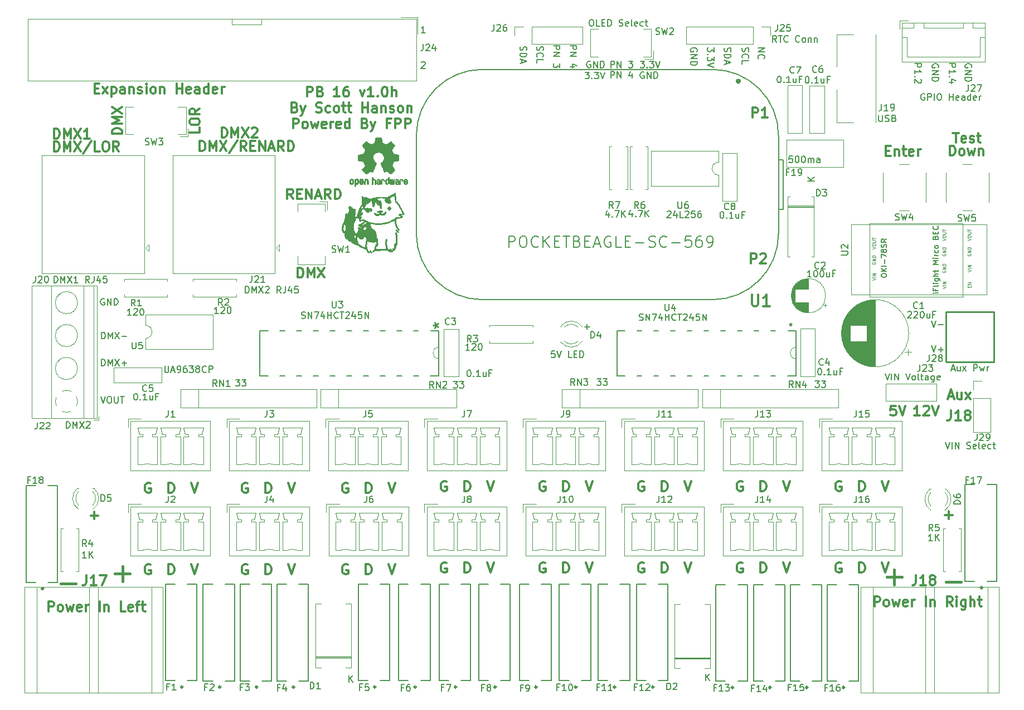
<source format=gbr>
G04 #@! TF.GenerationSoftware,KiCad,Pcbnew,(6.0.5)*
G04 #@! TF.CreationDate,2022-06-02T00:33:27-04:00*
G04 #@! TF.ProjectId,PB_16,50425f31-362e-46b6-9963-61645f706362,v1.0h*
G04 #@! TF.SameCoordinates,Original*
G04 #@! TF.FileFunction,Legend,Top*
G04 #@! TF.FilePolarity,Positive*
%FSLAX46Y46*%
G04 Gerber Fmt 4.6, Leading zero omitted, Abs format (unit mm)*
G04 Created by KiCad (PCBNEW (6.0.5)) date 2022-06-02 00:33:27*
%MOMM*%
%LPD*%
G01*
G04 APERTURE LIST*
%ADD10C,0.120000*%
%ADD11C,0.300000*%
%ADD12C,0.127000*%
%ADD13C,0.150000*%
%ADD14C,0.400000*%
%ADD15C,0.100000*%
%ADD16C,0.250000*%
%ADD17C,0.152400*%
%ADD18C,0.304800*%
%ADD19C,0.010000*%
%ADD20C,0.254000*%
G04 APERTURE END LIST*
D10*
X106412600Y-51888600D02*
X106412600Y-51088600D01*
X101912600Y-51888600D02*
X106412600Y-51888600D01*
X101912600Y-51088600D02*
X101912600Y-51888600D01*
D11*
X104278857Y-134078000D02*
X104136000Y-134006571D01*
X103921714Y-134006571D01*
X103707428Y-134078000D01*
X103564571Y-134220857D01*
X103493142Y-134363714D01*
X103421714Y-134649428D01*
X103421714Y-134863714D01*
X103493142Y-135149428D01*
X103564571Y-135292285D01*
X103707428Y-135435142D01*
X103921714Y-135506571D01*
X104064571Y-135506571D01*
X104278857Y-135435142D01*
X104350285Y-135363714D01*
X104350285Y-134863714D01*
X104064571Y-134863714D01*
X122289142Y-135506571D02*
X122289142Y-134006571D01*
X122646285Y-134006571D01*
X122860571Y-134078000D01*
X123003428Y-134220857D01*
X123074857Y-134363714D01*
X123146285Y-134649428D01*
X123146285Y-134863714D01*
X123074857Y-135149428D01*
X123003428Y-135292285D01*
X122860571Y-135435142D01*
X122646285Y-135506571D01*
X122289142Y-135506571D01*
X170696000Y-133752571D02*
X171196000Y-135252571D01*
X171696000Y-133752571D01*
X167247142Y-135252571D02*
X167247142Y-133752571D01*
X167604285Y-133752571D01*
X167818571Y-133824000D01*
X167961428Y-133966857D01*
X168032857Y-134109714D01*
X168104285Y-134395428D01*
X168104285Y-134609714D01*
X168032857Y-134895428D01*
X167961428Y-135038285D01*
X167818571Y-135181142D01*
X167604285Y-135252571D01*
X167247142Y-135252571D01*
X185682000Y-133752571D02*
X186182000Y-135252571D01*
X186682000Y-133752571D01*
X119518857Y-134078000D02*
X119376000Y-134006571D01*
X119161714Y-134006571D01*
X118947428Y-134078000D01*
X118804571Y-134220857D01*
X118733142Y-134363714D01*
X118661714Y-134649428D01*
X118661714Y-134863714D01*
X118733142Y-135149428D01*
X118804571Y-135292285D01*
X118947428Y-135435142D01*
X119161714Y-135506571D01*
X119304571Y-135506571D01*
X119518857Y-135435142D01*
X119590285Y-135363714D01*
X119590285Y-134863714D01*
X119304571Y-134863714D01*
X179462857Y-133824000D02*
X179320000Y-133752571D01*
X179105714Y-133752571D01*
X178891428Y-133824000D01*
X178748571Y-133966857D01*
X178677142Y-134109714D01*
X178605714Y-134395428D01*
X178605714Y-134609714D01*
X178677142Y-134895428D01*
X178748571Y-135038285D01*
X178891428Y-135181142D01*
X179105714Y-135252571D01*
X179248571Y-135252571D01*
X179462857Y-135181142D01*
X179534285Y-135109714D01*
X179534285Y-134609714D01*
X179248571Y-134609714D01*
X200668000Y-133752571D02*
X201168000Y-135252571D01*
X201668000Y-133752571D01*
X197219142Y-135252571D02*
X197219142Y-133752571D01*
X197576285Y-133752571D01*
X197790571Y-133824000D01*
X197933428Y-133966857D01*
X198004857Y-134109714D01*
X198076285Y-134395428D01*
X198076285Y-134609714D01*
X198004857Y-134895428D01*
X197933428Y-135038285D01*
X197790571Y-135181142D01*
X197576285Y-135252571D01*
X197219142Y-135252571D01*
X194448857Y-133824000D02*
X194306000Y-133752571D01*
X194091714Y-133752571D01*
X193877428Y-133824000D01*
X193734571Y-133966857D01*
X193663142Y-134109714D01*
X193591714Y-134395428D01*
X193591714Y-134609714D01*
X193663142Y-134895428D01*
X193734571Y-135038285D01*
X193877428Y-135181142D01*
X194091714Y-135252571D01*
X194234571Y-135252571D01*
X194448857Y-135181142D01*
X194520285Y-135109714D01*
X194520285Y-134609714D01*
X194234571Y-134609714D01*
X137275142Y-135252571D02*
X137275142Y-133752571D01*
X137632285Y-133752571D01*
X137846571Y-133824000D01*
X137989428Y-133966857D01*
X138060857Y-134109714D01*
X138132285Y-134395428D01*
X138132285Y-134609714D01*
X138060857Y-134895428D01*
X137989428Y-135038285D01*
X137846571Y-135181142D01*
X137632285Y-135252571D01*
X137275142Y-135252571D01*
X107049142Y-135506571D02*
X107049142Y-134006571D01*
X107406285Y-134006571D01*
X107620571Y-134078000D01*
X107763428Y-134220857D01*
X107834857Y-134363714D01*
X107906285Y-134649428D01*
X107906285Y-134863714D01*
X107834857Y-135149428D01*
X107763428Y-135292285D01*
X107620571Y-135435142D01*
X107406285Y-135506571D01*
X107049142Y-135506571D01*
X182233142Y-135252571D02*
X182233142Y-133752571D01*
X182590285Y-133752571D01*
X182804571Y-133824000D01*
X182947428Y-133966857D01*
X183018857Y-134109714D01*
X183090285Y-134395428D01*
X183090285Y-134609714D01*
X183018857Y-134895428D01*
X182947428Y-135038285D01*
X182804571Y-135181142D01*
X182590285Y-135252571D01*
X182233142Y-135252571D01*
X95766000Y-134006571D02*
X96266000Y-135506571D01*
X96766000Y-134006571D01*
X155710000Y-133752571D02*
X156210000Y-135252571D01*
X156710000Y-133752571D01*
X149490857Y-133824000D02*
X149348000Y-133752571D01*
X149133714Y-133752571D01*
X148919428Y-133824000D01*
X148776571Y-133966857D01*
X148705142Y-134109714D01*
X148633714Y-134395428D01*
X148633714Y-134609714D01*
X148705142Y-134895428D01*
X148776571Y-135038285D01*
X148919428Y-135181142D01*
X149133714Y-135252571D01*
X149276571Y-135252571D01*
X149490857Y-135181142D01*
X149562285Y-135109714D01*
X149562285Y-134609714D01*
X149276571Y-134609714D01*
X134504857Y-133824000D02*
X134362000Y-133752571D01*
X134147714Y-133752571D01*
X133933428Y-133824000D01*
X133790571Y-133966857D01*
X133719142Y-134109714D01*
X133647714Y-134395428D01*
X133647714Y-134609714D01*
X133719142Y-134895428D01*
X133790571Y-135038285D01*
X133933428Y-135181142D01*
X134147714Y-135252571D01*
X134290571Y-135252571D01*
X134504857Y-135181142D01*
X134576285Y-135109714D01*
X134576285Y-134609714D01*
X134290571Y-134609714D01*
X110498000Y-134006571D02*
X110998000Y-135506571D01*
X111498000Y-134006571D01*
X89546857Y-134078000D02*
X89404000Y-134006571D01*
X89189714Y-134006571D01*
X88975428Y-134078000D01*
X88832571Y-134220857D01*
X88761142Y-134363714D01*
X88689714Y-134649428D01*
X88689714Y-134863714D01*
X88761142Y-135149428D01*
X88832571Y-135292285D01*
X88975428Y-135435142D01*
X89189714Y-135506571D01*
X89332571Y-135506571D01*
X89546857Y-135435142D01*
X89618285Y-135363714D01*
X89618285Y-134863714D01*
X89332571Y-134863714D01*
X92317142Y-135506571D02*
X92317142Y-134006571D01*
X92674285Y-134006571D01*
X92888571Y-134078000D01*
X93031428Y-134220857D01*
X93102857Y-134363714D01*
X93174285Y-134649428D01*
X93174285Y-134863714D01*
X93102857Y-135149428D01*
X93031428Y-135292285D01*
X92888571Y-135435142D01*
X92674285Y-135506571D01*
X92317142Y-135506571D01*
X140724000Y-133752571D02*
X141224000Y-135252571D01*
X141724000Y-133752571D01*
X125738000Y-134006571D02*
X126238000Y-135506571D01*
X126738000Y-134006571D01*
X152261142Y-135252571D02*
X152261142Y-133752571D01*
X152618285Y-133752571D01*
X152832571Y-133824000D01*
X152975428Y-133966857D01*
X153046857Y-134109714D01*
X153118285Y-134395428D01*
X153118285Y-134609714D01*
X153046857Y-134895428D01*
X152975428Y-135038285D01*
X152832571Y-135181142D01*
X152618285Y-135252571D01*
X152261142Y-135252571D01*
X164476857Y-133824000D02*
X164334000Y-133752571D01*
X164119714Y-133752571D01*
X163905428Y-133824000D01*
X163762571Y-133966857D01*
X163691142Y-134109714D01*
X163619714Y-134395428D01*
X163619714Y-134609714D01*
X163691142Y-134895428D01*
X163762571Y-135038285D01*
X163905428Y-135181142D01*
X164119714Y-135252571D01*
X164262571Y-135252571D01*
X164476857Y-135181142D01*
X164548285Y-135109714D01*
X164548285Y-134609714D01*
X164262571Y-134609714D01*
X206417428Y-111382571D02*
X205560285Y-111382571D01*
X205988857Y-111382571D02*
X205988857Y-109882571D01*
X205846000Y-110096857D01*
X205703142Y-110239714D01*
X205560285Y-110311142D01*
X206988857Y-110025428D02*
X207060285Y-109954000D01*
X207203142Y-109882571D01*
X207560285Y-109882571D01*
X207703142Y-109954000D01*
X207774571Y-110025428D01*
X207846000Y-110168285D01*
X207846000Y-110311142D01*
X207774571Y-110525428D01*
X206917428Y-111382571D01*
X207846000Y-111382571D01*
X208274571Y-109882571D02*
X208774571Y-111382571D01*
X209274571Y-109882571D01*
X202742285Y-109882571D02*
X202028000Y-109882571D01*
X201956571Y-110596857D01*
X202028000Y-110525428D01*
X202170857Y-110454000D01*
X202528000Y-110454000D01*
X202670857Y-110525428D01*
X202742285Y-110596857D01*
X202813714Y-110739714D01*
X202813714Y-111096857D01*
X202742285Y-111239714D01*
X202670857Y-111311142D01*
X202528000Y-111382571D01*
X202170857Y-111382571D01*
X202028000Y-111311142D01*
X201956571Y-111239714D01*
X203242285Y-109882571D02*
X203742285Y-111382571D01*
X204242285Y-109882571D01*
X92317142Y-123106571D02*
X92317142Y-121606571D01*
X92674285Y-121606571D01*
X92888571Y-121678000D01*
X93031428Y-121820857D01*
X93102857Y-121963714D01*
X93174285Y-122249428D01*
X93174285Y-122463714D01*
X93102857Y-122749428D01*
X93031428Y-122892285D01*
X92888571Y-123035142D01*
X92674285Y-123106571D01*
X92317142Y-123106571D01*
X89546857Y-121678000D02*
X89404000Y-121606571D01*
X89189714Y-121606571D01*
X88975428Y-121678000D01*
X88832571Y-121820857D01*
X88761142Y-121963714D01*
X88689714Y-122249428D01*
X88689714Y-122463714D01*
X88761142Y-122749428D01*
X88832571Y-122892285D01*
X88975428Y-123035142D01*
X89189714Y-123106571D01*
X89332571Y-123106571D01*
X89546857Y-123035142D01*
X89618285Y-122963714D01*
X89618285Y-122463714D01*
X89332571Y-122463714D01*
X95766000Y-121606571D02*
X96266000Y-123106571D01*
X96766000Y-121606571D01*
D12*
X82140557Y-99715928D02*
X82140557Y-98725328D01*
X82376414Y-98725328D01*
X82517928Y-98772500D01*
X82612271Y-98866842D01*
X82659442Y-98961185D01*
X82706614Y-99149871D01*
X82706614Y-99291385D01*
X82659442Y-99480071D01*
X82612271Y-99574414D01*
X82517928Y-99668757D01*
X82376414Y-99715928D01*
X82140557Y-99715928D01*
X83131157Y-99715928D02*
X83131157Y-98725328D01*
X83461357Y-99432900D01*
X83791557Y-98725328D01*
X83791557Y-99715928D01*
X84168928Y-98725328D02*
X84829328Y-99715928D01*
X84829328Y-98725328D02*
X84168928Y-99715928D01*
X85206700Y-99338557D02*
X85961442Y-99338557D01*
X82546257Y-93622500D02*
X82451914Y-93575328D01*
X82310400Y-93575328D01*
X82168885Y-93622500D01*
X82074542Y-93716842D01*
X82027371Y-93811185D01*
X81980200Y-93999871D01*
X81980200Y-94141385D01*
X82027371Y-94330071D01*
X82074542Y-94424414D01*
X82168885Y-94518757D01*
X82310400Y-94565928D01*
X82404742Y-94565928D01*
X82546257Y-94518757D01*
X82593428Y-94471585D01*
X82593428Y-94141385D01*
X82404742Y-94141385D01*
X83017971Y-94565928D02*
X83017971Y-93575328D01*
X83584028Y-94565928D01*
X83584028Y-93575328D01*
X84055742Y-94565928D02*
X84055742Y-93575328D01*
X84291600Y-93575328D01*
X84433114Y-93622500D01*
X84527457Y-93716842D01*
X84574628Y-93811185D01*
X84621800Y-93999871D01*
X84621800Y-94141385D01*
X84574628Y-94330071D01*
X84527457Y-94424414D01*
X84433114Y-94518757D01*
X84291600Y-94565928D01*
X84055742Y-94565928D01*
D11*
X113363000Y-62877771D02*
X113363000Y-61377771D01*
X113934428Y-61377771D01*
X114077285Y-61449200D01*
X114148714Y-61520628D01*
X114220142Y-61663485D01*
X114220142Y-61877771D01*
X114148714Y-62020628D01*
X114077285Y-62092057D01*
X113934428Y-62163485D01*
X113363000Y-62163485D01*
X115363000Y-62092057D02*
X115577285Y-62163485D01*
X115648714Y-62234914D01*
X115720142Y-62377771D01*
X115720142Y-62592057D01*
X115648714Y-62734914D01*
X115577285Y-62806342D01*
X115434428Y-62877771D01*
X114863000Y-62877771D01*
X114863000Y-61377771D01*
X115363000Y-61377771D01*
X115505857Y-61449200D01*
X115577285Y-61520628D01*
X115648714Y-61663485D01*
X115648714Y-61806342D01*
X115577285Y-61949200D01*
X115505857Y-62020628D01*
X115363000Y-62092057D01*
X114863000Y-62092057D01*
X118291571Y-62877771D02*
X117434428Y-62877771D01*
X117863000Y-62877771D02*
X117863000Y-61377771D01*
X117720142Y-61592057D01*
X117577285Y-61734914D01*
X117434428Y-61806342D01*
X119577285Y-61377771D02*
X119291571Y-61377771D01*
X119148714Y-61449200D01*
X119077285Y-61520628D01*
X118934428Y-61734914D01*
X118863000Y-62020628D01*
X118863000Y-62592057D01*
X118934428Y-62734914D01*
X119005857Y-62806342D01*
X119148714Y-62877771D01*
X119434428Y-62877771D01*
X119577285Y-62806342D01*
X119648714Y-62734914D01*
X119720142Y-62592057D01*
X119720142Y-62234914D01*
X119648714Y-62092057D01*
X119577285Y-62020628D01*
X119434428Y-61949200D01*
X119148714Y-61949200D01*
X119005857Y-62020628D01*
X118934428Y-62092057D01*
X118863000Y-62234914D01*
X121363000Y-61877771D02*
X121720142Y-62877771D01*
X122077285Y-61877771D01*
X123434428Y-62877771D02*
X122577285Y-62877771D01*
X123005857Y-62877771D02*
X123005857Y-61377771D01*
X122863000Y-61592057D01*
X122720142Y-61734914D01*
X122577285Y-61806342D01*
X124077285Y-62734914D02*
X124148714Y-62806342D01*
X124077285Y-62877771D01*
X124005857Y-62806342D01*
X124077285Y-62734914D01*
X124077285Y-62877771D01*
X125077285Y-61377771D02*
X125220142Y-61377771D01*
X125363000Y-61449200D01*
X125434428Y-61520628D01*
X125505857Y-61663485D01*
X125577285Y-61949200D01*
X125577285Y-62306342D01*
X125505857Y-62592057D01*
X125434428Y-62734914D01*
X125363000Y-62806342D01*
X125220142Y-62877771D01*
X125077285Y-62877771D01*
X124934428Y-62806342D01*
X124863000Y-62734914D01*
X124791571Y-62592057D01*
X124720142Y-62306342D01*
X124720142Y-61949200D01*
X124791571Y-61663485D01*
X124863000Y-61520628D01*
X124934428Y-61449200D01*
X125077285Y-61377771D01*
X126220142Y-62877771D02*
X126220142Y-61377771D01*
X126863000Y-62877771D02*
X126863000Y-62092057D01*
X126791571Y-61949200D01*
X126648714Y-61877771D01*
X126434428Y-61877771D01*
X126291571Y-61949200D01*
X126220142Y-62020628D01*
X111505857Y-64507057D02*
X111720142Y-64578485D01*
X111791571Y-64649914D01*
X111863000Y-64792771D01*
X111863000Y-65007057D01*
X111791571Y-65149914D01*
X111720142Y-65221342D01*
X111577285Y-65292771D01*
X111005857Y-65292771D01*
X111005857Y-63792771D01*
X111505857Y-63792771D01*
X111648714Y-63864200D01*
X111720142Y-63935628D01*
X111791571Y-64078485D01*
X111791571Y-64221342D01*
X111720142Y-64364200D01*
X111648714Y-64435628D01*
X111505857Y-64507057D01*
X111005857Y-64507057D01*
X112363000Y-64292771D02*
X112720142Y-65292771D01*
X113077285Y-64292771D02*
X112720142Y-65292771D01*
X112577285Y-65649914D01*
X112505857Y-65721342D01*
X112363000Y-65792771D01*
X114720142Y-65221342D02*
X114934428Y-65292771D01*
X115291571Y-65292771D01*
X115434428Y-65221342D01*
X115505857Y-65149914D01*
X115577285Y-65007057D01*
X115577285Y-64864200D01*
X115505857Y-64721342D01*
X115434428Y-64649914D01*
X115291571Y-64578485D01*
X115005857Y-64507057D01*
X114863000Y-64435628D01*
X114791571Y-64364200D01*
X114720142Y-64221342D01*
X114720142Y-64078485D01*
X114791571Y-63935628D01*
X114863000Y-63864200D01*
X115005857Y-63792771D01*
X115363000Y-63792771D01*
X115577285Y-63864200D01*
X116863000Y-65221342D02*
X116720142Y-65292771D01*
X116434428Y-65292771D01*
X116291571Y-65221342D01*
X116220142Y-65149914D01*
X116148714Y-65007057D01*
X116148714Y-64578485D01*
X116220142Y-64435628D01*
X116291571Y-64364200D01*
X116434428Y-64292771D01*
X116720142Y-64292771D01*
X116863000Y-64364200D01*
X117720142Y-65292771D02*
X117577285Y-65221342D01*
X117505857Y-65149914D01*
X117434428Y-65007057D01*
X117434428Y-64578485D01*
X117505857Y-64435628D01*
X117577285Y-64364200D01*
X117720142Y-64292771D01*
X117934428Y-64292771D01*
X118077285Y-64364200D01*
X118148714Y-64435628D01*
X118220142Y-64578485D01*
X118220142Y-65007057D01*
X118148714Y-65149914D01*
X118077285Y-65221342D01*
X117934428Y-65292771D01*
X117720142Y-65292771D01*
X118648714Y-64292771D02*
X119220142Y-64292771D01*
X118863000Y-63792771D02*
X118863000Y-65078485D01*
X118934428Y-65221342D01*
X119077285Y-65292771D01*
X119220142Y-65292771D01*
X119505857Y-64292771D02*
X120077285Y-64292771D01*
X119720142Y-63792771D02*
X119720142Y-65078485D01*
X119791571Y-65221342D01*
X119934428Y-65292771D01*
X120077285Y-65292771D01*
X121720142Y-65292771D02*
X121720142Y-63792771D01*
X121720142Y-64507057D02*
X122577285Y-64507057D01*
X122577285Y-65292771D02*
X122577285Y-63792771D01*
X123934428Y-65292771D02*
X123934428Y-64507057D01*
X123863000Y-64364200D01*
X123720142Y-64292771D01*
X123434428Y-64292771D01*
X123291571Y-64364200D01*
X123934428Y-65221342D02*
X123791571Y-65292771D01*
X123434428Y-65292771D01*
X123291571Y-65221342D01*
X123220142Y-65078485D01*
X123220142Y-64935628D01*
X123291571Y-64792771D01*
X123434428Y-64721342D01*
X123791571Y-64721342D01*
X123934428Y-64649914D01*
X124648714Y-64292771D02*
X124648714Y-65292771D01*
X124648714Y-64435628D02*
X124720142Y-64364200D01*
X124863000Y-64292771D01*
X125077285Y-64292771D01*
X125220142Y-64364200D01*
X125291571Y-64507057D01*
X125291571Y-65292771D01*
X125934428Y-65221342D02*
X126077285Y-65292771D01*
X126363000Y-65292771D01*
X126505857Y-65221342D01*
X126577285Y-65078485D01*
X126577285Y-65007057D01*
X126505857Y-64864200D01*
X126363000Y-64792771D01*
X126148714Y-64792771D01*
X126005857Y-64721342D01*
X125934428Y-64578485D01*
X125934428Y-64507057D01*
X126005857Y-64364200D01*
X126148714Y-64292771D01*
X126363000Y-64292771D01*
X126505857Y-64364200D01*
X127434428Y-65292771D02*
X127291571Y-65221342D01*
X127220142Y-65149914D01*
X127148714Y-65007057D01*
X127148714Y-64578485D01*
X127220142Y-64435628D01*
X127291571Y-64364200D01*
X127434428Y-64292771D01*
X127648714Y-64292771D01*
X127791571Y-64364200D01*
X127863000Y-64435628D01*
X127934428Y-64578485D01*
X127934428Y-65007057D01*
X127863000Y-65149914D01*
X127791571Y-65221342D01*
X127648714Y-65292771D01*
X127434428Y-65292771D01*
X128577285Y-64292771D02*
X128577285Y-65292771D01*
X128577285Y-64435628D02*
X128648714Y-64364200D01*
X128791571Y-64292771D01*
X129005857Y-64292771D01*
X129148714Y-64364200D01*
X129220142Y-64507057D01*
X129220142Y-65292771D01*
X111220142Y-67707771D02*
X111220142Y-66207771D01*
X111791571Y-66207771D01*
X111934428Y-66279200D01*
X112005857Y-66350628D01*
X112077285Y-66493485D01*
X112077285Y-66707771D01*
X112005857Y-66850628D01*
X111934428Y-66922057D01*
X111791571Y-66993485D01*
X111220142Y-66993485D01*
X112934428Y-67707771D02*
X112791571Y-67636342D01*
X112720142Y-67564914D01*
X112648714Y-67422057D01*
X112648714Y-66993485D01*
X112720142Y-66850628D01*
X112791571Y-66779200D01*
X112934428Y-66707771D01*
X113148714Y-66707771D01*
X113291571Y-66779200D01*
X113363000Y-66850628D01*
X113434428Y-66993485D01*
X113434428Y-67422057D01*
X113363000Y-67564914D01*
X113291571Y-67636342D01*
X113148714Y-67707771D01*
X112934428Y-67707771D01*
X113934428Y-66707771D02*
X114220142Y-67707771D01*
X114505857Y-66993485D01*
X114791571Y-67707771D01*
X115077285Y-66707771D01*
X116220142Y-67636342D02*
X116077285Y-67707771D01*
X115791571Y-67707771D01*
X115648714Y-67636342D01*
X115577285Y-67493485D01*
X115577285Y-66922057D01*
X115648714Y-66779200D01*
X115791571Y-66707771D01*
X116077285Y-66707771D01*
X116220142Y-66779200D01*
X116291571Y-66922057D01*
X116291571Y-67064914D01*
X115577285Y-67207771D01*
X116934428Y-67707771D02*
X116934428Y-66707771D01*
X116934428Y-66993485D02*
X117005857Y-66850628D01*
X117077285Y-66779200D01*
X117220142Y-66707771D01*
X117363000Y-66707771D01*
X118434428Y-67636342D02*
X118291571Y-67707771D01*
X118005857Y-67707771D01*
X117863000Y-67636342D01*
X117791571Y-67493485D01*
X117791571Y-66922057D01*
X117863000Y-66779200D01*
X118005857Y-66707771D01*
X118291571Y-66707771D01*
X118434428Y-66779200D01*
X118505857Y-66922057D01*
X118505857Y-67064914D01*
X117791571Y-67207771D01*
X119791571Y-67707771D02*
X119791571Y-66207771D01*
X119791571Y-67636342D02*
X119648714Y-67707771D01*
X119363000Y-67707771D01*
X119220142Y-67636342D01*
X119148714Y-67564914D01*
X119077285Y-67422057D01*
X119077285Y-66993485D01*
X119148714Y-66850628D01*
X119220142Y-66779200D01*
X119363000Y-66707771D01*
X119648714Y-66707771D01*
X119791571Y-66779200D01*
X122148714Y-66922057D02*
X122363000Y-66993485D01*
X122434428Y-67064914D01*
X122505857Y-67207771D01*
X122505857Y-67422057D01*
X122434428Y-67564914D01*
X122363000Y-67636342D01*
X122220142Y-67707771D01*
X121648714Y-67707771D01*
X121648714Y-66207771D01*
X122148714Y-66207771D01*
X122291571Y-66279200D01*
X122363000Y-66350628D01*
X122434428Y-66493485D01*
X122434428Y-66636342D01*
X122363000Y-66779200D01*
X122291571Y-66850628D01*
X122148714Y-66922057D01*
X121648714Y-66922057D01*
X123005857Y-66707771D02*
X123363000Y-67707771D01*
X123720142Y-66707771D02*
X123363000Y-67707771D01*
X123220142Y-68064914D01*
X123148714Y-68136342D01*
X123005857Y-68207771D01*
X125934428Y-66922057D02*
X125434428Y-66922057D01*
X125434428Y-67707771D02*
X125434428Y-66207771D01*
X126148714Y-66207771D01*
X126720142Y-67707771D02*
X126720142Y-66207771D01*
X127291571Y-66207771D01*
X127434428Y-66279200D01*
X127505857Y-66350628D01*
X127577285Y-66493485D01*
X127577285Y-66707771D01*
X127505857Y-66850628D01*
X127434428Y-66922057D01*
X127291571Y-66993485D01*
X126720142Y-66993485D01*
X128220142Y-67707771D02*
X128220142Y-66207771D01*
X128791571Y-66207771D01*
X128934428Y-66279200D01*
X129005857Y-66350628D01*
X129077285Y-66493485D01*
X129077285Y-66707771D01*
X129005857Y-66850628D01*
X128934428Y-66922057D01*
X128791571Y-66993485D01*
X128220142Y-66993485D01*
X111936714Y-90396371D02*
X111936714Y-88896371D01*
X112293857Y-88896371D01*
X112508142Y-88967800D01*
X112651000Y-89110657D01*
X112722428Y-89253514D01*
X112793857Y-89539228D01*
X112793857Y-89753514D01*
X112722428Y-90039228D01*
X112651000Y-90182085D01*
X112508142Y-90324942D01*
X112293857Y-90396371D01*
X111936714Y-90396371D01*
X113436714Y-90396371D02*
X113436714Y-88896371D01*
X113936714Y-89967800D01*
X114436714Y-88896371D01*
X114436714Y-90396371D01*
X115008142Y-88896371D02*
X116008142Y-90396371D01*
X116008142Y-88896371D02*
X115008142Y-90396371D01*
X97043857Y-71146371D02*
X97043857Y-69646371D01*
X97401000Y-69646371D01*
X97615285Y-69717800D01*
X97758142Y-69860657D01*
X97829571Y-70003514D01*
X97901000Y-70289228D01*
X97901000Y-70503514D01*
X97829571Y-70789228D01*
X97758142Y-70932085D01*
X97615285Y-71074942D01*
X97401000Y-71146371D01*
X97043857Y-71146371D01*
X98543857Y-71146371D02*
X98543857Y-69646371D01*
X99043857Y-70717800D01*
X99543857Y-69646371D01*
X99543857Y-71146371D01*
X100115285Y-69646371D02*
X101115285Y-71146371D01*
X101115285Y-69646371D02*
X100115285Y-71146371D01*
X102758142Y-69574942D02*
X101472428Y-71503514D01*
X104115285Y-71146371D02*
X103615285Y-70432085D01*
X103258142Y-71146371D02*
X103258142Y-69646371D01*
X103829571Y-69646371D01*
X103972428Y-69717800D01*
X104043857Y-69789228D01*
X104115285Y-69932085D01*
X104115285Y-70146371D01*
X104043857Y-70289228D01*
X103972428Y-70360657D01*
X103829571Y-70432085D01*
X103258142Y-70432085D01*
X104758142Y-70360657D02*
X105258142Y-70360657D01*
X105472428Y-71146371D02*
X104758142Y-71146371D01*
X104758142Y-69646371D01*
X105472428Y-69646371D01*
X106115285Y-71146371D02*
X106115285Y-69646371D01*
X106972428Y-71146371D01*
X106972428Y-69646371D01*
X107615285Y-70717800D02*
X108329571Y-70717800D01*
X107472428Y-71146371D02*
X107972428Y-69646371D01*
X108472428Y-71146371D01*
X109829571Y-71146371D02*
X109329571Y-70432085D01*
X108972428Y-71146371D02*
X108972428Y-69646371D01*
X109543857Y-69646371D01*
X109686714Y-69717800D01*
X109758142Y-69789228D01*
X109829571Y-69932085D01*
X109829571Y-70146371D01*
X109758142Y-70289228D01*
X109686714Y-70360657D01*
X109543857Y-70432085D01*
X108972428Y-70432085D01*
X110472428Y-71146371D02*
X110472428Y-69646371D01*
X110829571Y-69646371D01*
X111043857Y-69717800D01*
X111186714Y-69860657D01*
X111258142Y-70003514D01*
X111329571Y-70289228D01*
X111329571Y-70503514D01*
X111258142Y-70789228D01*
X111186714Y-70932085D01*
X111043857Y-71074942D01*
X110829571Y-71146371D01*
X110472428Y-71146371D01*
D13*
X150750219Y-55148142D02*
X151750219Y-55148142D01*
X151750219Y-55529095D01*
X151702600Y-55624333D01*
X151654980Y-55671952D01*
X151559742Y-55719571D01*
X151416885Y-55719571D01*
X151321647Y-55671952D01*
X151274028Y-55624333D01*
X151226409Y-55529095D01*
X151226409Y-55148142D01*
X150750219Y-56148142D02*
X151750219Y-56148142D01*
X150750219Y-56719571D01*
X151750219Y-56719571D01*
X151750219Y-57862428D02*
X151750219Y-58481476D01*
X151369266Y-58148142D01*
X151369266Y-58291000D01*
X151321647Y-58386238D01*
X151274028Y-58433857D01*
X151178790Y-58481476D01*
X150940695Y-58481476D01*
X150845457Y-58433857D01*
X150797838Y-58386238D01*
X150750219Y-58291000D01*
X150750219Y-58005285D01*
X150797838Y-57910047D01*
X150845457Y-57862428D01*
X148267838Y-55285266D02*
X148220219Y-55428123D01*
X148220219Y-55666219D01*
X148267838Y-55761457D01*
X148315457Y-55809076D01*
X148410695Y-55856695D01*
X148505933Y-55856695D01*
X148601171Y-55809076D01*
X148648790Y-55761457D01*
X148696409Y-55666219D01*
X148744028Y-55475743D01*
X148791647Y-55380504D01*
X148839266Y-55332885D01*
X148934504Y-55285266D01*
X149029742Y-55285266D01*
X149124980Y-55332885D01*
X149172600Y-55380504D01*
X149220219Y-55475743D01*
X149220219Y-55713838D01*
X149172600Y-55856695D01*
X148315457Y-56856695D02*
X148267838Y-56809076D01*
X148220219Y-56666219D01*
X148220219Y-56570981D01*
X148267838Y-56428123D01*
X148363076Y-56332885D01*
X148458314Y-56285266D01*
X148648790Y-56237647D01*
X148791647Y-56237647D01*
X148982123Y-56285266D01*
X149077361Y-56332885D01*
X149172600Y-56428123D01*
X149220219Y-56570981D01*
X149220219Y-56666219D01*
X149172600Y-56809076D01*
X149124980Y-56856695D01*
X148220219Y-57761457D02*
X148220219Y-57285266D01*
X149220219Y-57285266D01*
D14*
X201408142Y-135932085D02*
X203693857Y-135932085D01*
X202551000Y-137074942D02*
X202551000Y-134789228D01*
D11*
X74908142Y-71196371D02*
X74908142Y-69696371D01*
X75265285Y-69696371D01*
X75479571Y-69767800D01*
X75622428Y-69910657D01*
X75693857Y-70053514D01*
X75765285Y-70339228D01*
X75765285Y-70553514D01*
X75693857Y-70839228D01*
X75622428Y-70982085D01*
X75479571Y-71124942D01*
X75265285Y-71196371D01*
X74908142Y-71196371D01*
X76408142Y-71196371D02*
X76408142Y-69696371D01*
X76908142Y-70767800D01*
X77408142Y-69696371D01*
X77408142Y-71196371D01*
X77979571Y-69696371D02*
X78979571Y-71196371D01*
X78979571Y-69696371D02*
X77979571Y-71196371D01*
X80622428Y-69624942D02*
X79336714Y-71553514D01*
X81836714Y-71196371D02*
X81122428Y-71196371D01*
X81122428Y-69696371D01*
X82622428Y-69696371D02*
X82908142Y-69696371D01*
X83051000Y-69767800D01*
X83193857Y-69910657D01*
X83265285Y-70196371D01*
X83265285Y-70696371D01*
X83193857Y-70982085D01*
X83051000Y-71124942D01*
X82908142Y-71196371D01*
X82622428Y-71196371D01*
X82479571Y-71124942D01*
X82336714Y-70982085D01*
X82265285Y-70696371D01*
X82265285Y-70196371D01*
X82336714Y-69910657D01*
X82479571Y-69767800D01*
X82622428Y-69696371D01*
X84765285Y-71196371D02*
X84265285Y-70482085D01*
X83908142Y-71196371D02*
X83908142Y-69696371D01*
X84479571Y-69696371D01*
X84622428Y-69767800D01*
X84693857Y-69839228D01*
X84765285Y-69982085D01*
X84765285Y-70196371D01*
X84693857Y-70339228D01*
X84622428Y-70410657D01*
X84479571Y-70482085D01*
X83908142Y-70482085D01*
D13*
X145737838Y-55285267D02*
X145690219Y-55428124D01*
X145690219Y-55666219D01*
X145737838Y-55761457D01*
X145785457Y-55809076D01*
X145880695Y-55856695D01*
X145975933Y-55856695D01*
X146071171Y-55809076D01*
X146118790Y-55761457D01*
X146166409Y-55666219D01*
X146214028Y-55475743D01*
X146261647Y-55380505D01*
X146309266Y-55332886D01*
X146404504Y-55285267D01*
X146499742Y-55285267D01*
X146594980Y-55332886D01*
X146642600Y-55380505D01*
X146690219Y-55475743D01*
X146690219Y-55713838D01*
X146642600Y-55856695D01*
X145690219Y-56285267D02*
X146690219Y-56285267D01*
X146690219Y-56523362D01*
X146642600Y-56666219D01*
X146547361Y-56761457D01*
X146452123Y-56809076D01*
X146261647Y-56856695D01*
X146118790Y-56856695D01*
X145928314Y-56809076D01*
X145833076Y-56761457D01*
X145737838Y-56666219D01*
X145690219Y-56523362D01*
X145690219Y-56285267D01*
X145975933Y-57237648D02*
X145975933Y-57713838D01*
X145690219Y-57142410D02*
X146690219Y-57475743D01*
X145690219Y-57809076D01*
X210861419Y-57874619D02*
X211861419Y-57874619D01*
X211861419Y-58255571D01*
X211813800Y-58350809D01*
X211766180Y-58398428D01*
X211670942Y-58446047D01*
X211528085Y-58446047D01*
X211432847Y-58398428D01*
X211385228Y-58350809D01*
X211337609Y-58255571D01*
X211337609Y-57874619D01*
X210861419Y-59398428D02*
X210861419Y-58827000D01*
X210861419Y-59112714D02*
X211861419Y-59112714D01*
X211718561Y-59017476D01*
X211623323Y-58922238D01*
X211575704Y-58827000D01*
X210956657Y-59827000D02*
X210909038Y-59874619D01*
X210861419Y-59827000D01*
X210909038Y-59779380D01*
X210956657Y-59827000D01*
X210861419Y-59827000D01*
X211528085Y-60731761D02*
X210861419Y-60731761D01*
X211909038Y-60493666D02*
X211194752Y-60255571D01*
X211194752Y-60874619D01*
X209223000Y-58463495D02*
X209270619Y-58368257D01*
X209270619Y-58225400D01*
X209223000Y-58082542D01*
X209127761Y-57987304D01*
X209032523Y-57939685D01*
X208842047Y-57892066D01*
X208699190Y-57892066D01*
X208508714Y-57939685D01*
X208413476Y-57987304D01*
X208318238Y-58082542D01*
X208270619Y-58225400D01*
X208270619Y-58320638D01*
X208318238Y-58463495D01*
X208365857Y-58511114D01*
X208699190Y-58511114D01*
X208699190Y-58320638D01*
X208270619Y-58939685D02*
X209270619Y-58939685D01*
X208270619Y-59511114D01*
X209270619Y-59511114D01*
X208270619Y-59987304D02*
X209270619Y-59987304D01*
X209270619Y-60225400D01*
X209223000Y-60368257D01*
X209127761Y-60463495D01*
X209032523Y-60511114D01*
X208842047Y-60558733D01*
X208699190Y-60558733D01*
X208508714Y-60511114D01*
X208413476Y-60463495D01*
X208318238Y-60368257D01*
X208270619Y-60225400D01*
X208270619Y-59987304D01*
X214252200Y-58463495D02*
X214299819Y-58368257D01*
X214299819Y-58225400D01*
X214252200Y-58082542D01*
X214156961Y-57987304D01*
X214061723Y-57939685D01*
X213871247Y-57892066D01*
X213728390Y-57892066D01*
X213537914Y-57939685D01*
X213442676Y-57987304D01*
X213347438Y-58082542D01*
X213299819Y-58225400D01*
X213299819Y-58320638D01*
X213347438Y-58463495D01*
X213395057Y-58511114D01*
X213728390Y-58511114D01*
X213728390Y-58320638D01*
X213299819Y-58939685D02*
X214299819Y-58939685D01*
X213299819Y-59511114D01*
X214299819Y-59511114D01*
X213299819Y-59987304D02*
X214299819Y-59987304D01*
X214299819Y-60225400D01*
X214252200Y-60368257D01*
X214156961Y-60463495D01*
X214061723Y-60511114D01*
X213871247Y-60558733D01*
X213728390Y-60558733D01*
X213537914Y-60511114D01*
X213442676Y-60463495D01*
X213347438Y-60368257D01*
X213299819Y-60225400D01*
X213299819Y-59987304D01*
X155566809Y-59164180D02*
X156185857Y-59164180D01*
X155852523Y-59545133D01*
X155995380Y-59545133D01*
X156090619Y-59592752D01*
X156138238Y-59640371D01*
X156185857Y-59735609D01*
X156185857Y-59973704D01*
X156138238Y-60068942D01*
X156090619Y-60116561D01*
X155995380Y-60164180D01*
X155709666Y-60164180D01*
X155614428Y-60116561D01*
X155566809Y-60068942D01*
X156614428Y-60068942D02*
X156662047Y-60116561D01*
X156614428Y-60164180D01*
X156566809Y-60116561D01*
X156614428Y-60068942D01*
X156614428Y-60164180D01*
X156995380Y-59164180D02*
X157614428Y-59164180D01*
X157281095Y-59545133D01*
X157423952Y-59545133D01*
X157519190Y-59592752D01*
X157566809Y-59640371D01*
X157614428Y-59735609D01*
X157614428Y-59973704D01*
X157566809Y-60068942D01*
X157519190Y-60116561D01*
X157423952Y-60164180D01*
X157138238Y-60164180D01*
X157043000Y-60116561D01*
X156995380Y-60068942D01*
X157900142Y-59164180D02*
X158233476Y-60164180D01*
X158566809Y-59164180D01*
X164510695Y-59161000D02*
X164415457Y-59113380D01*
X164272600Y-59113380D01*
X164129742Y-59161000D01*
X164034504Y-59256238D01*
X163986885Y-59351476D01*
X163939266Y-59541952D01*
X163939266Y-59684809D01*
X163986885Y-59875285D01*
X164034504Y-59970523D01*
X164129742Y-60065761D01*
X164272600Y-60113380D01*
X164367838Y-60113380D01*
X164510695Y-60065761D01*
X164558314Y-60018142D01*
X164558314Y-59684809D01*
X164367838Y-59684809D01*
X164986885Y-60113380D02*
X164986885Y-59113380D01*
X165558314Y-60113380D01*
X165558314Y-59113380D01*
X166034504Y-60113380D02*
X166034504Y-59113380D01*
X166272600Y-59113380D01*
X166415457Y-59161000D01*
X166510695Y-59256238D01*
X166558314Y-59351476D01*
X166605933Y-59541952D01*
X166605933Y-59684809D01*
X166558314Y-59875285D01*
X166510695Y-59970523D01*
X166415457Y-60065761D01*
X166272600Y-60113380D01*
X166034504Y-60113380D01*
X156382695Y-57534200D02*
X156287457Y-57486580D01*
X156144600Y-57486580D01*
X156001742Y-57534200D01*
X155906504Y-57629438D01*
X155858885Y-57724676D01*
X155811266Y-57915152D01*
X155811266Y-58058009D01*
X155858885Y-58248485D01*
X155906504Y-58343723D01*
X156001742Y-58438961D01*
X156144600Y-58486580D01*
X156239838Y-58486580D01*
X156382695Y-58438961D01*
X156430314Y-58391342D01*
X156430314Y-58058009D01*
X156239838Y-58058009D01*
X156858885Y-58486580D02*
X156858885Y-57486580D01*
X157430314Y-58486580D01*
X157430314Y-57486580D01*
X157906504Y-58486580D02*
X157906504Y-57486580D01*
X158144600Y-57486580D01*
X158287457Y-57534200D01*
X158382695Y-57629438D01*
X158430314Y-57724676D01*
X158477933Y-57915152D01*
X158477933Y-58058009D01*
X158430314Y-58248485D01*
X158382695Y-58343723D01*
X158287457Y-58438961D01*
X158144600Y-58486580D01*
X157906504Y-58486580D01*
X159464142Y-58486580D02*
X159464142Y-57486580D01*
X159845095Y-57486580D01*
X159940333Y-57534200D01*
X159987952Y-57581819D01*
X160035571Y-57677057D01*
X160035571Y-57819914D01*
X159987952Y-57915152D01*
X159940333Y-57962771D01*
X159845095Y-58010390D01*
X159464142Y-58010390D01*
X160464142Y-58486580D02*
X160464142Y-57486580D01*
X161035571Y-58486580D01*
X161035571Y-57486580D01*
X162178428Y-57486580D02*
X162797476Y-57486580D01*
X162464142Y-57867533D01*
X162607000Y-57867533D01*
X162702238Y-57915152D01*
X162749857Y-57962771D01*
X162797476Y-58058009D01*
X162797476Y-58296104D01*
X162749857Y-58391342D01*
X162702238Y-58438961D01*
X162607000Y-58486580D01*
X162321285Y-58486580D01*
X162226047Y-58438961D01*
X162178428Y-58391342D01*
X153290219Y-55148142D02*
X154290219Y-55148142D01*
X154290219Y-55529095D01*
X154242600Y-55624333D01*
X154194980Y-55671952D01*
X154099742Y-55719571D01*
X153956885Y-55719571D01*
X153861647Y-55671952D01*
X153814028Y-55624333D01*
X153766409Y-55529095D01*
X153766409Y-55148142D01*
X153290219Y-56148142D02*
X154290219Y-56148142D01*
X153290219Y-56719571D01*
X154290219Y-56719571D01*
X153956885Y-58386238D02*
X153290219Y-58386238D01*
X154337838Y-58148142D02*
X153623552Y-57910047D01*
X153623552Y-58529095D01*
X130707685Y-57684819D02*
X130755304Y-57637200D01*
X130850542Y-57589580D01*
X131088638Y-57589580D01*
X131183876Y-57637200D01*
X131231495Y-57684819D01*
X131279114Y-57780057D01*
X131279114Y-57875295D01*
X131231495Y-58018152D01*
X130660066Y-58589580D01*
X131279114Y-58589580D01*
D11*
X211164914Y-110593771D02*
X211164914Y-111665200D01*
X211093485Y-111879485D01*
X210950628Y-112022342D01*
X210736342Y-112093771D01*
X210593485Y-112093771D01*
X212664914Y-112093771D02*
X211807771Y-112093771D01*
X212236342Y-112093771D02*
X212236342Y-110593771D01*
X212093485Y-110808057D01*
X211950628Y-110950914D01*
X211807771Y-111022342D01*
X213522057Y-111236628D02*
X213379200Y-111165200D01*
X213307771Y-111093771D01*
X213236342Y-110950914D01*
X213236342Y-110879485D01*
X213307771Y-110736628D01*
X213379200Y-110665200D01*
X213522057Y-110593771D01*
X213807771Y-110593771D01*
X213950628Y-110665200D01*
X214022057Y-110736628D01*
X214093485Y-110879485D01*
X214093485Y-110950914D01*
X214022057Y-111093771D01*
X213950628Y-111165200D01*
X213807771Y-111236628D01*
X213522057Y-111236628D01*
X213379200Y-111308057D01*
X213307771Y-111379485D01*
X213236342Y-111522342D01*
X213236342Y-111808057D01*
X213307771Y-111950914D01*
X213379200Y-112022342D01*
X213522057Y-112093771D01*
X213807771Y-112093771D01*
X213950628Y-112022342D01*
X214022057Y-111950914D01*
X214093485Y-111808057D01*
X214093485Y-111522342D01*
X214022057Y-111379485D01*
X213950628Y-111308057D01*
X213807771Y-111236628D01*
X100372428Y-69096371D02*
X100372428Y-67596371D01*
X100729571Y-67596371D01*
X100943857Y-67667800D01*
X101086714Y-67810657D01*
X101158142Y-67953514D01*
X101229571Y-68239228D01*
X101229571Y-68453514D01*
X101158142Y-68739228D01*
X101086714Y-68882085D01*
X100943857Y-69024942D01*
X100729571Y-69096371D01*
X100372428Y-69096371D01*
X101872428Y-69096371D02*
X101872428Y-67596371D01*
X102372428Y-68667800D01*
X102872428Y-67596371D01*
X102872428Y-69096371D01*
X103443857Y-67596371D02*
X104443857Y-69096371D01*
X104443857Y-67596371D02*
X103443857Y-69096371D01*
X104943857Y-67739228D02*
X105015285Y-67667800D01*
X105158142Y-67596371D01*
X105515285Y-67596371D01*
X105658142Y-67667800D01*
X105729571Y-67739228D01*
X105801000Y-67882085D01*
X105801000Y-68024942D01*
X105729571Y-68239228D01*
X104872428Y-69096371D01*
X105801000Y-69096371D01*
X97035571Y-67621228D02*
X97035571Y-68335514D01*
X95535571Y-68335514D01*
X95535571Y-66835514D02*
X95535571Y-66549800D01*
X95607000Y-66406942D01*
X95749857Y-66264085D01*
X96035571Y-66192657D01*
X96535571Y-66192657D01*
X96821285Y-66264085D01*
X96964142Y-66406942D01*
X97035571Y-66549800D01*
X97035571Y-66835514D01*
X96964142Y-66978371D01*
X96821285Y-67121228D01*
X96535571Y-67192657D01*
X96035571Y-67192657D01*
X95749857Y-67121228D01*
X95607000Y-66978371D01*
X95535571Y-66835514D01*
X97035571Y-64692657D02*
X96321285Y-65192657D01*
X97035571Y-65549800D02*
X95535571Y-65549800D01*
X95535571Y-64978371D01*
X95607000Y-64835514D01*
X95678428Y-64764085D01*
X95821285Y-64692657D01*
X96035571Y-64692657D01*
X96178428Y-64764085D01*
X96249857Y-64835514D01*
X96321285Y-64978371D01*
X96321285Y-65549800D01*
X85235571Y-68514085D02*
X83735571Y-68514085D01*
X83735571Y-68156942D01*
X83807000Y-67942657D01*
X83949857Y-67799800D01*
X84092714Y-67728371D01*
X84378428Y-67656942D01*
X84592714Y-67656942D01*
X84878428Y-67728371D01*
X85021285Y-67799800D01*
X85164142Y-67942657D01*
X85235571Y-68156942D01*
X85235571Y-68514085D01*
X85235571Y-67014085D02*
X83735571Y-67014085D01*
X84807000Y-66514085D01*
X83735571Y-66014085D01*
X85235571Y-66014085D01*
X83735571Y-65442657D02*
X85235571Y-64442657D01*
X83735571Y-64442657D02*
X85235571Y-65442657D01*
X180981857Y-66054771D02*
X180981857Y-64554771D01*
X181553285Y-64554771D01*
X181696142Y-64626200D01*
X181767571Y-64697628D01*
X181839000Y-64840485D01*
X181839000Y-65054771D01*
X181767571Y-65197628D01*
X181696142Y-65269057D01*
X181553285Y-65340485D01*
X180981857Y-65340485D01*
X183267571Y-66054771D02*
X182410428Y-66054771D01*
X182839000Y-66054771D02*
X182839000Y-64554771D01*
X182696142Y-64769057D01*
X182553285Y-64911914D01*
X182410428Y-64983342D01*
D12*
X82140557Y-103815928D02*
X82140557Y-102825328D01*
X82376414Y-102825328D01*
X82517928Y-102872500D01*
X82612271Y-102966842D01*
X82659442Y-103061185D01*
X82706614Y-103249871D01*
X82706614Y-103391385D01*
X82659442Y-103580071D01*
X82612271Y-103674414D01*
X82517928Y-103768757D01*
X82376414Y-103815928D01*
X82140557Y-103815928D01*
X83131157Y-103815928D02*
X83131157Y-102825328D01*
X83461357Y-103532900D01*
X83791557Y-102825328D01*
X83791557Y-103815928D01*
X84168928Y-102825328D02*
X84829328Y-103815928D01*
X84829328Y-102825328D02*
X84168928Y-103815928D01*
X85206700Y-103438557D02*
X85961442Y-103438557D01*
X85584071Y-103815928D02*
X85584071Y-103061185D01*
D11*
X167247142Y-122852571D02*
X167247142Y-121352571D01*
X167604285Y-121352571D01*
X167818571Y-121424000D01*
X167961428Y-121566857D01*
X168032857Y-121709714D01*
X168104285Y-121995428D01*
X168104285Y-122209714D01*
X168032857Y-122495428D01*
X167961428Y-122638285D01*
X167818571Y-122781142D01*
X167604285Y-122852571D01*
X167247142Y-122852571D01*
X180778657Y-88254371D02*
X180778657Y-86754371D01*
X181350085Y-86754371D01*
X181492942Y-86825800D01*
X181564371Y-86897228D01*
X181635800Y-87040085D01*
X181635800Y-87254371D01*
X181564371Y-87397228D01*
X181492942Y-87468657D01*
X181350085Y-87540085D01*
X180778657Y-87540085D01*
X182207228Y-86897228D02*
X182278657Y-86825800D01*
X182421514Y-86754371D01*
X182778657Y-86754371D01*
X182921514Y-86825800D01*
X182992942Y-86897228D01*
X183064371Y-87040085D01*
X183064371Y-87182942D01*
X182992942Y-87397228D01*
X182135800Y-88254371D01*
X183064371Y-88254371D01*
X155710000Y-121352571D02*
X156210000Y-122852571D01*
X156710000Y-121352571D01*
X201265285Y-71110657D02*
X201765285Y-71110657D01*
X201979571Y-71896371D02*
X201265285Y-71896371D01*
X201265285Y-70396371D01*
X201979571Y-70396371D01*
X202622428Y-70896371D02*
X202622428Y-71896371D01*
X202622428Y-71039228D02*
X202693857Y-70967800D01*
X202836714Y-70896371D01*
X203051000Y-70896371D01*
X203193857Y-70967800D01*
X203265285Y-71110657D01*
X203265285Y-71896371D01*
X203765285Y-70896371D02*
X204336714Y-70896371D01*
X203979571Y-70396371D02*
X203979571Y-71682085D01*
X204051000Y-71824942D01*
X204193857Y-71896371D01*
X204336714Y-71896371D01*
X205408142Y-71824942D02*
X205265285Y-71896371D01*
X204979571Y-71896371D01*
X204836714Y-71824942D01*
X204765285Y-71682085D01*
X204765285Y-71110657D01*
X204836714Y-70967800D01*
X204979571Y-70896371D01*
X205265285Y-70896371D01*
X205408142Y-70967800D01*
X205479571Y-71110657D01*
X205479571Y-71253514D01*
X204765285Y-71396371D01*
X206122428Y-71896371D02*
X206122428Y-70896371D01*
X206122428Y-71182085D02*
X206193857Y-71039228D01*
X206265285Y-70967800D01*
X206408142Y-70896371D01*
X206551000Y-70896371D01*
D13*
X208223619Y-100709980D02*
X208556952Y-101709980D01*
X208890285Y-100709980D01*
X209223619Y-101329028D02*
X209985523Y-101329028D01*
X209604571Y-101709980D02*
X209604571Y-100948076D01*
D11*
X210251771Y-126494142D02*
X211394628Y-126494142D01*
X210823200Y-127065571D02*
X210823200Y-125922714D01*
X119518857Y-121678000D02*
X119376000Y-121606571D01*
X119161714Y-121606571D01*
X118947428Y-121678000D01*
X118804571Y-121820857D01*
X118733142Y-121963714D01*
X118661714Y-122249428D01*
X118661714Y-122463714D01*
X118733142Y-122749428D01*
X118804571Y-122892285D01*
X118947428Y-123035142D01*
X119161714Y-123106571D01*
X119304571Y-123106571D01*
X119518857Y-123035142D01*
X119590285Y-122963714D01*
X119590285Y-122463714D01*
X119304571Y-122463714D01*
X80479571Y-126574942D02*
X81622428Y-126574942D01*
X81051000Y-127146371D02*
X81051000Y-126003514D01*
D13*
X163948809Y-57486580D02*
X164567857Y-57486580D01*
X164234523Y-57867533D01*
X164377380Y-57867533D01*
X164472619Y-57915152D01*
X164520238Y-57962771D01*
X164567857Y-58058009D01*
X164567857Y-58296104D01*
X164520238Y-58391342D01*
X164472619Y-58438961D01*
X164377380Y-58486580D01*
X164091666Y-58486580D01*
X163996428Y-58438961D01*
X163948809Y-58391342D01*
X164996428Y-58391342D02*
X165044047Y-58438961D01*
X164996428Y-58486580D01*
X164948809Y-58438961D01*
X164996428Y-58391342D01*
X164996428Y-58486580D01*
X165377380Y-57486580D02*
X165996428Y-57486580D01*
X165663095Y-57867533D01*
X165805952Y-57867533D01*
X165901190Y-57915152D01*
X165948809Y-57962771D01*
X165996428Y-58058009D01*
X165996428Y-58296104D01*
X165948809Y-58391342D01*
X165901190Y-58438961D01*
X165805952Y-58486580D01*
X165520238Y-58486580D01*
X165425000Y-58438961D01*
X165377380Y-58391342D01*
X166282142Y-57486580D02*
X166615476Y-58486580D01*
X166948809Y-57486580D01*
D11*
X111208142Y-78446371D02*
X110708142Y-77732085D01*
X110351000Y-78446371D02*
X110351000Y-76946371D01*
X110922428Y-76946371D01*
X111065285Y-77017800D01*
X111136714Y-77089228D01*
X111208142Y-77232085D01*
X111208142Y-77446371D01*
X111136714Y-77589228D01*
X111065285Y-77660657D01*
X110922428Y-77732085D01*
X110351000Y-77732085D01*
X111851000Y-77660657D02*
X112351000Y-77660657D01*
X112565285Y-78446371D02*
X111851000Y-78446371D01*
X111851000Y-76946371D01*
X112565285Y-76946371D01*
X113208142Y-78446371D02*
X113208142Y-76946371D01*
X114065285Y-78446371D01*
X114065285Y-76946371D01*
X114708142Y-78017800D02*
X115422428Y-78017800D01*
X114565285Y-78446371D02*
X115065285Y-76946371D01*
X115565285Y-78446371D01*
X116922428Y-78446371D02*
X116422428Y-77732085D01*
X116065285Y-78446371D02*
X116065285Y-76946371D01*
X116636714Y-76946371D01*
X116779571Y-77017800D01*
X116851000Y-77089228D01*
X116922428Y-77232085D01*
X116922428Y-77446371D01*
X116851000Y-77589228D01*
X116779571Y-77660657D01*
X116636714Y-77732085D01*
X116065285Y-77732085D01*
X117565285Y-78446371D02*
X117565285Y-76946371D01*
X117922428Y-76946371D01*
X118136714Y-77017800D01*
X118279571Y-77160657D01*
X118351000Y-77303514D01*
X118422428Y-77589228D01*
X118422428Y-77803514D01*
X118351000Y-78089228D01*
X118279571Y-78232085D01*
X118136714Y-78374942D01*
X117922428Y-78446371D01*
X117565285Y-78446371D01*
D14*
X84158142Y-135432085D02*
X86443857Y-135432085D01*
X85301000Y-136574942D02*
X85301000Y-134289228D01*
D11*
X125738000Y-121606571D02*
X126238000Y-123106571D01*
X126738000Y-121606571D01*
X107049142Y-123106571D02*
X107049142Y-121606571D01*
X107406285Y-121606571D01*
X107620571Y-121678000D01*
X107763428Y-121820857D01*
X107834857Y-121963714D01*
X107906285Y-122249428D01*
X107906285Y-122463714D01*
X107834857Y-122749428D01*
X107763428Y-122892285D01*
X107620571Y-123035142D01*
X107406285Y-123106571D01*
X107049142Y-123106571D01*
X140724000Y-121352571D02*
X141224000Y-122852571D01*
X141724000Y-121352571D01*
D13*
X131279114Y-53179380D02*
X130707685Y-53179380D01*
X130993400Y-53179380D02*
X130993400Y-52179380D01*
X130898161Y-52322238D01*
X130802923Y-52417476D01*
X130707685Y-52465095D01*
X181830219Y-55507885D02*
X182830219Y-55507885D01*
X181830219Y-56079314D01*
X182830219Y-56079314D01*
X181925457Y-57126933D02*
X181877838Y-57079314D01*
X181830219Y-56936457D01*
X181830219Y-56841219D01*
X181877838Y-56698361D01*
X181973076Y-56603123D01*
X182068314Y-56555504D01*
X182258790Y-56507885D01*
X182401647Y-56507885D01*
X182592123Y-56555504D01*
X182687361Y-56603123D01*
X182782600Y-56698361D01*
X182830219Y-56841219D01*
X182830219Y-56936457D01*
X182782600Y-57079314D01*
X182734980Y-57126933D01*
D11*
X185682000Y-121352571D02*
X186182000Y-122852571D01*
X186682000Y-121352571D01*
X179462857Y-121424000D02*
X179320000Y-121352571D01*
X179105714Y-121352571D01*
X178891428Y-121424000D01*
X178748571Y-121566857D01*
X178677142Y-121709714D01*
X178605714Y-121995428D01*
X178605714Y-122209714D01*
X178677142Y-122495428D01*
X178748571Y-122638285D01*
X178891428Y-122781142D01*
X179105714Y-122852571D01*
X179248571Y-122852571D01*
X179462857Y-122781142D01*
X179534285Y-122709714D01*
X179534285Y-122209714D01*
X179248571Y-122209714D01*
X164476857Y-121424000D02*
X164334000Y-121352571D01*
X164119714Y-121352571D01*
X163905428Y-121424000D01*
X163762571Y-121566857D01*
X163691142Y-121709714D01*
X163619714Y-121995428D01*
X163619714Y-122209714D01*
X163691142Y-122495428D01*
X163762571Y-122638285D01*
X163905428Y-122781142D01*
X164119714Y-122852571D01*
X164262571Y-122852571D01*
X164476857Y-122781142D01*
X164548285Y-122709714D01*
X164548285Y-122209714D01*
X164262571Y-122209714D01*
D13*
X156251952Y-97856371D02*
X155490047Y-97856371D01*
X155871000Y-97475419D02*
X155871000Y-98237323D01*
D14*
X75908142Y-136932085D02*
X78193857Y-136932085D01*
D11*
X170696000Y-121352571D02*
X171196000Y-122852571D01*
X171696000Y-121352571D01*
D13*
X208223619Y-96959980D02*
X208556952Y-97959980D01*
X208890285Y-96959980D01*
X209223619Y-97579028D02*
X209985523Y-97579028D01*
D11*
X200668000Y-121352571D02*
X201168000Y-122852571D01*
X201668000Y-121352571D01*
D14*
X210408142Y-136682085D02*
X212693857Y-136682085D01*
D11*
X74922428Y-69246371D02*
X74922428Y-67746371D01*
X75279571Y-67746371D01*
X75493857Y-67817800D01*
X75636714Y-67960657D01*
X75708142Y-68103514D01*
X75779571Y-68389228D01*
X75779571Y-68603514D01*
X75708142Y-68889228D01*
X75636714Y-69032085D01*
X75493857Y-69174942D01*
X75279571Y-69246371D01*
X74922428Y-69246371D01*
X76422428Y-69246371D02*
X76422428Y-67746371D01*
X76922428Y-68817800D01*
X77422428Y-67746371D01*
X77422428Y-69246371D01*
X77993857Y-67746371D02*
X78993857Y-69246371D01*
X78993857Y-67746371D02*
X77993857Y-69246371D01*
X80351000Y-69246371D02*
X79493857Y-69246371D01*
X79922428Y-69246371D02*
X79922428Y-67746371D01*
X79779571Y-67960657D01*
X79636714Y-68103514D01*
X79493857Y-68174942D01*
X210761742Y-108490200D02*
X211476028Y-108490200D01*
X210618885Y-108918771D02*
X211118885Y-107418771D01*
X211618885Y-108918771D01*
X212761742Y-107918771D02*
X212761742Y-108918771D01*
X212118885Y-107918771D02*
X212118885Y-108704485D01*
X212190314Y-108847342D01*
X212333171Y-108918771D01*
X212547457Y-108918771D01*
X212690314Y-108847342D01*
X212761742Y-108775914D01*
X213333171Y-108918771D02*
X214118885Y-107918771D01*
X213333171Y-107918771D02*
X214118885Y-108918771D01*
D13*
X176757838Y-55460267D02*
X176710219Y-55603124D01*
X176710219Y-55841219D01*
X176757838Y-55936457D01*
X176805457Y-55984076D01*
X176900695Y-56031695D01*
X176995933Y-56031695D01*
X177091171Y-55984076D01*
X177138790Y-55936457D01*
X177186409Y-55841219D01*
X177234028Y-55650743D01*
X177281647Y-55555505D01*
X177329266Y-55507886D01*
X177424504Y-55460267D01*
X177519742Y-55460267D01*
X177614980Y-55507886D01*
X177662600Y-55555505D01*
X177710219Y-55650743D01*
X177710219Y-55888838D01*
X177662600Y-56031695D01*
X176710219Y-56460267D02*
X177710219Y-56460267D01*
X177710219Y-56698362D01*
X177662600Y-56841219D01*
X177567361Y-56936457D01*
X177472123Y-56984076D01*
X177281647Y-57031695D01*
X177138790Y-57031695D01*
X176948314Y-56984076D01*
X176853076Y-56936457D01*
X176757838Y-56841219D01*
X176710219Y-56698362D01*
X176710219Y-56460267D01*
X176995933Y-57412648D02*
X176995933Y-57888838D01*
X176710219Y-57317410D02*
X177710219Y-57650743D01*
X176710219Y-57984076D01*
X205629019Y-57874619D02*
X206629019Y-57874619D01*
X206629019Y-58255571D01*
X206581400Y-58350809D01*
X206533780Y-58398428D01*
X206438542Y-58446047D01*
X206295685Y-58446047D01*
X206200447Y-58398428D01*
X206152828Y-58350809D01*
X206105209Y-58255571D01*
X206105209Y-57874619D01*
X205629019Y-59398428D02*
X205629019Y-58827000D01*
X205629019Y-59112714D02*
X206629019Y-59112714D01*
X206486161Y-59017476D01*
X206390923Y-58922238D01*
X206343304Y-58827000D01*
X205724257Y-59827000D02*
X205676638Y-59874619D01*
X205629019Y-59827000D01*
X205676638Y-59779380D01*
X205724257Y-59827000D01*
X205629019Y-59827000D01*
X206533780Y-60255571D02*
X206581400Y-60303190D01*
X206629019Y-60398428D01*
X206629019Y-60636523D01*
X206581400Y-60731761D01*
X206533780Y-60779380D01*
X206438542Y-60827000D01*
X206343304Y-60827000D01*
X206200447Y-60779380D01*
X205629019Y-60207952D01*
X205629019Y-60827000D01*
D11*
X194448857Y-121424000D02*
X194306000Y-121352571D01*
X194091714Y-121352571D01*
X193877428Y-121424000D01*
X193734571Y-121566857D01*
X193663142Y-121709714D01*
X193591714Y-121995428D01*
X193591714Y-122209714D01*
X193663142Y-122495428D01*
X193734571Y-122638285D01*
X193877428Y-122781142D01*
X194091714Y-122852571D01*
X194234571Y-122852571D01*
X194448857Y-122781142D01*
X194520285Y-122709714D01*
X194520285Y-122209714D01*
X194234571Y-122209714D01*
X211443857Y-68396371D02*
X212301000Y-68396371D01*
X211872428Y-69896371D02*
X211872428Y-68396371D01*
X213372428Y-69824942D02*
X213229571Y-69896371D01*
X212943857Y-69896371D01*
X212801000Y-69824942D01*
X212729571Y-69682085D01*
X212729571Y-69110657D01*
X212801000Y-68967800D01*
X212943857Y-68896371D01*
X213229571Y-68896371D01*
X213372428Y-68967800D01*
X213443857Y-69110657D01*
X213443857Y-69253514D01*
X212729571Y-69396371D01*
X214015285Y-69824942D02*
X214158142Y-69896371D01*
X214443857Y-69896371D01*
X214586714Y-69824942D01*
X214658142Y-69682085D01*
X214658142Y-69610657D01*
X214586714Y-69467800D01*
X214443857Y-69396371D01*
X214229571Y-69396371D01*
X214086714Y-69324942D01*
X214015285Y-69182085D01*
X214015285Y-69110657D01*
X214086714Y-68967800D01*
X214229571Y-68896371D01*
X214443857Y-68896371D01*
X214586714Y-68967800D01*
X215086714Y-68896371D02*
X215658142Y-68896371D01*
X215301000Y-68396371D02*
X215301000Y-69682085D01*
X215372428Y-69824942D01*
X215515285Y-69896371D01*
X215658142Y-69896371D01*
D13*
X179467838Y-55460266D02*
X179420219Y-55603123D01*
X179420219Y-55841219D01*
X179467838Y-55936457D01*
X179515457Y-55984076D01*
X179610695Y-56031695D01*
X179705933Y-56031695D01*
X179801171Y-55984076D01*
X179848790Y-55936457D01*
X179896409Y-55841219D01*
X179944028Y-55650743D01*
X179991647Y-55555504D01*
X180039266Y-55507885D01*
X180134504Y-55460266D01*
X180229742Y-55460266D01*
X180324980Y-55507885D01*
X180372600Y-55555504D01*
X180420219Y-55650743D01*
X180420219Y-55888838D01*
X180372600Y-56031695D01*
X179515457Y-57031695D02*
X179467838Y-56984076D01*
X179420219Y-56841219D01*
X179420219Y-56745981D01*
X179467838Y-56603123D01*
X179563076Y-56507885D01*
X179658314Y-56460266D01*
X179848790Y-56412647D01*
X179991647Y-56412647D01*
X180182123Y-56460266D01*
X180277361Y-56507885D01*
X180372600Y-56603123D01*
X180420219Y-56745981D01*
X180420219Y-56841219D01*
X180372600Y-56984076D01*
X180324980Y-57031695D01*
X179420219Y-57936457D02*
X179420219Y-57460266D01*
X180420219Y-57460266D01*
D11*
X104278857Y-121678000D02*
X104136000Y-121606571D01*
X103921714Y-121606571D01*
X103707428Y-121678000D01*
X103564571Y-121820857D01*
X103493142Y-121963714D01*
X103421714Y-122249428D01*
X103421714Y-122463714D01*
X103493142Y-122749428D01*
X103564571Y-122892285D01*
X103707428Y-123035142D01*
X103921714Y-123106571D01*
X104064571Y-123106571D01*
X104278857Y-123035142D01*
X104350285Y-122963714D01*
X104350285Y-122463714D01*
X104064571Y-122463714D01*
D13*
X159464142Y-60062580D02*
X159464142Y-59062580D01*
X159845095Y-59062580D01*
X159940333Y-59110200D01*
X159987952Y-59157819D01*
X160035571Y-59253057D01*
X160035571Y-59395914D01*
X159987952Y-59491152D01*
X159940333Y-59538771D01*
X159845095Y-59586390D01*
X159464142Y-59586390D01*
X160464142Y-60062580D02*
X160464142Y-59062580D01*
X161035571Y-60062580D01*
X161035571Y-59062580D01*
X162702238Y-59395914D02*
X162702238Y-60062580D01*
X162464142Y-59014961D02*
X162226047Y-59729247D01*
X162845095Y-59729247D01*
X175170219Y-55412647D02*
X175170219Y-56031695D01*
X174789266Y-55698361D01*
X174789266Y-55841218D01*
X174741647Y-55936457D01*
X174694028Y-55984076D01*
X174598790Y-56031695D01*
X174360695Y-56031695D01*
X174265457Y-55984076D01*
X174217838Y-55936457D01*
X174170219Y-55841218D01*
X174170219Y-55555504D01*
X174217838Y-55460266D01*
X174265457Y-55412647D01*
X174265457Y-56460266D02*
X174217838Y-56507885D01*
X174170219Y-56460266D01*
X174217838Y-56412647D01*
X174265457Y-56460266D01*
X174170219Y-56460266D01*
X175170219Y-56841218D02*
X175170219Y-57460266D01*
X174789266Y-57126933D01*
X174789266Y-57269790D01*
X174741647Y-57365028D01*
X174694028Y-57412647D01*
X174598790Y-57460266D01*
X174360695Y-57460266D01*
X174265457Y-57412647D01*
X174217838Y-57365028D01*
X174170219Y-57269790D01*
X174170219Y-56984076D01*
X174217838Y-56888838D01*
X174265457Y-56841218D01*
X175170219Y-57745980D02*
X174170219Y-58079314D01*
X175170219Y-58412647D01*
D11*
X152261142Y-122852571D02*
X152261142Y-121352571D01*
X152618285Y-121352571D01*
X152832571Y-121424000D01*
X152975428Y-121566857D01*
X153046857Y-121709714D01*
X153118285Y-121995428D01*
X153118285Y-122209714D01*
X153046857Y-122495428D01*
X152975428Y-122638285D01*
X152832571Y-122781142D01*
X152618285Y-122852571D01*
X152261142Y-122852571D01*
X134504857Y-121424000D02*
X134362000Y-121352571D01*
X134147714Y-121352571D01*
X133933428Y-121424000D01*
X133790571Y-121566857D01*
X133719142Y-121709714D01*
X133647714Y-121995428D01*
X133647714Y-122209714D01*
X133719142Y-122495428D01*
X133790571Y-122638285D01*
X133933428Y-122781142D01*
X134147714Y-122852571D01*
X134290571Y-122852571D01*
X134504857Y-122781142D01*
X134576285Y-122709714D01*
X134576285Y-122209714D01*
X134290571Y-122209714D01*
X182233142Y-122852571D02*
X182233142Y-121352571D01*
X182590285Y-121352571D01*
X182804571Y-121424000D01*
X182947428Y-121566857D01*
X183018857Y-121709714D01*
X183090285Y-121995428D01*
X183090285Y-122209714D01*
X183018857Y-122495428D01*
X182947428Y-122638285D01*
X182804571Y-122781142D01*
X182590285Y-122852571D01*
X182233142Y-122852571D01*
D12*
X82055657Y-108475328D02*
X82385857Y-109465928D01*
X82716057Y-108475328D01*
X83234942Y-108475328D02*
X83423628Y-108475328D01*
X83517971Y-108522500D01*
X83612314Y-108616842D01*
X83659485Y-108805528D01*
X83659485Y-109135728D01*
X83612314Y-109324414D01*
X83517971Y-109418757D01*
X83423628Y-109465928D01*
X83234942Y-109465928D01*
X83140600Y-109418757D01*
X83046257Y-109324414D01*
X82999085Y-109135728D01*
X82999085Y-108805528D01*
X83046257Y-108616842D01*
X83140600Y-108522500D01*
X83234942Y-108475328D01*
X84084028Y-108475328D02*
X84084028Y-109277242D01*
X84131200Y-109371585D01*
X84178371Y-109418757D01*
X84272714Y-109465928D01*
X84461400Y-109465928D01*
X84555742Y-109418757D01*
X84602914Y-109371585D01*
X84650085Y-109277242D01*
X84650085Y-108475328D01*
X84980285Y-108475328D02*
X85546342Y-108475328D01*
X85263314Y-109465928D02*
X85263314Y-108475328D01*
D11*
X197219142Y-122852571D02*
X197219142Y-121352571D01*
X197576285Y-121352571D01*
X197790571Y-121424000D01*
X197933428Y-121566857D01*
X198004857Y-121709714D01*
X198076285Y-121995428D01*
X198076285Y-122209714D01*
X198004857Y-122495428D01*
X197933428Y-122638285D01*
X197790571Y-122781142D01*
X197576285Y-122852571D01*
X197219142Y-122852571D01*
X210965285Y-71846371D02*
X210965285Y-70346371D01*
X211322428Y-70346371D01*
X211536714Y-70417800D01*
X211679571Y-70560657D01*
X211751000Y-70703514D01*
X211822428Y-70989228D01*
X211822428Y-71203514D01*
X211751000Y-71489228D01*
X211679571Y-71632085D01*
X211536714Y-71774942D01*
X211322428Y-71846371D01*
X210965285Y-71846371D01*
X212679571Y-71846371D02*
X212536714Y-71774942D01*
X212465285Y-71703514D01*
X212393857Y-71560657D01*
X212393857Y-71132085D01*
X212465285Y-70989228D01*
X212536714Y-70917800D01*
X212679571Y-70846371D01*
X212893857Y-70846371D01*
X213036714Y-70917800D01*
X213108142Y-70989228D01*
X213179571Y-71132085D01*
X213179571Y-71560657D01*
X213108142Y-71703514D01*
X213036714Y-71774942D01*
X212893857Y-71846371D01*
X212679571Y-71846371D01*
X213679571Y-70846371D02*
X213965285Y-71846371D01*
X214251000Y-71132085D01*
X214536714Y-71846371D01*
X214822428Y-70846371D01*
X215393857Y-70846371D02*
X215393857Y-71846371D01*
X215393857Y-70989228D02*
X215465285Y-70917800D01*
X215608142Y-70846371D01*
X215822428Y-70846371D01*
X215965285Y-70917800D01*
X216036714Y-71060657D01*
X216036714Y-71846371D01*
X149490857Y-121424000D02*
X149348000Y-121352571D01*
X149133714Y-121352571D01*
X148919428Y-121424000D01*
X148776571Y-121566857D01*
X148705142Y-121709714D01*
X148633714Y-121995428D01*
X148633714Y-122209714D01*
X148705142Y-122495428D01*
X148776571Y-122638285D01*
X148919428Y-122781142D01*
X149133714Y-122852571D01*
X149276571Y-122852571D01*
X149490857Y-122781142D01*
X149562285Y-122709714D01*
X149562285Y-122209714D01*
X149276571Y-122209714D01*
X137275142Y-122852571D02*
X137275142Y-121352571D01*
X137632285Y-121352571D01*
X137846571Y-121424000D01*
X137989428Y-121566857D01*
X138060857Y-121709714D01*
X138132285Y-121995428D01*
X138132285Y-122209714D01*
X138060857Y-122495428D01*
X137989428Y-122638285D01*
X137846571Y-122781142D01*
X137632285Y-122852571D01*
X137275142Y-122852571D01*
X122289142Y-123106571D02*
X122289142Y-121606571D01*
X122646285Y-121606571D01*
X122860571Y-121678000D01*
X123003428Y-121820857D01*
X123074857Y-121963714D01*
X123146285Y-122249428D01*
X123146285Y-122463714D01*
X123074857Y-122749428D01*
X123003428Y-122892285D01*
X122860571Y-123035142D01*
X122646285Y-123106571D01*
X122289142Y-123106571D01*
D13*
X172542600Y-56031695D02*
X172590219Y-55936457D01*
X172590219Y-55793600D01*
X172542600Y-55650742D01*
X172447361Y-55555504D01*
X172352123Y-55507885D01*
X172161647Y-55460266D01*
X172018790Y-55460266D01*
X171828314Y-55507885D01*
X171733076Y-55555504D01*
X171637838Y-55650742D01*
X171590219Y-55793600D01*
X171590219Y-55888838D01*
X171637838Y-56031695D01*
X171685457Y-56079314D01*
X172018790Y-56079314D01*
X172018790Y-55888838D01*
X171590219Y-56507885D02*
X172590219Y-56507885D01*
X171590219Y-57079314D01*
X172590219Y-57079314D01*
X171590219Y-57555504D02*
X172590219Y-57555504D01*
X172590219Y-57793600D01*
X172542600Y-57936457D01*
X172447361Y-58031695D01*
X172352123Y-58079314D01*
X172161647Y-58126933D01*
X172018790Y-58126933D01*
X171828314Y-58079314D01*
X171733076Y-58031695D01*
X171637838Y-57936457D01*
X171590219Y-57793600D01*
X171590219Y-57555504D01*
D11*
X110498000Y-121606571D02*
X110998000Y-123106571D01*
X111498000Y-121606571D01*
D13*
X191074333Y-88954942D02*
X191026714Y-89002561D01*
X190883857Y-89050180D01*
X190788619Y-89050180D01*
X190645761Y-89002561D01*
X190550523Y-88907323D01*
X190502904Y-88812085D01*
X190455285Y-88621609D01*
X190455285Y-88478752D01*
X190502904Y-88288276D01*
X190550523Y-88193038D01*
X190645761Y-88097800D01*
X190788619Y-88050180D01*
X190883857Y-88050180D01*
X191026714Y-88097800D01*
X191074333Y-88145419D01*
X191455285Y-88145419D02*
X191502904Y-88097800D01*
X191598142Y-88050180D01*
X191836238Y-88050180D01*
X191931476Y-88097800D01*
X191979095Y-88145419D01*
X192026714Y-88240657D01*
X192026714Y-88335895D01*
X191979095Y-88478752D01*
X191407666Y-89050180D01*
X192026714Y-89050180D01*
X189923380Y-90290180D02*
X189351952Y-90290180D01*
X189637666Y-90290180D02*
X189637666Y-89290180D01*
X189542428Y-89433038D01*
X189447190Y-89528276D01*
X189351952Y-89575895D01*
X190542428Y-89290180D02*
X190637666Y-89290180D01*
X190732904Y-89337800D01*
X190780523Y-89385419D01*
X190828142Y-89480657D01*
X190875761Y-89671133D01*
X190875761Y-89909228D01*
X190828142Y-90099704D01*
X190780523Y-90194942D01*
X190732904Y-90242561D01*
X190637666Y-90290180D01*
X190542428Y-90290180D01*
X190447190Y-90242561D01*
X190399571Y-90194942D01*
X190351952Y-90099704D01*
X190304333Y-89909228D01*
X190304333Y-89671133D01*
X190351952Y-89480657D01*
X190399571Y-89385419D01*
X190447190Y-89337800D01*
X190542428Y-89290180D01*
X191494809Y-89290180D02*
X191590047Y-89290180D01*
X191685285Y-89337800D01*
X191732904Y-89385419D01*
X191780523Y-89480657D01*
X191828142Y-89671133D01*
X191828142Y-89909228D01*
X191780523Y-90099704D01*
X191732904Y-90194942D01*
X191685285Y-90242561D01*
X191590047Y-90290180D01*
X191494809Y-90290180D01*
X191399571Y-90242561D01*
X191351952Y-90194942D01*
X191304333Y-90099704D01*
X191256714Y-89909228D01*
X191256714Y-89671133D01*
X191304333Y-89480657D01*
X191351952Y-89385419D01*
X191399571Y-89337800D01*
X191494809Y-89290180D01*
X192685285Y-89623514D02*
X192685285Y-90290180D01*
X192256714Y-89623514D02*
X192256714Y-90147323D01*
X192304333Y-90242561D01*
X192399571Y-90290180D01*
X192542428Y-90290180D01*
X192637666Y-90242561D01*
X192685285Y-90194942D01*
X193494809Y-89766371D02*
X193161476Y-89766371D01*
X193161476Y-90290180D02*
X193161476Y-89290180D01*
X193637666Y-89290180D01*
X191726733Y-103630142D02*
X191679114Y-103677761D01*
X191536257Y-103725380D01*
X191441019Y-103725380D01*
X191298161Y-103677761D01*
X191202923Y-103582523D01*
X191155304Y-103487285D01*
X191107685Y-103296809D01*
X191107685Y-103153952D01*
X191155304Y-102963476D01*
X191202923Y-102868238D01*
X191298161Y-102773000D01*
X191441019Y-102725380D01*
X191536257Y-102725380D01*
X191679114Y-102773000D01*
X191726733Y-102820619D01*
X192583876Y-103058714D02*
X192583876Y-103725380D01*
X192345780Y-102677761D02*
X192107685Y-103392047D01*
X192726733Y-103392047D01*
X191164942Y-104198580D02*
X191260180Y-104198580D01*
X191355419Y-104246200D01*
X191403038Y-104293819D01*
X191450657Y-104389057D01*
X191498276Y-104579533D01*
X191498276Y-104817628D01*
X191450657Y-105008104D01*
X191403038Y-105103342D01*
X191355419Y-105150961D01*
X191260180Y-105198580D01*
X191164942Y-105198580D01*
X191069704Y-105150961D01*
X191022085Y-105103342D01*
X190974466Y-105008104D01*
X190926847Y-104817628D01*
X190926847Y-104579533D01*
X190974466Y-104389057D01*
X191022085Y-104293819D01*
X191069704Y-104246200D01*
X191164942Y-104198580D01*
X191926847Y-105103342D02*
X191974466Y-105150961D01*
X191926847Y-105198580D01*
X191879228Y-105150961D01*
X191926847Y-105103342D01*
X191926847Y-105198580D01*
X192926847Y-105198580D02*
X192355419Y-105198580D01*
X192641133Y-105198580D02*
X192641133Y-104198580D01*
X192545895Y-104341438D01*
X192450657Y-104436676D01*
X192355419Y-104484295D01*
X193783990Y-104531914D02*
X193783990Y-105198580D01*
X193355419Y-104531914D02*
X193355419Y-105055723D01*
X193403038Y-105150961D01*
X193498276Y-105198580D01*
X193641133Y-105198580D01*
X193736371Y-105150961D01*
X193783990Y-105103342D01*
X194593514Y-104674771D02*
X194260180Y-104674771D01*
X194260180Y-105198580D02*
X194260180Y-104198580D01*
X194736371Y-104198580D01*
X92266666Y-123602380D02*
X92266666Y-124316666D01*
X92219047Y-124459523D01*
X92123809Y-124554761D01*
X91980952Y-124602380D01*
X91885714Y-124602380D01*
X92695238Y-123697619D02*
X92742857Y-123650000D01*
X92838095Y-123602380D01*
X93076190Y-123602380D01*
X93171428Y-123650000D01*
X93219047Y-123697619D01*
X93266666Y-123792857D01*
X93266666Y-123888095D01*
X93219047Y-124030952D01*
X92647619Y-124602380D01*
X93266666Y-124602380D01*
X122266666Y-110602380D02*
X122266666Y-111316666D01*
X122219047Y-111459523D01*
X122123809Y-111554761D01*
X121980952Y-111602380D01*
X121885714Y-111602380D01*
X123219047Y-110602380D02*
X122742857Y-110602380D01*
X122695238Y-111078571D01*
X122742857Y-111030952D01*
X122838095Y-110983333D01*
X123076190Y-110983333D01*
X123171428Y-111030952D01*
X123219047Y-111078571D01*
X123266666Y-111173809D01*
X123266666Y-111411904D01*
X123219047Y-111507142D01*
X123171428Y-111554761D01*
X123076190Y-111602380D01*
X122838095Y-111602380D01*
X122742857Y-111554761D01*
X122695238Y-111507142D01*
X122381008Y-123602380D02*
X122381008Y-124316666D01*
X122333389Y-124459523D01*
X122238151Y-124554761D01*
X122095294Y-124602380D01*
X122000056Y-124602380D01*
X123285770Y-123602380D02*
X123095294Y-123602380D01*
X123000056Y-123650000D01*
X122952437Y-123697619D01*
X122857199Y-123840476D01*
X122809580Y-124030952D01*
X122809580Y-124411904D01*
X122857199Y-124507142D01*
X122904818Y-124554761D01*
X123000056Y-124602380D01*
X123190532Y-124602380D01*
X123285770Y-124554761D01*
X123333389Y-124507142D01*
X123381008Y-124411904D01*
X123381008Y-124173809D01*
X123333389Y-124078571D01*
X123285770Y-124030952D01*
X123190532Y-123983333D01*
X123000056Y-123983333D01*
X122904818Y-124030952D01*
X122857199Y-124078571D01*
X122809580Y-124173809D01*
X137266666Y-110602380D02*
X137266666Y-111316666D01*
X137219047Y-111459523D01*
X137123809Y-111554761D01*
X136980952Y-111602380D01*
X136885714Y-111602380D01*
X137647619Y-110602380D02*
X138314285Y-110602380D01*
X137885714Y-111602380D01*
X137266666Y-123602380D02*
X137266666Y-124316666D01*
X137219047Y-124459523D01*
X137123809Y-124554761D01*
X136980952Y-124602380D01*
X136885714Y-124602380D01*
X137885714Y-124030952D02*
X137790476Y-123983333D01*
X137742857Y-123935714D01*
X137695238Y-123840476D01*
X137695238Y-123792857D01*
X137742857Y-123697619D01*
X137790476Y-123650000D01*
X137885714Y-123602380D01*
X138076190Y-123602380D01*
X138171428Y-123650000D01*
X138219047Y-123697619D01*
X138266666Y-123792857D01*
X138266666Y-123840476D01*
X138219047Y-123935714D01*
X138171428Y-123983333D01*
X138076190Y-124030952D01*
X137885714Y-124030952D01*
X137790476Y-124078571D01*
X137742857Y-124126190D01*
X137695238Y-124221428D01*
X137695238Y-124411904D01*
X137742857Y-124507142D01*
X137790476Y-124554761D01*
X137885714Y-124602380D01*
X138076190Y-124602380D01*
X138171428Y-124554761D01*
X138219047Y-124507142D01*
X138266666Y-124411904D01*
X138266666Y-124221428D01*
X138219047Y-124126190D01*
X138171428Y-124078571D01*
X138076190Y-124030952D01*
X152266666Y-110602380D02*
X152266666Y-111316666D01*
X152219047Y-111459523D01*
X152123809Y-111554761D01*
X151980952Y-111602380D01*
X151885714Y-111602380D01*
X152790476Y-111602380D02*
X152980952Y-111602380D01*
X153076190Y-111554761D01*
X153123809Y-111507142D01*
X153219047Y-111364285D01*
X153266666Y-111173809D01*
X153266666Y-110792857D01*
X153219047Y-110697619D01*
X153171428Y-110650000D01*
X153076190Y-110602380D01*
X152885714Y-110602380D01*
X152790476Y-110650000D01*
X152742857Y-110697619D01*
X152695238Y-110792857D01*
X152695238Y-111030952D01*
X152742857Y-111126190D01*
X152790476Y-111173809D01*
X152885714Y-111221428D01*
X153076190Y-111221428D01*
X153171428Y-111173809D01*
X153219047Y-111126190D01*
X153266666Y-111030952D01*
X151790476Y-123602380D02*
X151790476Y-124316666D01*
X151742857Y-124459523D01*
X151647619Y-124554761D01*
X151504761Y-124602380D01*
X151409523Y-124602380D01*
X152790476Y-124602380D02*
X152219047Y-124602380D01*
X152504761Y-124602380D02*
X152504761Y-123602380D01*
X152409523Y-123745238D01*
X152314285Y-123840476D01*
X152219047Y-123888095D01*
X153409523Y-123602380D02*
X153504761Y-123602380D01*
X153600000Y-123650000D01*
X153647619Y-123697619D01*
X153695238Y-123792857D01*
X153742857Y-123983333D01*
X153742857Y-124221428D01*
X153695238Y-124411904D01*
X153647619Y-124507142D01*
X153600000Y-124554761D01*
X153504761Y-124602380D01*
X153409523Y-124602380D01*
X153314285Y-124554761D01*
X153266666Y-124507142D01*
X153219047Y-124411904D01*
X153171428Y-124221428D01*
X153171428Y-123983333D01*
X153219047Y-123792857D01*
X153266666Y-123697619D01*
X153314285Y-123650000D01*
X153409523Y-123602380D01*
X166790476Y-110602380D02*
X166790476Y-111316666D01*
X166742857Y-111459523D01*
X166647619Y-111554761D01*
X166504761Y-111602380D01*
X166409523Y-111602380D01*
X167790476Y-111602380D02*
X167219047Y-111602380D01*
X167504761Y-111602380D02*
X167504761Y-110602380D01*
X167409523Y-110745238D01*
X167314285Y-110840476D01*
X167219047Y-110888095D01*
X168742857Y-111602380D02*
X168171428Y-111602380D01*
X168457142Y-111602380D02*
X168457142Y-110602380D01*
X168361904Y-110745238D01*
X168266666Y-110840476D01*
X168171428Y-110888095D01*
X166790476Y-123602380D02*
X166790476Y-124316666D01*
X166742857Y-124459523D01*
X166647619Y-124554761D01*
X166504761Y-124602380D01*
X166409523Y-124602380D01*
X167790476Y-124602380D02*
X167219047Y-124602380D01*
X167504761Y-124602380D02*
X167504761Y-123602380D01*
X167409523Y-123745238D01*
X167314285Y-123840476D01*
X167219047Y-123888095D01*
X168171428Y-123697619D02*
X168219047Y-123650000D01*
X168314285Y-123602380D01*
X168552380Y-123602380D01*
X168647619Y-123650000D01*
X168695238Y-123697619D01*
X168742857Y-123792857D01*
X168742857Y-123888095D01*
X168695238Y-124030952D01*
X168123809Y-124602380D01*
X168742857Y-124602380D01*
X181790476Y-110602380D02*
X181790476Y-111316666D01*
X181742857Y-111459523D01*
X181647619Y-111554761D01*
X181504761Y-111602380D01*
X181409523Y-111602380D01*
X182790476Y-111602380D02*
X182219047Y-111602380D01*
X182504761Y-111602380D02*
X182504761Y-110602380D01*
X182409523Y-110745238D01*
X182314285Y-110840476D01*
X182219047Y-110888095D01*
X183123809Y-110602380D02*
X183742857Y-110602380D01*
X183409523Y-110983333D01*
X183552380Y-110983333D01*
X183647619Y-111030952D01*
X183695238Y-111078571D01*
X183742857Y-111173809D01*
X183742857Y-111411904D01*
X183695238Y-111507142D01*
X183647619Y-111554761D01*
X183552380Y-111602380D01*
X183266666Y-111602380D01*
X183171428Y-111554761D01*
X183123809Y-111507142D01*
X181790476Y-123602380D02*
X181790476Y-124316666D01*
X181742857Y-124459523D01*
X181647619Y-124554761D01*
X181504761Y-124602380D01*
X181409523Y-124602380D01*
X182790476Y-124602380D02*
X182219047Y-124602380D01*
X182504761Y-124602380D02*
X182504761Y-123602380D01*
X182409523Y-123745238D01*
X182314285Y-123840476D01*
X182219047Y-123888095D01*
X183647619Y-123935714D02*
X183647619Y-124602380D01*
X183409523Y-123554761D02*
X183171428Y-124269047D01*
X183790476Y-124269047D01*
X196790476Y-110602380D02*
X196790476Y-111316666D01*
X196742857Y-111459523D01*
X196647619Y-111554761D01*
X196504761Y-111602380D01*
X196409523Y-111602380D01*
X197790476Y-111602380D02*
X197219047Y-111602380D01*
X197504761Y-111602380D02*
X197504761Y-110602380D01*
X197409523Y-110745238D01*
X197314285Y-110840476D01*
X197219047Y-110888095D01*
X198695238Y-110602380D02*
X198219047Y-110602380D01*
X198171428Y-111078571D01*
X198219047Y-111030952D01*
X198314285Y-110983333D01*
X198552380Y-110983333D01*
X198647619Y-111030952D01*
X198695238Y-111078571D01*
X198742857Y-111173809D01*
X198742857Y-111411904D01*
X198695238Y-111507142D01*
X198647619Y-111554761D01*
X198552380Y-111602380D01*
X198314285Y-111602380D01*
X198219047Y-111554761D01*
X198171428Y-111507142D01*
X196790476Y-123602380D02*
X196790476Y-124316666D01*
X196742857Y-124459523D01*
X196647619Y-124554761D01*
X196504761Y-124602380D01*
X196409523Y-124602380D01*
X197790476Y-124602380D02*
X197219047Y-124602380D01*
X197504761Y-124602380D02*
X197504761Y-123602380D01*
X197409523Y-123745238D01*
X197314285Y-123840476D01*
X197219047Y-123888095D01*
X198647619Y-123602380D02*
X198457142Y-123602380D01*
X198361904Y-123650000D01*
X198314285Y-123697619D01*
X198219047Y-123840476D01*
X198171428Y-124030952D01*
X198171428Y-124411904D01*
X198219047Y-124507142D01*
X198266666Y-124554761D01*
X198361904Y-124602380D01*
X198552380Y-124602380D01*
X198647619Y-124554761D01*
X198695238Y-124507142D01*
X198742857Y-124411904D01*
X198742857Y-124173809D01*
X198695238Y-124078571D01*
X198647619Y-124030952D01*
X198552380Y-123983333D01*
X198361904Y-123983333D01*
X198266666Y-124030952D01*
X198219047Y-124078571D01*
X198171428Y-124173809D01*
X167712695Y-94444980D02*
X167712695Y-95254504D01*
X167760314Y-95349742D01*
X167807933Y-95397361D01*
X167903171Y-95444980D01*
X168093647Y-95444980D01*
X168188885Y-95397361D01*
X168236504Y-95349742D01*
X168284123Y-95254504D01*
X168284123Y-94444980D01*
X169188885Y-94778314D02*
X169188885Y-95444980D01*
X168950790Y-94397361D02*
X168712695Y-95111647D01*
X169331742Y-95111647D01*
X163812752Y-96870561D02*
X163955609Y-96918180D01*
X164193704Y-96918180D01*
X164288942Y-96870561D01*
X164336561Y-96822942D01*
X164384180Y-96727704D01*
X164384180Y-96632466D01*
X164336561Y-96537228D01*
X164288942Y-96489609D01*
X164193704Y-96441990D01*
X164003228Y-96394371D01*
X163907990Y-96346752D01*
X163860371Y-96299133D01*
X163812752Y-96203895D01*
X163812752Y-96108657D01*
X163860371Y-96013419D01*
X163907990Y-95965800D01*
X164003228Y-95918180D01*
X164241323Y-95918180D01*
X164384180Y-95965800D01*
X164812752Y-96918180D02*
X164812752Y-95918180D01*
X165384180Y-96918180D01*
X165384180Y-95918180D01*
X165765133Y-95918180D02*
X166431800Y-95918180D01*
X166003228Y-96918180D01*
X167241323Y-96251514D02*
X167241323Y-96918180D01*
X167003228Y-95870561D02*
X166765133Y-96584847D01*
X167384180Y-96584847D01*
X167765133Y-96918180D02*
X167765133Y-95918180D01*
X167765133Y-96394371D02*
X168336561Y-96394371D01*
X168336561Y-96918180D02*
X168336561Y-95918180D01*
X169384180Y-96822942D02*
X169336561Y-96870561D01*
X169193704Y-96918180D01*
X169098466Y-96918180D01*
X168955609Y-96870561D01*
X168860371Y-96775323D01*
X168812752Y-96680085D01*
X168765133Y-96489609D01*
X168765133Y-96346752D01*
X168812752Y-96156276D01*
X168860371Y-96061038D01*
X168955609Y-95965800D01*
X169098466Y-95918180D01*
X169193704Y-95918180D01*
X169336561Y-95965800D01*
X169384180Y-96013419D01*
X169669895Y-95918180D02*
X170241323Y-95918180D01*
X169955609Y-96918180D02*
X169955609Y-95918180D01*
X170527038Y-96013419D02*
X170574657Y-95965800D01*
X170669895Y-95918180D01*
X170907990Y-95918180D01*
X171003228Y-95965800D01*
X171050847Y-96013419D01*
X171098466Y-96108657D01*
X171098466Y-96203895D01*
X171050847Y-96346752D01*
X170479419Y-96918180D01*
X171098466Y-96918180D01*
X171955609Y-96251514D02*
X171955609Y-96918180D01*
X171717514Y-95870561D02*
X171479419Y-96584847D01*
X172098466Y-96584847D01*
X172955609Y-95918180D02*
X172479419Y-95918180D01*
X172431800Y-96394371D01*
X172479419Y-96346752D01*
X172574657Y-96299133D01*
X172812752Y-96299133D01*
X172907990Y-96346752D01*
X172955609Y-96394371D01*
X173003228Y-96489609D01*
X173003228Y-96727704D01*
X172955609Y-96822942D01*
X172907990Y-96870561D01*
X172812752Y-96918180D01*
X172574657Y-96918180D01*
X172479419Y-96870561D01*
X172431800Y-96822942D01*
X173431800Y-96918180D02*
X173431800Y-95918180D01*
X174003228Y-96918180D01*
X174003228Y-95918180D01*
X186812600Y-97310980D02*
X186812600Y-97549076D01*
X186574504Y-97453838D02*
X186812600Y-97549076D01*
X187050695Y-97453838D01*
X186669742Y-97739552D02*
X186812600Y-97549076D01*
X186955457Y-97739552D01*
X92379166Y-152610271D02*
X92045833Y-152610271D01*
X92045833Y-153134080D02*
X92045833Y-152134080D01*
X92522023Y-152134080D01*
X93426785Y-153134080D02*
X92855357Y-153134080D01*
X93141071Y-153134080D02*
X93141071Y-152134080D01*
X93045833Y-152276938D01*
X92950595Y-152372176D01*
X92855357Y-152419795D01*
X134082666Y-152707571D02*
X133749333Y-152707571D01*
X133749333Y-153231380D02*
X133749333Y-152231380D01*
X134225523Y-152231380D01*
X134511238Y-152231380D02*
X135177904Y-152231380D01*
X134749333Y-153231380D01*
X181192376Y-152847171D02*
X180859042Y-152847171D01*
X180859042Y-153370980D02*
X180859042Y-152370980D01*
X181335233Y-152370980D01*
X182239995Y-153370980D02*
X181668566Y-153370980D01*
X181954280Y-153370980D02*
X181954280Y-152370980D01*
X181859042Y-152513838D01*
X181763804Y-152609076D01*
X181668566Y-152656695D01*
X183097138Y-152704314D02*
X183097138Y-153370980D01*
X182859042Y-152323361D02*
X182620947Y-153037647D01*
X183239995Y-153037647D01*
X168009504Y-153057380D02*
X168009504Y-152057380D01*
X168247600Y-152057380D01*
X168390457Y-152105000D01*
X168485695Y-152200238D01*
X168533314Y-152295476D01*
X168580933Y-152485952D01*
X168580933Y-152628809D01*
X168533314Y-152819285D01*
X168485695Y-152914523D01*
X168390457Y-153009761D01*
X168247600Y-153057380D01*
X168009504Y-153057380D01*
X168961885Y-152152619D02*
X169009504Y-152105000D01*
X169104742Y-152057380D01*
X169342838Y-152057380D01*
X169438076Y-152105000D01*
X169485695Y-152152619D01*
X169533314Y-152247857D01*
X169533314Y-152343095D01*
X169485695Y-152485952D01*
X168914266Y-153057380D01*
X169533314Y-153057380D01*
X173935695Y-151657380D02*
X173935695Y-150657380D01*
X174507123Y-151657380D02*
X174078552Y-151085952D01*
X174507123Y-150657380D02*
X173935695Y-151228809D01*
X134965633Y-97467642D02*
X134918014Y-97515261D01*
X134775157Y-97562880D01*
X134679919Y-97562880D01*
X134537061Y-97515261D01*
X134441823Y-97420023D01*
X134394204Y-97324785D01*
X134346585Y-97134309D01*
X134346585Y-96991452D01*
X134394204Y-96800976D01*
X134441823Y-96705738D01*
X134537061Y-96610500D01*
X134679919Y-96562880D01*
X134775157Y-96562880D01*
X134918014Y-96610500D01*
X134965633Y-96658119D01*
X135298966Y-96562880D02*
X135918014Y-96562880D01*
X135584680Y-96943833D01*
X135727538Y-96943833D01*
X135822776Y-96991452D01*
X135870395Y-97039071D01*
X135918014Y-97134309D01*
X135918014Y-97372404D01*
X135870395Y-97467642D01*
X135822776Y-97515261D01*
X135727538Y-97562880D01*
X135441823Y-97562880D01*
X135346585Y-97515261D01*
X135298966Y-97467642D01*
X137888142Y-104440180D02*
X137983380Y-104440180D01*
X138078619Y-104487800D01*
X138126238Y-104535419D01*
X138173857Y-104630657D01*
X138221476Y-104821133D01*
X138221476Y-105059228D01*
X138173857Y-105249704D01*
X138126238Y-105344942D01*
X138078619Y-105392561D01*
X137983380Y-105440180D01*
X137888142Y-105440180D01*
X137792904Y-105392561D01*
X137745285Y-105344942D01*
X137697666Y-105249704D01*
X137650047Y-105059228D01*
X137650047Y-104821133D01*
X137697666Y-104630657D01*
X137745285Y-104535419D01*
X137792904Y-104487800D01*
X137888142Y-104440180D01*
X138650047Y-105344942D02*
X138697666Y-105392561D01*
X138650047Y-105440180D01*
X138602428Y-105392561D01*
X138650047Y-105344942D01*
X138650047Y-105440180D01*
X139650047Y-105440180D02*
X139078619Y-105440180D01*
X139364333Y-105440180D02*
X139364333Y-104440180D01*
X139269095Y-104583038D01*
X139173857Y-104678276D01*
X139078619Y-104725895D01*
X140507190Y-104773514D02*
X140507190Y-105440180D01*
X140078619Y-104773514D02*
X140078619Y-105297323D01*
X140126238Y-105392561D01*
X140221476Y-105440180D01*
X140364333Y-105440180D01*
X140459571Y-105392561D01*
X140507190Y-105344942D01*
X141316714Y-104916371D02*
X140983380Y-104916371D01*
X140983380Y-105440180D02*
X140983380Y-104440180D01*
X141459571Y-104440180D01*
X98134266Y-152663371D02*
X97800933Y-152663371D01*
X97800933Y-153187180D02*
X97800933Y-152187180D01*
X98277123Y-152187180D01*
X98610457Y-152282419D02*
X98658076Y-152234800D01*
X98753314Y-152187180D01*
X98991409Y-152187180D01*
X99086647Y-152234800D01*
X99134266Y-152282419D01*
X99181885Y-152377657D01*
X99181885Y-152472895D01*
X99134266Y-152615752D01*
X98562838Y-153187180D01*
X99181885Y-153187180D01*
X127976166Y-152719471D02*
X127642833Y-152719471D01*
X127642833Y-153243280D02*
X127642833Y-152243280D01*
X128119023Y-152243280D01*
X128928547Y-152243280D02*
X128738071Y-152243280D01*
X128642833Y-152290900D01*
X128595214Y-152338519D01*
X128499976Y-152481376D01*
X128452357Y-152671852D01*
X128452357Y-153052804D01*
X128499976Y-153148042D01*
X128547595Y-153195661D01*
X128642833Y-153243280D01*
X128833309Y-153243280D01*
X128928547Y-153195661D01*
X128976166Y-153148042D01*
X129023785Y-153052804D01*
X129023785Y-152814709D01*
X128976166Y-152719471D01*
X128928547Y-152671852D01*
X128833309Y-152624233D01*
X128642833Y-152624233D01*
X128547595Y-152671852D01*
X128499976Y-152719471D01*
X128452357Y-152814709D01*
X140207766Y-152732171D02*
X139874433Y-152732171D01*
X139874433Y-153255980D02*
X139874433Y-152255980D01*
X140350623Y-152255980D01*
X140874433Y-152684552D02*
X140779195Y-152636933D01*
X140731576Y-152589314D01*
X140683957Y-152494076D01*
X140683957Y-152446457D01*
X140731576Y-152351219D01*
X140779195Y-152303600D01*
X140874433Y-152255980D01*
X141064909Y-152255980D01*
X141160147Y-152303600D01*
X141207766Y-152351219D01*
X141255385Y-152446457D01*
X141255385Y-152494076D01*
X141207766Y-152589314D01*
X141160147Y-152636933D01*
X141064909Y-152684552D01*
X140874433Y-152684552D01*
X140779195Y-152732171D01*
X140731576Y-152779790D01*
X140683957Y-152875028D01*
X140683957Y-153065504D01*
X140731576Y-153160742D01*
X140779195Y-153208361D01*
X140874433Y-153255980D01*
X141064909Y-153255980D01*
X141160147Y-153208361D01*
X141207766Y-153160742D01*
X141255385Y-153065504D01*
X141255385Y-152875028D01*
X141207766Y-152779790D01*
X141160147Y-152732171D01*
X141064909Y-152684552D01*
X146087166Y-152782171D02*
X145753833Y-152782171D01*
X145753833Y-153305980D02*
X145753833Y-152305980D01*
X146230023Y-152305980D01*
X146658595Y-153305980D02*
X146849071Y-153305980D01*
X146944309Y-153258361D01*
X146991928Y-153210742D01*
X147087166Y-153067885D01*
X147134785Y-152877409D01*
X147134785Y-152496457D01*
X147087166Y-152401219D01*
X147039547Y-152353600D01*
X146944309Y-152305980D01*
X146753833Y-152305980D01*
X146658595Y-152353600D01*
X146610976Y-152401219D01*
X146563357Y-152496457D01*
X146563357Y-152734552D01*
X146610976Y-152829790D01*
X146658595Y-152877409D01*
X146753833Y-152925028D01*
X146944309Y-152925028D01*
X147039547Y-152877409D01*
X147087166Y-152829790D01*
X147134785Y-152734552D01*
X151653076Y-152682171D02*
X151319742Y-152682171D01*
X151319742Y-153205980D02*
X151319742Y-152205980D01*
X151795933Y-152205980D01*
X152700695Y-153205980D02*
X152129266Y-153205980D01*
X152414980Y-153205980D02*
X152414980Y-152205980D01*
X152319742Y-152348838D01*
X152224504Y-152444076D01*
X152129266Y-152491695D01*
X153319742Y-152205980D02*
X153414980Y-152205980D01*
X153510219Y-152253600D01*
X153557838Y-152301219D01*
X153605457Y-152396457D01*
X153653076Y-152586933D01*
X153653076Y-152825028D01*
X153605457Y-153015504D01*
X153557838Y-153110742D01*
X153510219Y-153158361D01*
X153414980Y-153205980D01*
X153319742Y-153205980D01*
X153224504Y-153158361D01*
X153176885Y-153110742D01*
X153129266Y-153015504D01*
X153081647Y-152825028D01*
X153081647Y-152586933D01*
X153129266Y-152396457D01*
X153176885Y-152301219D01*
X153224504Y-152253600D01*
X153319742Y-152205980D01*
X192314476Y-152747171D02*
X191981142Y-152747171D01*
X191981142Y-153270980D02*
X191981142Y-152270980D01*
X192457333Y-152270980D01*
X193362095Y-153270980D02*
X192790666Y-153270980D01*
X193076380Y-153270980D02*
X193076380Y-152270980D01*
X192981142Y-152413838D01*
X192885904Y-152509076D01*
X192790666Y-152556695D01*
X194219238Y-152270980D02*
X194028761Y-152270980D01*
X193933523Y-152318600D01*
X193885904Y-152366219D01*
X193790666Y-152509076D01*
X193743047Y-152699552D01*
X193743047Y-153080504D01*
X193790666Y-153175742D01*
X193838285Y-153223361D01*
X193933523Y-153270980D01*
X194124000Y-153270980D01*
X194219238Y-153223361D01*
X194266857Y-153175742D01*
X194314476Y-153080504D01*
X194314476Y-152842409D01*
X194266857Y-152747171D01*
X194219238Y-152699552D01*
X194124000Y-152651933D01*
X193933523Y-152651933D01*
X193838285Y-152699552D01*
X193790666Y-152747171D01*
X193743047Y-152842409D01*
X121688366Y-152682171D02*
X121355033Y-152682171D01*
X121355033Y-153205980D02*
X121355033Y-152205980D01*
X121831223Y-152205980D01*
X122688366Y-152205980D02*
X122212176Y-152205980D01*
X122164557Y-152682171D01*
X122212176Y-152634552D01*
X122307414Y-152586933D01*
X122545509Y-152586933D01*
X122640747Y-152634552D01*
X122688366Y-152682171D01*
X122735985Y-152777409D01*
X122735985Y-153015504D01*
X122688366Y-153110742D01*
X122640747Y-153158361D01*
X122545509Y-153205980D01*
X122307414Y-153205980D01*
X122212176Y-153158361D01*
X122164557Y-153110742D01*
X103534266Y-152662571D02*
X103200933Y-152662571D01*
X103200933Y-153186380D02*
X103200933Y-152186380D01*
X103677123Y-152186380D01*
X103962838Y-152186380D02*
X104581885Y-152186380D01*
X104248552Y-152567333D01*
X104391409Y-152567333D01*
X104486647Y-152614952D01*
X104534266Y-152662571D01*
X104581885Y-152757809D01*
X104581885Y-152995904D01*
X104534266Y-153091142D01*
X104486647Y-153138761D01*
X104391409Y-153186380D01*
X104105695Y-153186380D01*
X104010457Y-153138761D01*
X103962838Y-153091142D01*
X175469376Y-152747171D02*
X175136042Y-152747171D01*
X175136042Y-153270980D02*
X175136042Y-152270980D01*
X175612233Y-152270980D01*
X176516995Y-153270980D02*
X175945566Y-153270980D01*
X176231280Y-153270980D02*
X176231280Y-152270980D01*
X176136042Y-152413838D01*
X176040804Y-152509076D01*
X175945566Y-152556695D01*
X176850328Y-152270980D02*
X177469376Y-152270980D01*
X177136042Y-152651933D01*
X177278900Y-152651933D01*
X177374138Y-152699552D01*
X177421757Y-152747171D01*
X177469376Y-152842409D01*
X177469376Y-153080504D01*
X177421757Y-153175742D01*
X177374138Y-153223361D01*
X177278900Y-153270980D01*
X176993185Y-153270980D01*
X176897947Y-153223361D01*
X176850328Y-153175742D01*
X99661323Y-106951180D02*
X99327990Y-106474990D01*
X99089895Y-106951180D02*
X99089895Y-105951180D01*
X99470847Y-105951180D01*
X99566085Y-105998800D01*
X99613704Y-106046419D01*
X99661323Y-106141657D01*
X99661323Y-106284514D01*
X99613704Y-106379752D01*
X99566085Y-106427371D01*
X99470847Y-106474990D01*
X99089895Y-106474990D01*
X100089895Y-106951180D02*
X100089895Y-105951180D01*
X100661323Y-106951180D01*
X100661323Y-105951180D01*
X101661323Y-106951180D02*
X101089895Y-106951180D01*
X101375609Y-106951180D02*
X101375609Y-105951180D01*
X101280371Y-106094038D01*
X101185133Y-106189276D01*
X101089895Y-106236895D01*
X102488676Y-105900380D02*
X103107723Y-105900380D01*
X102774390Y-106281333D01*
X102917247Y-106281333D01*
X103012485Y-106328952D01*
X103060104Y-106376571D01*
X103107723Y-106471809D01*
X103107723Y-106709904D01*
X103060104Y-106805142D01*
X103012485Y-106852761D01*
X102917247Y-106900380D01*
X102631533Y-106900380D01*
X102536295Y-106852761D01*
X102488676Y-106805142D01*
X103441057Y-105900380D02*
X104060104Y-105900380D01*
X103726771Y-106281333D01*
X103869628Y-106281333D01*
X103964866Y-106328952D01*
X104012485Y-106376571D01*
X104060104Y-106471809D01*
X104060104Y-106709904D01*
X104012485Y-106805142D01*
X103964866Y-106852761D01*
X103869628Y-106900380D01*
X103583914Y-106900380D01*
X103488676Y-106852761D01*
X103441057Y-106805142D01*
X157683076Y-152682171D02*
X157349742Y-152682171D01*
X157349742Y-153205980D02*
X157349742Y-152205980D01*
X157825933Y-152205980D01*
X158730695Y-153205980D02*
X158159266Y-153205980D01*
X158444980Y-153205980D02*
X158444980Y-152205980D01*
X158349742Y-152348838D01*
X158254504Y-152444076D01*
X158159266Y-152491695D01*
X159683076Y-153205980D02*
X159111647Y-153205980D01*
X159397361Y-153205980D02*
X159397361Y-152205980D01*
X159302123Y-152348838D01*
X159206885Y-152444076D01*
X159111647Y-152491695D01*
X153984523Y-106772480D02*
X153651190Y-106296290D01*
X153413095Y-106772480D02*
X153413095Y-105772480D01*
X153794047Y-105772480D01*
X153889285Y-105820100D01*
X153936904Y-105867719D01*
X153984523Y-105962957D01*
X153984523Y-106105814D01*
X153936904Y-106201052D01*
X153889285Y-106248671D01*
X153794047Y-106296290D01*
X153413095Y-106296290D01*
X154413095Y-106772480D02*
X154413095Y-105772480D01*
X154984523Y-106772480D01*
X154984523Y-105772480D01*
X155365476Y-105772480D02*
X155984523Y-105772480D01*
X155651190Y-106153433D01*
X155794047Y-106153433D01*
X155889285Y-106201052D01*
X155936904Y-106248671D01*
X155984523Y-106343909D01*
X155984523Y-106582004D01*
X155936904Y-106677242D01*
X155889285Y-106724861D01*
X155794047Y-106772480D01*
X155508333Y-106772480D01*
X155413095Y-106724861D01*
X155365476Y-106677242D01*
X157365476Y-105772480D02*
X157984523Y-105772480D01*
X157651190Y-106153433D01*
X157794047Y-106153433D01*
X157889285Y-106201052D01*
X157936904Y-106248671D01*
X157984523Y-106343909D01*
X157984523Y-106582004D01*
X157936904Y-106677242D01*
X157889285Y-106724861D01*
X157794047Y-106772480D01*
X157508333Y-106772480D01*
X157413095Y-106724861D01*
X157365476Y-106677242D01*
X158317857Y-105772480D02*
X158936904Y-105772480D01*
X158603571Y-106153433D01*
X158746428Y-106153433D01*
X158841666Y-106201052D01*
X158889285Y-106248671D01*
X158936904Y-106343909D01*
X158936904Y-106582004D01*
X158889285Y-106677242D01*
X158841666Y-106724861D01*
X158746428Y-106772480D01*
X158460714Y-106772480D01*
X158365476Y-106724861D01*
X158317857Y-106677242D01*
X187167923Y-107119680D02*
X186834590Y-106643490D01*
X186596495Y-107119680D02*
X186596495Y-106119680D01*
X186977447Y-106119680D01*
X187072685Y-106167300D01*
X187120304Y-106214919D01*
X187167923Y-106310157D01*
X187167923Y-106453014D01*
X187120304Y-106548252D01*
X187072685Y-106595871D01*
X186977447Y-106643490D01*
X186596495Y-106643490D01*
X187596495Y-107119680D02*
X187596495Y-106119680D01*
X188167923Y-107119680D01*
X188167923Y-106119680D01*
X189072685Y-106453014D02*
X189072685Y-107119680D01*
X188834590Y-106072061D02*
X188596495Y-106786347D01*
X189215542Y-106786347D01*
X190515976Y-106094280D02*
X191135023Y-106094280D01*
X190801690Y-106475233D01*
X190944547Y-106475233D01*
X191039785Y-106522852D01*
X191087404Y-106570471D01*
X191135023Y-106665709D01*
X191135023Y-106903804D01*
X191087404Y-106999042D01*
X191039785Y-107046661D01*
X190944547Y-107094280D01*
X190658833Y-107094280D01*
X190563595Y-107046661D01*
X190515976Y-106999042D01*
X191468357Y-106094280D02*
X192087404Y-106094280D01*
X191754071Y-106475233D01*
X191896928Y-106475233D01*
X191992166Y-106522852D01*
X192039785Y-106570471D01*
X192087404Y-106665709D01*
X192087404Y-106903804D01*
X192039785Y-106999042D01*
X191992166Y-107046661D01*
X191896928Y-107094280D01*
X191611214Y-107094280D01*
X191515976Y-107046661D01*
X191468357Y-106999042D01*
X132560523Y-107170180D02*
X132227190Y-106693990D01*
X131989095Y-107170180D02*
X131989095Y-106170180D01*
X132370047Y-106170180D01*
X132465285Y-106217800D01*
X132512904Y-106265419D01*
X132560523Y-106360657D01*
X132560523Y-106503514D01*
X132512904Y-106598752D01*
X132465285Y-106646371D01*
X132370047Y-106693990D01*
X131989095Y-106693990D01*
X132989095Y-107170180D02*
X132989095Y-106170180D01*
X133560523Y-107170180D01*
X133560523Y-106170180D01*
X133989095Y-106265419D02*
X134036714Y-106217800D01*
X134131952Y-106170180D01*
X134370047Y-106170180D01*
X134465285Y-106217800D01*
X134512904Y-106265419D01*
X134560523Y-106360657D01*
X134560523Y-106455895D01*
X134512904Y-106598752D01*
X133941476Y-107170180D01*
X134560523Y-107170180D01*
X135561476Y-106180180D02*
X136180523Y-106180180D01*
X135847190Y-106561133D01*
X135990047Y-106561133D01*
X136085285Y-106608752D01*
X136132904Y-106656371D01*
X136180523Y-106751609D01*
X136180523Y-106989704D01*
X136132904Y-107084942D01*
X136085285Y-107132561D01*
X135990047Y-107180180D01*
X135704333Y-107180180D01*
X135609095Y-107132561D01*
X135561476Y-107084942D01*
X136513857Y-106180180D02*
X137132904Y-106180180D01*
X136799571Y-106561133D01*
X136942428Y-106561133D01*
X137037666Y-106608752D01*
X137085285Y-106656371D01*
X137132904Y-106751609D01*
X137132904Y-106989704D01*
X137085285Y-107084942D01*
X137037666Y-107132561D01*
X136942428Y-107180180D01*
X136656714Y-107180180D01*
X136561476Y-107132561D01*
X136513857Y-107084942D01*
X109184266Y-152725271D02*
X108850933Y-152725271D01*
X108850933Y-153249080D02*
X108850933Y-152249080D01*
X109327123Y-152249080D01*
X110136647Y-152582414D02*
X110136647Y-153249080D01*
X109898552Y-152201461D02*
X109660457Y-152915747D01*
X110279504Y-152915747D01*
X92266666Y-110602380D02*
X92266666Y-111316666D01*
X92219047Y-111459523D01*
X92123809Y-111554761D01*
X91980952Y-111602380D01*
X91885714Y-111602380D01*
X93266666Y-111602380D02*
X92695238Y-111602380D01*
X92980952Y-111602380D02*
X92980952Y-110602380D01*
X92885714Y-110745238D01*
X92790476Y-110840476D01*
X92695238Y-110888095D01*
X107266666Y-110602380D02*
X107266666Y-111316666D01*
X107219047Y-111459523D01*
X107123809Y-111554761D01*
X106980952Y-111602380D01*
X106885714Y-111602380D01*
X107647619Y-110602380D02*
X108266666Y-110602380D01*
X107933333Y-110983333D01*
X108076190Y-110983333D01*
X108171428Y-111030952D01*
X108219047Y-111078571D01*
X108266666Y-111173809D01*
X108266666Y-111411904D01*
X108219047Y-111507142D01*
X108171428Y-111554761D01*
X108076190Y-111602380D01*
X107790476Y-111602380D01*
X107695238Y-111554761D01*
X107647619Y-111507142D01*
X107266666Y-123602380D02*
X107266666Y-124316666D01*
X107219047Y-124459523D01*
X107123809Y-124554761D01*
X106980952Y-124602380D01*
X106885714Y-124602380D01*
X108171428Y-123935714D02*
X108171428Y-124602380D01*
X107933333Y-123554761D02*
X107695238Y-124269047D01*
X108314285Y-124269047D01*
X113844904Y-152920980D02*
X113844904Y-151920980D01*
X114083000Y-151920980D01*
X114225857Y-151968600D01*
X114321095Y-152063838D01*
X114368714Y-152159076D01*
X114416333Y-152349552D01*
X114416333Y-152492409D01*
X114368714Y-152682885D01*
X114321095Y-152778123D01*
X114225857Y-152873361D01*
X114083000Y-152920980D01*
X113844904Y-152920980D01*
X115368714Y-152920980D02*
X114797285Y-152920980D01*
X115083000Y-152920980D02*
X115083000Y-151920980D01*
X114987761Y-152063838D01*
X114892523Y-152159076D01*
X114797285Y-152206695D01*
X119721095Y-151920980D02*
X119721095Y-150920980D01*
X120292523Y-151920980D02*
X119863952Y-151349552D01*
X120292523Y-150920980D02*
X119721095Y-151492409D01*
X200583476Y-64015780D02*
X200583476Y-64730066D01*
X200535857Y-64872923D01*
X200440619Y-64968161D01*
X200297761Y-65015780D01*
X200202523Y-65015780D01*
X201583476Y-65015780D02*
X201012047Y-65015780D01*
X201297761Y-65015780D02*
X201297761Y-64015780D01*
X201202523Y-64158638D01*
X201107285Y-64253876D01*
X201012047Y-64301495D01*
X202059666Y-65015780D02*
X202250142Y-65015780D01*
X202345380Y-64968161D01*
X202393000Y-64920542D01*
X202488238Y-64777685D01*
X202535857Y-64587209D01*
X202535857Y-64206257D01*
X202488238Y-64111019D01*
X202440619Y-64063400D01*
X202345380Y-64015780D01*
X202154904Y-64015780D01*
X202059666Y-64063400D01*
X202012047Y-64111019D01*
X201964428Y-64206257D01*
X201964428Y-64444352D01*
X202012047Y-64539590D01*
X202059666Y-64587209D01*
X202154904Y-64634828D01*
X202345380Y-64634828D01*
X202440619Y-64587209D01*
X202488238Y-64539590D01*
X202535857Y-64444352D01*
X200181895Y-65692180D02*
X200181895Y-66501704D01*
X200229514Y-66596942D01*
X200277133Y-66644561D01*
X200372371Y-66692180D01*
X200562847Y-66692180D01*
X200658085Y-66644561D01*
X200705704Y-66596942D01*
X200753323Y-66501704D01*
X200753323Y-65692180D01*
X201181895Y-66644561D02*
X201324752Y-66692180D01*
X201562847Y-66692180D01*
X201658085Y-66644561D01*
X201705704Y-66596942D01*
X201753323Y-66501704D01*
X201753323Y-66406466D01*
X201705704Y-66311228D01*
X201658085Y-66263609D01*
X201562847Y-66215990D01*
X201372371Y-66168371D01*
X201277133Y-66120752D01*
X201229514Y-66073133D01*
X201181895Y-65977895D01*
X201181895Y-65882657D01*
X201229514Y-65787419D01*
X201277133Y-65739800D01*
X201372371Y-65692180D01*
X201610466Y-65692180D01*
X201753323Y-65739800D01*
X202515228Y-66168371D02*
X202658085Y-66215990D01*
X202705704Y-66263609D01*
X202753323Y-66358847D01*
X202753323Y-66501704D01*
X202705704Y-66596942D01*
X202658085Y-66644561D01*
X202562847Y-66692180D01*
X202181895Y-66692180D01*
X202181895Y-65692180D01*
X202515228Y-65692180D01*
X202610466Y-65739800D01*
X202658085Y-65787419D01*
X202705704Y-65882657D01*
X202705704Y-65977895D01*
X202658085Y-66073133D01*
X202610466Y-66120752D01*
X202515228Y-66168371D01*
X202181895Y-66168371D01*
X87234333Y-94720180D02*
X86901000Y-94243990D01*
X86662904Y-94720180D02*
X86662904Y-93720180D01*
X87043857Y-93720180D01*
X87139095Y-93767800D01*
X87186714Y-93815419D01*
X87234333Y-93910657D01*
X87234333Y-94053514D01*
X87186714Y-94148752D01*
X87139095Y-94196371D01*
X87043857Y-94243990D01*
X86662904Y-94243990D01*
X88186714Y-94720180D02*
X87615285Y-94720180D01*
X87901000Y-94720180D02*
X87901000Y-93720180D01*
X87805761Y-93863038D01*
X87710523Y-93958276D01*
X87615285Y-94005895D01*
X86634333Y-96120180D02*
X86062904Y-96120180D01*
X86348619Y-96120180D02*
X86348619Y-95120180D01*
X86253380Y-95263038D01*
X86158142Y-95358276D01*
X86062904Y-95405895D01*
X87015285Y-95215419D02*
X87062904Y-95167800D01*
X87158142Y-95120180D01*
X87396238Y-95120180D01*
X87491476Y-95167800D01*
X87539095Y-95215419D01*
X87586714Y-95310657D01*
X87586714Y-95405895D01*
X87539095Y-95548752D01*
X86967666Y-96120180D01*
X87586714Y-96120180D01*
X88205761Y-95120180D02*
X88301000Y-95120180D01*
X88396238Y-95167800D01*
X88443857Y-95215419D01*
X88491476Y-95310657D01*
X88539095Y-95501133D01*
X88539095Y-95739228D01*
X88491476Y-95929704D01*
X88443857Y-96024942D01*
X88396238Y-96072561D01*
X88301000Y-96120180D01*
X88205761Y-96120180D01*
X88110523Y-96072561D01*
X88062904Y-96024942D01*
X88015285Y-95929704D01*
X87967666Y-95739228D01*
X87967666Y-95501133D01*
X88015285Y-95310657D01*
X88062904Y-95215419D01*
X88110523Y-95167800D01*
X88205761Y-95120180D01*
X100484333Y-94620180D02*
X100151000Y-94143990D01*
X99912904Y-94620180D02*
X99912904Y-93620180D01*
X100293857Y-93620180D01*
X100389095Y-93667800D01*
X100436714Y-93715419D01*
X100484333Y-93810657D01*
X100484333Y-93953514D01*
X100436714Y-94048752D01*
X100389095Y-94096371D01*
X100293857Y-94143990D01*
X99912904Y-94143990D01*
X100865285Y-93715419D02*
X100912904Y-93667800D01*
X101008142Y-93620180D01*
X101246238Y-93620180D01*
X101341476Y-93667800D01*
X101389095Y-93715419D01*
X101436714Y-93810657D01*
X101436714Y-93905895D01*
X101389095Y-94048752D01*
X100817666Y-94620180D01*
X101436714Y-94620180D01*
X99884333Y-95870180D02*
X99312904Y-95870180D01*
X99598619Y-95870180D02*
X99598619Y-94870180D01*
X99503380Y-95013038D01*
X99408142Y-95108276D01*
X99312904Y-95155895D01*
X100265285Y-94965419D02*
X100312904Y-94917800D01*
X100408142Y-94870180D01*
X100646238Y-94870180D01*
X100741476Y-94917800D01*
X100789095Y-94965419D01*
X100836714Y-95060657D01*
X100836714Y-95155895D01*
X100789095Y-95298752D01*
X100217666Y-95870180D01*
X100836714Y-95870180D01*
X101455761Y-94870180D02*
X101551000Y-94870180D01*
X101646238Y-94917800D01*
X101693857Y-94965419D01*
X101741476Y-95060657D01*
X101789095Y-95251133D01*
X101789095Y-95489228D01*
X101741476Y-95679704D01*
X101693857Y-95774942D01*
X101646238Y-95822561D01*
X101551000Y-95870180D01*
X101455761Y-95870180D01*
X101360523Y-95822561D01*
X101312904Y-95774942D01*
X101265285Y-95679704D01*
X101217666Y-95489228D01*
X101217666Y-95251133D01*
X101265285Y-95060657D01*
X101312904Y-94965419D01*
X101360523Y-94917800D01*
X101455761Y-94870180D01*
X184813076Y-51930980D02*
X184813076Y-52645266D01*
X184765457Y-52788123D01*
X184670219Y-52883361D01*
X184527361Y-52930980D01*
X184432123Y-52930980D01*
X185241647Y-52026219D02*
X185289266Y-51978600D01*
X185384504Y-51930980D01*
X185622600Y-51930980D01*
X185717838Y-51978600D01*
X185765457Y-52026219D01*
X185813076Y-52121457D01*
X185813076Y-52216695D01*
X185765457Y-52359552D01*
X185194028Y-52930980D01*
X185813076Y-52930980D01*
X186717838Y-51930980D02*
X186241647Y-51930980D01*
X186194028Y-52407171D01*
X186241647Y-52359552D01*
X186336885Y-52311933D01*
X186574980Y-52311933D01*
X186670219Y-52359552D01*
X186717838Y-52407171D01*
X186765457Y-52502409D01*
X186765457Y-52740504D01*
X186717838Y-52835742D01*
X186670219Y-52883361D01*
X186574980Y-52930980D01*
X186336885Y-52930980D01*
X186241647Y-52883361D01*
X186194028Y-52835742D01*
X184633076Y-54610980D02*
X184299742Y-54134790D01*
X184061647Y-54610980D02*
X184061647Y-53610980D01*
X184442600Y-53610980D01*
X184537838Y-53658600D01*
X184585457Y-53706219D01*
X184633076Y-53801457D01*
X184633076Y-53944314D01*
X184585457Y-54039552D01*
X184537838Y-54087171D01*
X184442600Y-54134790D01*
X184061647Y-54134790D01*
X184918790Y-53610980D02*
X185490219Y-53610980D01*
X185204504Y-54610980D02*
X185204504Y-53610980D01*
X186394980Y-54515742D02*
X186347361Y-54563361D01*
X186204504Y-54610980D01*
X186109266Y-54610980D01*
X185966409Y-54563361D01*
X185871171Y-54468123D01*
X185823552Y-54372885D01*
X185775933Y-54182409D01*
X185775933Y-54039552D01*
X185823552Y-53849076D01*
X185871171Y-53753838D01*
X185966409Y-53658600D01*
X186109266Y-53610980D01*
X186204504Y-53610980D01*
X186347361Y-53658600D01*
X186394980Y-53706219D01*
X188156885Y-54515742D02*
X188109266Y-54563361D01*
X187966409Y-54610980D01*
X187871171Y-54610980D01*
X187728314Y-54563361D01*
X187633076Y-54468123D01*
X187585457Y-54372885D01*
X187537838Y-54182409D01*
X187537838Y-54039552D01*
X187585457Y-53849076D01*
X187633076Y-53753838D01*
X187728314Y-53658600D01*
X187871171Y-53610980D01*
X187966409Y-53610980D01*
X188109266Y-53658600D01*
X188156885Y-53706219D01*
X188728314Y-54610980D02*
X188633076Y-54563361D01*
X188585457Y-54515742D01*
X188537838Y-54420504D01*
X188537838Y-54134790D01*
X188585457Y-54039552D01*
X188633076Y-53991933D01*
X188728314Y-53944314D01*
X188871171Y-53944314D01*
X188966409Y-53991933D01*
X189014028Y-54039552D01*
X189061647Y-54134790D01*
X189061647Y-54420504D01*
X189014028Y-54515742D01*
X188966409Y-54563361D01*
X188871171Y-54610980D01*
X188728314Y-54610980D01*
X189490219Y-53944314D02*
X189490219Y-54610980D01*
X189490219Y-54039552D02*
X189537838Y-53991933D01*
X189633076Y-53944314D01*
X189775933Y-53944314D01*
X189871171Y-53991933D01*
X189918790Y-54087171D01*
X189918790Y-54610980D01*
X190394980Y-53944314D02*
X190394980Y-54610980D01*
X190394980Y-54039552D02*
X190442600Y-53991933D01*
X190537838Y-53944314D01*
X190680695Y-53944314D01*
X190775933Y-53991933D01*
X190823552Y-54087171D01*
X190823552Y-54610980D01*
X186787576Y-152697171D02*
X186454242Y-152697171D01*
X186454242Y-153220980D02*
X186454242Y-152220980D01*
X186930433Y-152220980D01*
X187835195Y-153220980D02*
X187263766Y-153220980D01*
X187549480Y-153220980D02*
X187549480Y-152220980D01*
X187454242Y-152363838D01*
X187359004Y-152459076D01*
X187263766Y-152506695D01*
X188739957Y-152220980D02*
X188263766Y-152220980D01*
X188216147Y-152697171D01*
X188263766Y-152649552D01*
X188359004Y-152601933D01*
X188597100Y-152601933D01*
X188692338Y-152649552D01*
X188739957Y-152697171D01*
X188787576Y-152792409D01*
X188787576Y-153030504D01*
X188739957Y-153125742D01*
X188692338Y-153173361D01*
X188597100Y-153220980D01*
X188359004Y-153220980D01*
X188263766Y-153173361D01*
X188216147Y-153125742D01*
X163401576Y-152670271D02*
X163068242Y-152670271D01*
X163068242Y-153194080D02*
X163068242Y-152194080D01*
X163544433Y-152194080D01*
X164449195Y-153194080D02*
X163877766Y-153194080D01*
X164163480Y-153194080D02*
X164163480Y-152194080D01*
X164068242Y-152336938D01*
X163973004Y-152432176D01*
X163877766Y-152479795D01*
X164830147Y-152289319D02*
X164877766Y-152241700D01*
X164973004Y-152194080D01*
X165211100Y-152194080D01*
X165306338Y-152241700D01*
X165353957Y-152289319D01*
X165401576Y-152384557D01*
X165401576Y-152479795D01*
X165353957Y-152622652D01*
X164782528Y-153194080D01*
X165401576Y-153194080D01*
X130971276Y-54922580D02*
X130971276Y-55636866D01*
X130923657Y-55779723D01*
X130828419Y-55874961D01*
X130685561Y-55922580D01*
X130590323Y-55922580D01*
X131399847Y-55017819D02*
X131447466Y-54970200D01*
X131542704Y-54922580D01*
X131780800Y-54922580D01*
X131876038Y-54970200D01*
X131923657Y-55017819D01*
X131971276Y-55113057D01*
X131971276Y-55208295D01*
X131923657Y-55351152D01*
X131352228Y-55922580D01*
X131971276Y-55922580D01*
X132828419Y-55255914D02*
X132828419Y-55922580D01*
X132590323Y-54874961D02*
X132352228Y-55589247D01*
X132971276Y-55589247D01*
D11*
X81082600Y-61621457D02*
X81582600Y-61621457D01*
X81796885Y-62407171D02*
X81082600Y-62407171D01*
X81082600Y-60907171D01*
X81796885Y-60907171D01*
X82296885Y-62407171D02*
X83082600Y-61407171D01*
X82296885Y-61407171D02*
X83082600Y-62407171D01*
X83654028Y-61407171D02*
X83654028Y-62907171D01*
X83654028Y-61478600D02*
X83796885Y-61407171D01*
X84082600Y-61407171D01*
X84225457Y-61478600D01*
X84296885Y-61550028D01*
X84368314Y-61692885D01*
X84368314Y-62121457D01*
X84296885Y-62264314D01*
X84225457Y-62335742D01*
X84082600Y-62407171D01*
X83796885Y-62407171D01*
X83654028Y-62335742D01*
X85654028Y-62407171D02*
X85654028Y-61621457D01*
X85582600Y-61478600D01*
X85439742Y-61407171D01*
X85154028Y-61407171D01*
X85011171Y-61478600D01*
X85654028Y-62335742D02*
X85511171Y-62407171D01*
X85154028Y-62407171D01*
X85011171Y-62335742D01*
X84939742Y-62192885D01*
X84939742Y-62050028D01*
X85011171Y-61907171D01*
X85154028Y-61835742D01*
X85511171Y-61835742D01*
X85654028Y-61764314D01*
X86368314Y-61407171D02*
X86368314Y-62407171D01*
X86368314Y-61550028D02*
X86439742Y-61478600D01*
X86582600Y-61407171D01*
X86796885Y-61407171D01*
X86939742Y-61478600D01*
X87011171Y-61621457D01*
X87011171Y-62407171D01*
X87654028Y-62335742D02*
X87796885Y-62407171D01*
X88082600Y-62407171D01*
X88225457Y-62335742D01*
X88296885Y-62192885D01*
X88296885Y-62121457D01*
X88225457Y-61978600D01*
X88082600Y-61907171D01*
X87868314Y-61907171D01*
X87725457Y-61835742D01*
X87654028Y-61692885D01*
X87654028Y-61621457D01*
X87725457Y-61478600D01*
X87868314Y-61407171D01*
X88082600Y-61407171D01*
X88225457Y-61478600D01*
X88939742Y-62407171D02*
X88939742Y-61407171D01*
X88939742Y-60907171D02*
X88868314Y-60978600D01*
X88939742Y-61050028D01*
X89011171Y-60978600D01*
X88939742Y-60907171D01*
X88939742Y-61050028D01*
X89868314Y-62407171D02*
X89725457Y-62335742D01*
X89654028Y-62264314D01*
X89582600Y-62121457D01*
X89582600Y-61692885D01*
X89654028Y-61550028D01*
X89725457Y-61478600D01*
X89868314Y-61407171D01*
X90082600Y-61407171D01*
X90225457Y-61478600D01*
X90296885Y-61550028D01*
X90368314Y-61692885D01*
X90368314Y-62121457D01*
X90296885Y-62264314D01*
X90225457Y-62335742D01*
X90082600Y-62407171D01*
X89868314Y-62407171D01*
X91011171Y-61407171D02*
X91011171Y-62407171D01*
X91011171Y-61550028D02*
X91082600Y-61478600D01*
X91225457Y-61407171D01*
X91439742Y-61407171D01*
X91582600Y-61478600D01*
X91654028Y-61621457D01*
X91654028Y-62407171D01*
X93511171Y-62407171D02*
X93511171Y-60907171D01*
X93511171Y-61621457D02*
X94368314Y-61621457D01*
X94368314Y-62407171D02*
X94368314Y-60907171D01*
X95654028Y-62335742D02*
X95511171Y-62407171D01*
X95225457Y-62407171D01*
X95082600Y-62335742D01*
X95011171Y-62192885D01*
X95011171Y-61621457D01*
X95082600Y-61478600D01*
X95225457Y-61407171D01*
X95511171Y-61407171D01*
X95654028Y-61478600D01*
X95725457Y-61621457D01*
X95725457Y-61764314D01*
X95011171Y-61907171D01*
X97011171Y-62407171D02*
X97011171Y-61621457D01*
X96939742Y-61478600D01*
X96796885Y-61407171D01*
X96511171Y-61407171D01*
X96368314Y-61478600D01*
X97011171Y-62335742D02*
X96868314Y-62407171D01*
X96511171Y-62407171D01*
X96368314Y-62335742D01*
X96296885Y-62192885D01*
X96296885Y-62050028D01*
X96368314Y-61907171D01*
X96511171Y-61835742D01*
X96868314Y-61835742D01*
X97011171Y-61764314D01*
X98368314Y-62407171D02*
X98368314Y-60907171D01*
X98368314Y-62335742D02*
X98225457Y-62407171D01*
X97939742Y-62407171D01*
X97796885Y-62335742D01*
X97725457Y-62264314D01*
X97654028Y-62121457D01*
X97654028Y-61692885D01*
X97725457Y-61550028D01*
X97796885Y-61478600D01*
X97939742Y-61407171D01*
X98225457Y-61407171D01*
X98368314Y-61478600D01*
X99654028Y-62335742D02*
X99511171Y-62407171D01*
X99225457Y-62407171D01*
X99082600Y-62335742D01*
X99011171Y-62192885D01*
X99011171Y-61621457D01*
X99082600Y-61478600D01*
X99225457Y-61407171D01*
X99511171Y-61407171D01*
X99654028Y-61478600D01*
X99725457Y-61621457D01*
X99725457Y-61764314D01*
X99011171Y-61907171D01*
X100368314Y-62407171D02*
X100368314Y-61407171D01*
X100368314Y-61692885D02*
X100439742Y-61550028D01*
X100511171Y-61478600D01*
X100654028Y-61407171D01*
X100796885Y-61407171D01*
D13*
X194493380Y-86934704D02*
X195302904Y-86934704D01*
X195398142Y-86887085D01*
X195445761Y-86839466D01*
X195493380Y-86744228D01*
X195493380Y-86553752D01*
X195445761Y-86458514D01*
X195398142Y-86410895D01*
X195302904Y-86363276D01*
X194493380Y-86363276D01*
X194588619Y-85934704D02*
X194541000Y-85887085D01*
X194493380Y-85791847D01*
X194493380Y-85553752D01*
X194541000Y-85458514D01*
X194588619Y-85410895D01*
X194683857Y-85363276D01*
X194779095Y-85363276D01*
X194921952Y-85410895D01*
X195493380Y-85982323D01*
X195493380Y-85363276D01*
D15*
X199177190Y-86038752D02*
X199677190Y-85872085D01*
X199177190Y-85705419D01*
X199177190Y-85443514D02*
X199177190Y-85348276D01*
X199201000Y-85300657D01*
X199248619Y-85253038D01*
X199343857Y-85229228D01*
X199510523Y-85229228D01*
X199605761Y-85253038D01*
X199653380Y-85300657D01*
X199677190Y-85348276D01*
X199677190Y-85443514D01*
X199653380Y-85491133D01*
X199605761Y-85538752D01*
X199510523Y-85562561D01*
X199343857Y-85562561D01*
X199248619Y-85538752D01*
X199201000Y-85491133D01*
X199177190Y-85443514D01*
X199177190Y-85014942D02*
X199581952Y-85014942D01*
X199629571Y-84991133D01*
X199653380Y-84967323D01*
X199677190Y-84919704D01*
X199677190Y-84824466D01*
X199653380Y-84776847D01*
X199629571Y-84753038D01*
X199581952Y-84729228D01*
X199177190Y-84729228D01*
X199177190Y-84562561D02*
X199177190Y-84276847D01*
X199677190Y-84419704D02*
X199177190Y-84419704D01*
X209869000Y-89348752D02*
X209845190Y-89396371D01*
X209845190Y-89467800D01*
X209869000Y-89539228D01*
X209916619Y-89586847D01*
X209964238Y-89610657D01*
X210059476Y-89634466D01*
X210130904Y-89634466D01*
X210226142Y-89610657D01*
X210273761Y-89586847D01*
X210321380Y-89539228D01*
X210345190Y-89467800D01*
X210345190Y-89420180D01*
X210321380Y-89348752D01*
X210297571Y-89324942D01*
X210130904Y-89324942D01*
X210130904Y-89420180D01*
X210345190Y-89110657D02*
X209845190Y-89110657D01*
X210345190Y-88824942D01*
X209845190Y-88824942D01*
X210345190Y-88586847D02*
X209845190Y-88586847D01*
X209845190Y-88467800D01*
X209869000Y-88396371D01*
X209916619Y-88348752D01*
X209964238Y-88324942D01*
X210059476Y-88301133D01*
X210130904Y-88301133D01*
X210226142Y-88324942D01*
X210273761Y-88348752D01*
X210321380Y-88396371D01*
X210345190Y-88467800D01*
X210345190Y-88586847D01*
X213679000Y-86808752D02*
X213655190Y-86856371D01*
X213655190Y-86927800D01*
X213679000Y-86999228D01*
X213726619Y-87046847D01*
X213774238Y-87070657D01*
X213869476Y-87094466D01*
X213940904Y-87094466D01*
X214036142Y-87070657D01*
X214083761Y-87046847D01*
X214131380Y-86999228D01*
X214155190Y-86927800D01*
X214155190Y-86880180D01*
X214131380Y-86808752D01*
X214107571Y-86784942D01*
X213940904Y-86784942D01*
X213940904Y-86880180D01*
X214155190Y-86570657D02*
X213655190Y-86570657D01*
X214155190Y-86284942D01*
X213655190Y-86284942D01*
X214155190Y-86046847D02*
X213655190Y-86046847D01*
X213655190Y-85927800D01*
X213679000Y-85856371D01*
X213726619Y-85808752D01*
X213774238Y-85784942D01*
X213869476Y-85761133D01*
X213940904Y-85761133D01*
X214036142Y-85784942D01*
X214083761Y-85808752D01*
X214131380Y-85856371D01*
X214155190Y-85927800D01*
X214155190Y-86046847D01*
X213655190Y-89515419D02*
X214155190Y-89348752D01*
X213655190Y-89182085D01*
X214155190Y-89015419D02*
X213655190Y-89015419D01*
X214155190Y-88777323D02*
X213655190Y-88777323D01*
X214155190Y-88491609D01*
X213655190Y-88491609D01*
X213655190Y-84768752D02*
X214155190Y-84602085D01*
X213655190Y-84435419D01*
X213655190Y-84173514D02*
X213655190Y-84078276D01*
X213679000Y-84030657D01*
X213726619Y-83983038D01*
X213821857Y-83959228D01*
X213988523Y-83959228D01*
X214083761Y-83983038D01*
X214131380Y-84030657D01*
X214155190Y-84078276D01*
X214155190Y-84173514D01*
X214131380Y-84221133D01*
X214083761Y-84268752D01*
X213988523Y-84292561D01*
X213821857Y-84292561D01*
X213726619Y-84268752D01*
X213679000Y-84221133D01*
X213655190Y-84173514D01*
X213655190Y-83744942D02*
X214059952Y-83744942D01*
X214107571Y-83721133D01*
X214131380Y-83697323D01*
X214155190Y-83649704D01*
X214155190Y-83554466D01*
X214131380Y-83506847D01*
X214107571Y-83483038D01*
X214059952Y-83459228D01*
X213655190Y-83459228D01*
X213655190Y-83292561D02*
X213655190Y-83006847D01*
X214155190Y-83149704D02*
X213655190Y-83149704D01*
X199201000Y-88078752D02*
X199177190Y-88126371D01*
X199177190Y-88197800D01*
X199201000Y-88269228D01*
X199248619Y-88316847D01*
X199296238Y-88340657D01*
X199391476Y-88364466D01*
X199462904Y-88364466D01*
X199558142Y-88340657D01*
X199605761Y-88316847D01*
X199653380Y-88269228D01*
X199677190Y-88197800D01*
X199677190Y-88150180D01*
X199653380Y-88078752D01*
X199629571Y-88054942D01*
X199462904Y-88054942D01*
X199462904Y-88150180D01*
X199677190Y-87840657D02*
X199177190Y-87840657D01*
X199677190Y-87554942D01*
X199177190Y-87554942D01*
X199677190Y-87316847D02*
X199177190Y-87316847D01*
X199177190Y-87197800D01*
X199201000Y-87126371D01*
X199248619Y-87078752D01*
X199296238Y-87054942D01*
X199391476Y-87031133D01*
X199462904Y-87031133D01*
X199558142Y-87054942D01*
X199605761Y-87078752D01*
X199653380Y-87126371D01*
X199677190Y-87197800D01*
X199677190Y-87316847D01*
X209869000Y-86808752D02*
X209845190Y-86856371D01*
X209845190Y-86927800D01*
X209869000Y-86999228D01*
X209916619Y-87046847D01*
X209964238Y-87070657D01*
X210059476Y-87094466D01*
X210130904Y-87094466D01*
X210226142Y-87070657D01*
X210273761Y-87046847D01*
X210321380Y-86999228D01*
X210345190Y-86927800D01*
X210345190Y-86880180D01*
X210321380Y-86808752D01*
X210297571Y-86784942D01*
X210130904Y-86784942D01*
X210130904Y-86880180D01*
X210345190Y-86570657D02*
X209845190Y-86570657D01*
X210345190Y-86284942D01*
X209845190Y-86284942D01*
X210345190Y-86046847D02*
X209845190Y-86046847D01*
X209845190Y-85927800D01*
X209869000Y-85856371D01*
X209916619Y-85808752D01*
X209964238Y-85784942D01*
X210059476Y-85761133D01*
X210130904Y-85761133D01*
X210226142Y-85784942D01*
X210273761Y-85808752D01*
X210321380Y-85856371D01*
X210345190Y-85927800D01*
X210345190Y-86046847D01*
D13*
X209210904Y-92764466D02*
X208677571Y-92764466D01*
X208410904Y-92764466D02*
X208449000Y-92802561D01*
X208487095Y-92764466D01*
X208449000Y-92726371D01*
X208410904Y-92764466D01*
X208487095Y-92764466D01*
X208791857Y-92116847D02*
X208791857Y-92383514D01*
X209210904Y-92383514D02*
X208410904Y-92383514D01*
X208410904Y-92002561D01*
X209210904Y-91583514D02*
X209172809Y-91659704D01*
X209096619Y-91697800D01*
X208410904Y-91697800D01*
X209210904Y-91278752D02*
X208677571Y-91278752D01*
X208410904Y-91278752D02*
X208449000Y-91316847D01*
X208487095Y-91278752D01*
X208449000Y-91240657D01*
X208410904Y-91278752D01*
X208487095Y-91278752D01*
X208677571Y-90554942D02*
X209325190Y-90554942D01*
X209401380Y-90593038D01*
X209439476Y-90631133D01*
X209477571Y-90707323D01*
X209477571Y-90821609D01*
X209439476Y-90897800D01*
X209172809Y-90554942D02*
X209210904Y-90631133D01*
X209210904Y-90783514D01*
X209172809Y-90859704D01*
X209134714Y-90897800D01*
X209058523Y-90935895D01*
X208829952Y-90935895D01*
X208753761Y-90897800D01*
X208715666Y-90859704D01*
X208677571Y-90783514D01*
X208677571Y-90631133D01*
X208715666Y-90554942D01*
X209210904Y-90173990D02*
X208410904Y-90173990D01*
X209210904Y-89831133D02*
X208791857Y-89831133D01*
X208715666Y-89869228D01*
X208677571Y-89945419D01*
X208677571Y-90059704D01*
X208715666Y-90135895D01*
X208753761Y-90173990D01*
X208677571Y-89564466D02*
X208677571Y-89259704D01*
X208410904Y-89450180D02*
X209096619Y-89450180D01*
X209172809Y-89412085D01*
X209210904Y-89335895D01*
X209210904Y-89259704D01*
X209210904Y-88383514D02*
X208410904Y-88383514D01*
X208982333Y-88116847D01*
X208410904Y-87850180D01*
X209210904Y-87850180D01*
X209210904Y-87469228D02*
X208677571Y-87469228D01*
X208410904Y-87469228D02*
X208449000Y-87507323D01*
X208487095Y-87469228D01*
X208449000Y-87431133D01*
X208410904Y-87469228D01*
X208487095Y-87469228D01*
X209210904Y-87088276D02*
X208677571Y-87088276D01*
X208829952Y-87088276D02*
X208753761Y-87050180D01*
X208715666Y-87012085D01*
X208677571Y-86935895D01*
X208677571Y-86859704D01*
X209172809Y-86250180D02*
X209210904Y-86326371D01*
X209210904Y-86478752D01*
X209172809Y-86554942D01*
X209134714Y-86593038D01*
X209058523Y-86631133D01*
X208829952Y-86631133D01*
X208753761Y-86593038D01*
X208715666Y-86554942D01*
X208677571Y-86478752D01*
X208677571Y-86326371D01*
X208715666Y-86250180D01*
X209210904Y-85793038D02*
X209172809Y-85869228D01*
X209134714Y-85907323D01*
X209058523Y-85945419D01*
X208829952Y-85945419D01*
X208753761Y-85907323D01*
X208715666Y-85869228D01*
X208677571Y-85793038D01*
X208677571Y-85678752D01*
X208715666Y-85602561D01*
X208753761Y-85564466D01*
X208829952Y-85526371D01*
X209058523Y-85526371D01*
X209134714Y-85564466D01*
X209172809Y-85602561D01*
X209210904Y-85678752D01*
X209210904Y-85793038D01*
X208791857Y-84307323D02*
X208829952Y-84193038D01*
X208868047Y-84154942D01*
X208944238Y-84116847D01*
X209058523Y-84116847D01*
X209134714Y-84154942D01*
X209172809Y-84193038D01*
X209210904Y-84269228D01*
X209210904Y-84573990D01*
X208410904Y-84573990D01*
X208410904Y-84307323D01*
X208449000Y-84231133D01*
X208487095Y-84193038D01*
X208563285Y-84154942D01*
X208639476Y-84154942D01*
X208715666Y-84193038D01*
X208753761Y-84231133D01*
X208791857Y-84307323D01*
X208791857Y-84573990D01*
X208791857Y-83773990D02*
X208791857Y-83507323D01*
X209210904Y-83393038D02*
X209210904Y-83773990D01*
X208410904Y-83773990D01*
X208410904Y-83393038D01*
X209134714Y-82593038D02*
X209172809Y-82631133D01*
X209210904Y-82745419D01*
X209210904Y-82821609D01*
X209172809Y-82935895D01*
X209096619Y-83012085D01*
X209020428Y-83050180D01*
X208868047Y-83088276D01*
X208753761Y-83088276D01*
X208601380Y-83050180D01*
X208525190Y-83012085D01*
X208449000Y-82935895D01*
X208410904Y-82821609D01*
X208410904Y-82745419D01*
X208449000Y-82631133D01*
X208487095Y-82593038D01*
X200536904Y-90148561D02*
X200536904Y-89996180D01*
X200575000Y-89919990D01*
X200651190Y-89843800D01*
X200803571Y-89805704D01*
X201070238Y-89805704D01*
X201222619Y-89843800D01*
X201298809Y-89919990D01*
X201336904Y-89996180D01*
X201336904Y-90148561D01*
X201298809Y-90224752D01*
X201222619Y-90300942D01*
X201070238Y-90339038D01*
X200803571Y-90339038D01*
X200651190Y-90300942D01*
X200575000Y-90224752D01*
X200536904Y-90148561D01*
X201336904Y-89462847D02*
X200536904Y-89462847D01*
X201336904Y-89005704D02*
X200879761Y-89348561D01*
X200536904Y-89005704D02*
X200994047Y-89462847D01*
X201336904Y-88662847D02*
X200536904Y-88662847D01*
X201032142Y-88281895D02*
X201032142Y-87672371D01*
X200536904Y-87367609D02*
X200536904Y-86834276D01*
X201336904Y-87177133D01*
X200879761Y-86415228D02*
X200841666Y-86491419D01*
X200803571Y-86529514D01*
X200727380Y-86567609D01*
X200689285Y-86567609D01*
X200613095Y-86529514D01*
X200575000Y-86491419D01*
X200536904Y-86415228D01*
X200536904Y-86262847D01*
X200575000Y-86186657D01*
X200613095Y-86148561D01*
X200689285Y-86110466D01*
X200727380Y-86110466D01*
X200803571Y-86148561D01*
X200841666Y-86186657D01*
X200879761Y-86262847D01*
X200879761Y-86415228D01*
X200917857Y-86491419D01*
X200955952Y-86529514D01*
X201032142Y-86567609D01*
X201184523Y-86567609D01*
X201260714Y-86529514D01*
X201298809Y-86491419D01*
X201336904Y-86415228D01*
X201336904Y-86262847D01*
X201298809Y-86186657D01*
X201260714Y-86148561D01*
X201184523Y-86110466D01*
X201032142Y-86110466D01*
X200955952Y-86148561D01*
X200917857Y-86186657D01*
X200879761Y-86262847D01*
X201298809Y-85805704D02*
X201336904Y-85691419D01*
X201336904Y-85500942D01*
X201298809Y-85424752D01*
X201260714Y-85386657D01*
X201184523Y-85348561D01*
X201108333Y-85348561D01*
X201032142Y-85386657D01*
X200994047Y-85424752D01*
X200955952Y-85500942D01*
X200917857Y-85653323D01*
X200879761Y-85729514D01*
X200841666Y-85767609D01*
X200765476Y-85805704D01*
X200689285Y-85805704D01*
X200613095Y-85767609D01*
X200575000Y-85729514D01*
X200536904Y-85653323D01*
X200536904Y-85462847D01*
X200575000Y-85348561D01*
X201336904Y-84548561D02*
X200955952Y-84815228D01*
X201336904Y-85005704D02*
X200536904Y-85005704D01*
X200536904Y-84700942D01*
X200575000Y-84624752D01*
X200613095Y-84586657D01*
X200689285Y-84548561D01*
X200803571Y-84548561D01*
X200879761Y-84586657D01*
X200917857Y-84624752D01*
X200955952Y-84700942D01*
X200955952Y-85005704D01*
D15*
X209845190Y-92055419D02*
X210345190Y-91888752D01*
X209845190Y-91722085D01*
X210345190Y-91555419D02*
X209845190Y-91555419D01*
X210345190Y-91317323D02*
X209845190Y-91317323D01*
X210345190Y-91031609D01*
X209845190Y-91031609D01*
X213893285Y-91876847D02*
X213893285Y-91710180D01*
X214155190Y-91638752D02*
X214155190Y-91876847D01*
X213655190Y-91876847D01*
X213655190Y-91638752D01*
X214155190Y-91424466D02*
X213655190Y-91424466D01*
X214155190Y-91138752D01*
X213655190Y-91138752D01*
X209845190Y-84768752D02*
X210345190Y-84602085D01*
X209845190Y-84435419D01*
X209845190Y-84173514D02*
X209845190Y-84078276D01*
X209869000Y-84030657D01*
X209916619Y-83983038D01*
X210011857Y-83959228D01*
X210178523Y-83959228D01*
X210273761Y-83983038D01*
X210321380Y-84030657D01*
X210345190Y-84078276D01*
X210345190Y-84173514D01*
X210321380Y-84221133D01*
X210273761Y-84268752D01*
X210178523Y-84292561D01*
X210011857Y-84292561D01*
X209916619Y-84268752D01*
X209869000Y-84221133D01*
X209845190Y-84173514D01*
X209845190Y-83744942D02*
X210249952Y-83744942D01*
X210297571Y-83721133D01*
X210321380Y-83697323D01*
X210345190Y-83649704D01*
X210345190Y-83554466D01*
X210321380Y-83506847D01*
X210297571Y-83483038D01*
X210249952Y-83459228D01*
X209845190Y-83459228D01*
X209845190Y-83292561D02*
X209845190Y-83006847D01*
X210345190Y-83149704D02*
X209845190Y-83149704D01*
X199177190Y-90785419D02*
X199677190Y-90618752D01*
X199177190Y-90452085D01*
X199677190Y-90285419D02*
X199177190Y-90285419D01*
X199677190Y-90047323D02*
X199177190Y-90047323D01*
X199677190Y-89761609D01*
X199177190Y-89761609D01*
D13*
X117166695Y-93987780D02*
X117166695Y-94797304D01*
X117214314Y-94892542D01*
X117261933Y-94940161D01*
X117357171Y-94987780D01*
X117547647Y-94987780D01*
X117642885Y-94940161D01*
X117690504Y-94892542D01*
X117738123Y-94797304D01*
X117738123Y-93987780D01*
X118119076Y-93987780D02*
X118738123Y-93987780D01*
X118404790Y-94368733D01*
X118547647Y-94368733D01*
X118642885Y-94416352D01*
X118690504Y-94463971D01*
X118738123Y-94559209D01*
X118738123Y-94797304D01*
X118690504Y-94892542D01*
X118642885Y-94940161D01*
X118547647Y-94987780D01*
X118261933Y-94987780D01*
X118166695Y-94940161D01*
X118119076Y-94892542D01*
X112504752Y-96565761D02*
X112647609Y-96613380D01*
X112885704Y-96613380D01*
X112980942Y-96565761D01*
X113028561Y-96518142D01*
X113076180Y-96422904D01*
X113076180Y-96327666D01*
X113028561Y-96232428D01*
X112980942Y-96184809D01*
X112885704Y-96137190D01*
X112695228Y-96089571D01*
X112599990Y-96041952D01*
X112552371Y-95994333D01*
X112504752Y-95899095D01*
X112504752Y-95803857D01*
X112552371Y-95708619D01*
X112599990Y-95661000D01*
X112695228Y-95613380D01*
X112933323Y-95613380D01*
X113076180Y-95661000D01*
X113504752Y-96613380D02*
X113504752Y-95613380D01*
X114076180Y-96613380D01*
X114076180Y-95613380D01*
X114457133Y-95613380D02*
X115123800Y-95613380D01*
X114695228Y-96613380D01*
X115933323Y-95946714D02*
X115933323Y-96613380D01*
X115695228Y-95565761D02*
X115457133Y-96280047D01*
X116076180Y-96280047D01*
X116457133Y-96613380D02*
X116457133Y-95613380D01*
X116457133Y-96089571D02*
X117028561Y-96089571D01*
X117028561Y-96613380D02*
X117028561Y-95613380D01*
X118076180Y-96518142D02*
X118028561Y-96565761D01*
X117885704Y-96613380D01*
X117790466Y-96613380D01*
X117647609Y-96565761D01*
X117552371Y-96470523D01*
X117504752Y-96375285D01*
X117457133Y-96184809D01*
X117457133Y-96041952D01*
X117504752Y-95851476D01*
X117552371Y-95756238D01*
X117647609Y-95661000D01*
X117790466Y-95613380D01*
X117885704Y-95613380D01*
X118028561Y-95661000D01*
X118076180Y-95708619D01*
X118361895Y-95613380D02*
X118933323Y-95613380D01*
X118647609Y-96613380D02*
X118647609Y-95613380D01*
X119219038Y-95708619D02*
X119266657Y-95661000D01*
X119361895Y-95613380D01*
X119599990Y-95613380D01*
X119695228Y-95661000D01*
X119742847Y-95708619D01*
X119790466Y-95803857D01*
X119790466Y-95899095D01*
X119742847Y-96041952D01*
X119171419Y-96613380D01*
X119790466Y-96613380D01*
X120647609Y-95946714D02*
X120647609Y-96613380D01*
X120409514Y-95565761D02*
X120171419Y-96280047D01*
X120790466Y-96280047D01*
X121647609Y-95613380D02*
X121171419Y-95613380D01*
X121123800Y-96089571D01*
X121171419Y-96041952D01*
X121266657Y-95994333D01*
X121504752Y-95994333D01*
X121599990Y-96041952D01*
X121647609Y-96089571D01*
X121695228Y-96184809D01*
X121695228Y-96422904D01*
X121647609Y-96518142D01*
X121599990Y-96565761D01*
X121504752Y-96613380D01*
X121266657Y-96613380D01*
X121171419Y-96565761D01*
X121123800Y-96518142D01*
X122123800Y-96613380D02*
X122123800Y-95613380D01*
X122695228Y-96613380D01*
X122695228Y-95613380D01*
D16*
X132488933Y-97608600D02*
X132912266Y-97608600D01*
X132742933Y-98031933D02*
X132912266Y-97608600D01*
X132742933Y-97185266D01*
X133250933Y-97862600D02*
X132912266Y-97608600D01*
X133250933Y-97354600D01*
D13*
X186491476Y-74346371D02*
X186158142Y-74346371D01*
X186158142Y-74870180D02*
X186158142Y-73870180D01*
X186634333Y-73870180D01*
X187539095Y-74870180D02*
X186967666Y-74870180D01*
X187253380Y-74870180D02*
X187253380Y-73870180D01*
X187158142Y-74013038D01*
X187062904Y-74108276D01*
X186967666Y-74155895D01*
X188015285Y-74870180D02*
X188205761Y-74870180D01*
X188301000Y-74822561D01*
X188348619Y-74774942D01*
X188443857Y-74632085D01*
X188491476Y-74441609D01*
X188491476Y-74060657D01*
X188443857Y-73965419D01*
X188396238Y-73917800D01*
X188301000Y-73870180D01*
X188110523Y-73870180D01*
X188015285Y-73917800D01*
X187967666Y-73965419D01*
X187920047Y-74060657D01*
X187920047Y-74298752D01*
X187967666Y-74393990D01*
X188015285Y-74441609D01*
X188110523Y-74489228D01*
X188301000Y-74489228D01*
X188396238Y-74441609D01*
X188443857Y-74393990D01*
X188491476Y-74298752D01*
X187067666Y-71920180D02*
X186591476Y-71920180D01*
X186543857Y-72396371D01*
X186591476Y-72348752D01*
X186686714Y-72301133D01*
X186924809Y-72301133D01*
X187020047Y-72348752D01*
X187067666Y-72396371D01*
X187115285Y-72491609D01*
X187115285Y-72729704D01*
X187067666Y-72824942D01*
X187020047Y-72872561D01*
X186924809Y-72920180D01*
X186686714Y-72920180D01*
X186591476Y-72872561D01*
X186543857Y-72824942D01*
X187734333Y-71920180D02*
X187829571Y-71920180D01*
X187924809Y-71967800D01*
X187972428Y-72015419D01*
X188020047Y-72110657D01*
X188067666Y-72301133D01*
X188067666Y-72539228D01*
X188020047Y-72729704D01*
X187972428Y-72824942D01*
X187924809Y-72872561D01*
X187829571Y-72920180D01*
X187734333Y-72920180D01*
X187639095Y-72872561D01*
X187591476Y-72824942D01*
X187543857Y-72729704D01*
X187496238Y-72539228D01*
X187496238Y-72301133D01*
X187543857Y-72110657D01*
X187591476Y-72015419D01*
X187639095Y-71967800D01*
X187734333Y-71920180D01*
X188686714Y-71920180D02*
X188781952Y-71920180D01*
X188877190Y-71967800D01*
X188924809Y-72015419D01*
X188972428Y-72110657D01*
X189020047Y-72301133D01*
X189020047Y-72539228D01*
X188972428Y-72729704D01*
X188924809Y-72824942D01*
X188877190Y-72872561D01*
X188781952Y-72920180D01*
X188686714Y-72920180D01*
X188591476Y-72872561D01*
X188543857Y-72824942D01*
X188496238Y-72729704D01*
X188448619Y-72539228D01*
X188448619Y-72301133D01*
X188496238Y-72110657D01*
X188543857Y-72015419D01*
X188591476Y-71967800D01*
X188686714Y-71920180D01*
X189448619Y-72920180D02*
X189448619Y-72253514D01*
X189448619Y-72348752D02*
X189496238Y-72301133D01*
X189591476Y-72253514D01*
X189734333Y-72253514D01*
X189829571Y-72301133D01*
X189877190Y-72396371D01*
X189877190Y-72920180D01*
X189877190Y-72396371D02*
X189924809Y-72301133D01*
X190020047Y-72253514D01*
X190162904Y-72253514D01*
X190258142Y-72301133D01*
X190305761Y-72396371D01*
X190305761Y-72920180D01*
X191210523Y-72920180D02*
X191210523Y-72396371D01*
X191162904Y-72301133D01*
X191067666Y-72253514D01*
X190877190Y-72253514D01*
X190781952Y-72301133D01*
X191210523Y-72872561D02*
X191115285Y-72920180D01*
X190877190Y-72920180D01*
X190781952Y-72872561D01*
X190734333Y-72777323D01*
X190734333Y-72682085D01*
X190781952Y-72586847D01*
X190877190Y-72539228D01*
X191115285Y-72539228D01*
X191210523Y-72491609D01*
X117127666Y-86512561D02*
X117270523Y-86560180D01*
X117508619Y-86560180D01*
X117603857Y-86512561D01*
X117651476Y-86464942D01*
X117699095Y-86369704D01*
X117699095Y-86274466D01*
X117651476Y-86179228D01*
X117603857Y-86131609D01*
X117508619Y-86083990D01*
X117318142Y-86036371D01*
X117222904Y-85988752D01*
X117175285Y-85941133D01*
X117127666Y-85845895D01*
X117127666Y-85750657D01*
X117175285Y-85655419D01*
X117222904Y-85607800D01*
X117318142Y-85560180D01*
X117556238Y-85560180D01*
X117699095Y-85607800D01*
X118032428Y-85560180D02*
X118270523Y-86560180D01*
X118461000Y-85845895D01*
X118651476Y-86560180D01*
X118889571Y-85560180D01*
X119794333Y-86560180D02*
X119222904Y-86560180D01*
X119508619Y-86560180D02*
X119508619Y-85560180D01*
X119413380Y-85703038D01*
X119318142Y-85798276D01*
X119222904Y-85845895D01*
X190734333Y-59124942D02*
X190686714Y-59172561D01*
X190543857Y-59220180D01*
X190448619Y-59220180D01*
X190305761Y-59172561D01*
X190210523Y-59077323D01*
X190162904Y-58982085D01*
X190115285Y-58791609D01*
X190115285Y-58648752D01*
X190162904Y-58458276D01*
X190210523Y-58363038D01*
X190305761Y-58267800D01*
X190448619Y-58220180D01*
X190543857Y-58220180D01*
X190686714Y-58267800D01*
X190734333Y-58315419D01*
X191591476Y-58220180D02*
X191401000Y-58220180D01*
X191305761Y-58267800D01*
X191258142Y-58315419D01*
X191162904Y-58458276D01*
X191115285Y-58648752D01*
X191115285Y-59029704D01*
X191162904Y-59124942D01*
X191210523Y-59172561D01*
X191305761Y-59220180D01*
X191496238Y-59220180D01*
X191591476Y-59172561D01*
X191639095Y-59124942D01*
X191686714Y-59029704D01*
X191686714Y-58791609D01*
X191639095Y-58696371D01*
X191591476Y-58648752D01*
X191496238Y-58601133D01*
X191305761Y-58601133D01*
X191210523Y-58648752D01*
X191162904Y-58696371D01*
X191115285Y-58791609D01*
X189258142Y-59820180D02*
X189353380Y-59820180D01*
X189448619Y-59867800D01*
X189496238Y-59915419D01*
X189543857Y-60010657D01*
X189591476Y-60201133D01*
X189591476Y-60439228D01*
X189543857Y-60629704D01*
X189496238Y-60724942D01*
X189448619Y-60772561D01*
X189353380Y-60820180D01*
X189258142Y-60820180D01*
X189162904Y-60772561D01*
X189115285Y-60724942D01*
X189067666Y-60629704D01*
X189020047Y-60439228D01*
X189020047Y-60201133D01*
X189067666Y-60010657D01*
X189115285Y-59915419D01*
X189162904Y-59867800D01*
X189258142Y-59820180D01*
X190020047Y-60724942D02*
X190067666Y-60772561D01*
X190020047Y-60820180D01*
X189972428Y-60772561D01*
X190020047Y-60724942D01*
X190020047Y-60820180D01*
X191020047Y-60820180D02*
X190448619Y-60820180D01*
X190734333Y-60820180D02*
X190734333Y-59820180D01*
X190639095Y-59963038D01*
X190543857Y-60058276D01*
X190448619Y-60105895D01*
X191877190Y-60153514D02*
X191877190Y-60820180D01*
X191448619Y-60153514D02*
X191448619Y-60677323D01*
X191496238Y-60772561D01*
X191591476Y-60820180D01*
X191734333Y-60820180D01*
X191829571Y-60772561D01*
X191877190Y-60724942D01*
X192686714Y-60296371D02*
X192353380Y-60296371D01*
X192353380Y-60820180D02*
X192353380Y-59820180D01*
X192829571Y-59820180D01*
X187334333Y-59224942D02*
X187286714Y-59272561D01*
X187143857Y-59320180D01*
X187048619Y-59320180D01*
X186905761Y-59272561D01*
X186810523Y-59177323D01*
X186762904Y-59082085D01*
X186715285Y-58891609D01*
X186715285Y-58748752D01*
X186762904Y-58558276D01*
X186810523Y-58463038D01*
X186905761Y-58367800D01*
X187048619Y-58320180D01*
X187143857Y-58320180D01*
X187286714Y-58367800D01*
X187334333Y-58415419D01*
X187667666Y-58320180D02*
X188334333Y-58320180D01*
X187905761Y-59320180D01*
X185008142Y-59770180D02*
X185103380Y-59770180D01*
X185198619Y-59817800D01*
X185246238Y-59865419D01*
X185293857Y-59960657D01*
X185341476Y-60151133D01*
X185341476Y-60389228D01*
X185293857Y-60579704D01*
X185246238Y-60674942D01*
X185198619Y-60722561D01*
X185103380Y-60770180D01*
X185008142Y-60770180D01*
X184912904Y-60722561D01*
X184865285Y-60674942D01*
X184817666Y-60579704D01*
X184770047Y-60389228D01*
X184770047Y-60151133D01*
X184817666Y-59960657D01*
X184865285Y-59865419D01*
X184912904Y-59817800D01*
X185008142Y-59770180D01*
X185770047Y-60674942D02*
X185817666Y-60722561D01*
X185770047Y-60770180D01*
X185722428Y-60722561D01*
X185770047Y-60674942D01*
X185770047Y-60770180D01*
X186770047Y-60770180D02*
X186198619Y-60770180D01*
X186484333Y-60770180D02*
X186484333Y-59770180D01*
X186389095Y-59913038D01*
X186293857Y-60008276D01*
X186198619Y-60055895D01*
X187627190Y-60103514D02*
X187627190Y-60770180D01*
X187198619Y-60103514D02*
X187198619Y-60627323D01*
X187246238Y-60722561D01*
X187341476Y-60770180D01*
X187484333Y-60770180D01*
X187579571Y-60722561D01*
X187627190Y-60674942D01*
X188436714Y-60246371D02*
X188103380Y-60246371D01*
X188103380Y-60770180D02*
X188103380Y-59770180D01*
X188579571Y-59770180D01*
D11*
X180900280Y-93025720D02*
X180900280Y-94418360D01*
X180982200Y-94582200D01*
X181064120Y-94664120D01*
X181227960Y-94746040D01*
X181555640Y-94746040D01*
X181719480Y-94664120D01*
X181801400Y-94582200D01*
X181883320Y-94418360D01*
X181883320Y-93025720D01*
X183603640Y-94746040D02*
X182620600Y-94746040D01*
X183112120Y-94746040D02*
X183112120Y-93025720D01*
X182948280Y-93271480D01*
X182784440Y-93435320D01*
X182620600Y-93517240D01*
D12*
X143970190Y-85795935D02*
X143970190Y-84075845D01*
X144625462Y-84075845D01*
X144789280Y-84157755D01*
X144871189Y-84239664D01*
X144953098Y-84403482D01*
X144953098Y-84649209D01*
X144871189Y-84813027D01*
X144789280Y-84894936D01*
X144625462Y-84976845D01*
X143970190Y-84976845D01*
X146017916Y-84075845D02*
X146345552Y-84075845D01*
X146509370Y-84157755D01*
X146673188Y-84321573D01*
X146755097Y-84649209D01*
X146755097Y-85222572D01*
X146673188Y-85550208D01*
X146509370Y-85714026D01*
X146345552Y-85795935D01*
X146017916Y-85795935D01*
X145854098Y-85714026D01*
X145690280Y-85550208D01*
X145608370Y-85222572D01*
X145608370Y-84649209D01*
X145690280Y-84321573D01*
X145854098Y-84157755D01*
X146017916Y-84075845D01*
X148475187Y-85632117D02*
X148393278Y-85714026D01*
X148147551Y-85795935D01*
X147983733Y-85795935D01*
X147738006Y-85714026D01*
X147574188Y-85550208D01*
X147492279Y-85386390D01*
X147410370Y-85058754D01*
X147410370Y-84813027D01*
X147492279Y-84485391D01*
X147574188Y-84321573D01*
X147738006Y-84157755D01*
X147983733Y-84075845D01*
X148147551Y-84075845D01*
X148393278Y-84157755D01*
X148475187Y-84239664D01*
X149212369Y-85795935D02*
X149212369Y-84075845D01*
X150195277Y-85795935D02*
X149458096Y-84813027D01*
X150195277Y-84075845D02*
X149212369Y-85058754D01*
X150932459Y-84894936D02*
X151505822Y-84894936D01*
X151751549Y-85795935D02*
X150932459Y-85795935D01*
X150932459Y-84075845D01*
X151751549Y-84075845D01*
X152243003Y-84075845D02*
X153225912Y-84075845D01*
X152734458Y-85795935D02*
X152734458Y-84075845D01*
X154372639Y-84894936D02*
X154618366Y-84976845D01*
X154700275Y-85058754D01*
X154782184Y-85222572D01*
X154782184Y-85468299D01*
X154700275Y-85632117D01*
X154618366Y-85714026D01*
X154454548Y-85795935D01*
X153799275Y-85795935D01*
X153799275Y-84075845D01*
X154372639Y-84075845D01*
X154536457Y-84157755D01*
X154618366Y-84239664D01*
X154700275Y-84403482D01*
X154700275Y-84567300D01*
X154618366Y-84731118D01*
X154536457Y-84813027D01*
X154372639Y-84894936D01*
X153799275Y-84894936D01*
X155519365Y-84894936D02*
X156092729Y-84894936D01*
X156338456Y-85795935D02*
X155519365Y-85795935D01*
X155519365Y-84075845D01*
X156338456Y-84075845D01*
X156993728Y-85304481D02*
X157812819Y-85304481D01*
X156829910Y-85795935D02*
X157403273Y-84075845D01*
X157976637Y-85795935D01*
X159451000Y-84157755D02*
X159287181Y-84075845D01*
X159041454Y-84075845D01*
X158795727Y-84157755D01*
X158631909Y-84321573D01*
X158550000Y-84485391D01*
X158468091Y-84813027D01*
X158468091Y-85058754D01*
X158550000Y-85386390D01*
X158631909Y-85550208D01*
X158795727Y-85714026D01*
X159041454Y-85795935D01*
X159205272Y-85795935D01*
X159451000Y-85714026D01*
X159532909Y-85632117D01*
X159532909Y-85058754D01*
X159205272Y-85058754D01*
X161089180Y-85795935D02*
X160270090Y-85795935D01*
X160270090Y-84075845D01*
X161662544Y-84894936D02*
X162235907Y-84894936D01*
X162481634Y-85795935D02*
X161662544Y-85795935D01*
X161662544Y-84075845D01*
X162481634Y-84075845D01*
X163218816Y-85140663D02*
X164529360Y-85140663D01*
X165266542Y-85714026D02*
X165512269Y-85795935D01*
X165921814Y-85795935D01*
X166085632Y-85714026D01*
X166167541Y-85632117D01*
X166249450Y-85468299D01*
X166249450Y-85304481D01*
X166167541Y-85140663D01*
X166085632Y-85058754D01*
X165921814Y-84976845D01*
X165594178Y-84894936D01*
X165430360Y-84813027D01*
X165348451Y-84731118D01*
X165266542Y-84567300D01*
X165266542Y-84403482D01*
X165348451Y-84239664D01*
X165430360Y-84157755D01*
X165594178Y-84075845D01*
X166003723Y-84075845D01*
X166249450Y-84157755D01*
X167969540Y-85632117D02*
X167887631Y-85714026D01*
X167641904Y-85795935D01*
X167478086Y-85795935D01*
X167232359Y-85714026D01*
X167068541Y-85550208D01*
X166986632Y-85386390D01*
X166904723Y-85058754D01*
X166904723Y-84813027D01*
X166986632Y-84485391D01*
X167068541Y-84321573D01*
X167232359Y-84157755D01*
X167478086Y-84075845D01*
X167641904Y-84075845D01*
X167887631Y-84157755D01*
X167969540Y-84239664D01*
X168706722Y-85140663D02*
X170017267Y-85140663D01*
X171655448Y-84075845D02*
X170836357Y-84075845D01*
X170754448Y-84894936D01*
X170836357Y-84813027D01*
X171000175Y-84731118D01*
X171409720Y-84731118D01*
X171573539Y-84813027D01*
X171655448Y-84894936D01*
X171737357Y-85058754D01*
X171737357Y-85468299D01*
X171655448Y-85632117D01*
X171573539Y-85714026D01*
X171409720Y-85795935D01*
X171000175Y-85795935D01*
X170836357Y-85714026D01*
X170754448Y-85632117D01*
X173211720Y-84075845D02*
X172884083Y-84075845D01*
X172720265Y-84157755D01*
X172638356Y-84239664D01*
X172474538Y-84485391D01*
X172392629Y-84813027D01*
X172392629Y-85468299D01*
X172474538Y-85632117D01*
X172556447Y-85714026D01*
X172720265Y-85795935D01*
X173047901Y-85795935D01*
X173211720Y-85714026D01*
X173293629Y-85632117D01*
X173375538Y-85468299D01*
X173375538Y-85058754D01*
X173293629Y-84894936D01*
X173211720Y-84813027D01*
X173047901Y-84731118D01*
X172720265Y-84731118D01*
X172556447Y-84813027D01*
X172474538Y-84894936D01*
X172392629Y-85058754D01*
X174194628Y-85795935D02*
X174522264Y-85795935D01*
X174686082Y-85714026D01*
X174767991Y-85632117D01*
X174931810Y-85386390D01*
X175013719Y-85058754D01*
X175013719Y-84403482D01*
X174931810Y-84239664D01*
X174849900Y-84157755D01*
X174686082Y-84075845D01*
X174358446Y-84075845D01*
X174194628Y-84157755D01*
X174112719Y-84239664D01*
X174030810Y-84403482D01*
X174030810Y-84813027D01*
X174112719Y-84976845D01*
X174194628Y-85058754D01*
X174358446Y-85140663D01*
X174686082Y-85140663D01*
X174849900Y-85058754D01*
X174931810Y-84976845D01*
X175013719Y-84813027D01*
D13*
X141757076Y-51925380D02*
X141757076Y-52639666D01*
X141709457Y-52782523D01*
X141614219Y-52877761D01*
X141471361Y-52925380D01*
X141376123Y-52925380D01*
X142185647Y-52020619D02*
X142233266Y-51973000D01*
X142328504Y-51925380D01*
X142566600Y-51925380D01*
X142661838Y-51973000D01*
X142709457Y-52020619D01*
X142757076Y-52115857D01*
X142757076Y-52211095D01*
X142709457Y-52353952D01*
X142138028Y-52925380D01*
X142757076Y-52925380D01*
X143614219Y-51925380D02*
X143423742Y-51925380D01*
X143328504Y-51973000D01*
X143280885Y-52020619D01*
X143185647Y-52163476D01*
X143138028Y-52353952D01*
X143138028Y-52734904D01*
X143185647Y-52830142D01*
X143233266Y-52877761D01*
X143328504Y-52925380D01*
X143518980Y-52925380D01*
X143614219Y-52877761D01*
X143661838Y-52830142D01*
X143709457Y-52734904D01*
X143709457Y-52496809D01*
X143661838Y-52401571D01*
X143614219Y-52353952D01*
X143518980Y-52306333D01*
X143328504Y-52306333D01*
X143233266Y-52353952D01*
X143185647Y-52401571D01*
X143138028Y-52496809D01*
X156457742Y-51163380D02*
X156648219Y-51163380D01*
X156743457Y-51211000D01*
X156838695Y-51306238D01*
X156886314Y-51496714D01*
X156886314Y-51830047D01*
X156838695Y-52020523D01*
X156743457Y-52115761D01*
X156648219Y-52163380D01*
X156457742Y-52163380D01*
X156362504Y-52115761D01*
X156267266Y-52020523D01*
X156219647Y-51830047D01*
X156219647Y-51496714D01*
X156267266Y-51306238D01*
X156362504Y-51211000D01*
X156457742Y-51163380D01*
X157791076Y-52163380D02*
X157314885Y-52163380D01*
X157314885Y-51163380D01*
X158124409Y-51639571D02*
X158457742Y-51639571D01*
X158600600Y-52163380D02*
X158124409Y-52163380D01*
X158124409Y-51163380D01*
X158600600Y-51163380D01*
X159029171Y-52163380D02*
X159029171Y-51163380D01*
X159267266Y-51163380D01*
X159410123Y-51211000D01*
X159505361Y-51306238D01*
X159552980Y-51401476D01*
X159600600Y-51591952D01*
X159600600Y-51734809D01*
X159552980Y-51925285D01*
X159505361Y-52020523D01*
X159410123Y-52115761D01*
X159267266Y-52163380D01*
X159029171Y-52163380D01*
X160743457Y-52115761D02*
X160886314Y-52163380D01*
X161124409Y-52163380D01*
X161219647Y-52115761D01*
X161267266Y-52068142D01*
X161314885Y-51972904D01*
X161314885Y-51877666D01*
X161267266Y-51782428D01*
X161219647Y-51734809D01*
X161124409Y-51687190D01*
X160933933Y-51639571D01*
X160838695Y-51591952D01*
X160791076Y-51544333D01*
X160743457Y-51449095D01*
X160743457Y-51353857D01*
X160791076Y-51258619D01*
X160838695Y-51211000D01*
X160933933Y-51163380D01*
X161172028Y-51163380D01*
X161314885Y-51211000D01*
X162124409Y-52115761D02*
X162029171Y-52163380D01*
X161838695Y-52163380D01*
X161743457Y-52115761D01*
X161695838Y-52020523D01*
X161695838Y-51639571D01*
X161743457Y-51544333D01*
X161838695Y-51496714D01*
X162029171Y-51496714D01*
X162124409Y-51544333D01*
X162172028Y-51639571D01*
X162172028Y-51734809D01*
X161695838Y-51830047D01*
X162743457Y-52163380D02*
X162648219Y-52115761D01*
X162600600Y-52020523D01*
X162600600Y-51163380D01*
X163505361Y-52115761D02*
X163410123Y-52163380D01*
X163219647Y-52163380D01*
X163124409Y-52115761D01*
X163076790Y-52020523D01*
X163076790Y-51639571D01*
X163124409Y-51544333D01*
X163219647Y-51496714D01*
X163410123Y-51496714D01*
X163505361Y-51544333D01*
X163552980Y-51639571D01*
X163552980Y-51734809D01*
X163076790Y-51830047D01*
X164410123Y-52115761D02*
X164314885Y-52163380D01*
X164124409Y-52163380D01*
X164029171Y-52115761D01*
X163981552Y-52068142D01*
X163933933Y-51972904D01*
X163933933Y-51687190D01*
X163981552Y-51591952D01*
X164029171Y-51544333D01*
X164124409Y-51496714D01*
X164314885Y-51496714D01*
X164410123Y-51544333D01*
X164695838Y-51496714D02*
X165076790Y-51496714D01*
X164838695Y-51163380D02*
X164838695Y-52020523D01*
X164886314Y-52115761D01*
X164981552Y-52163380D01*
X165076790Y-52163380D01*
X104976476Y-90146180D02*
X104976476Y-90860466D01*
X104928857Y-91003323D01*
X104833619Y-91098561D01*
X104690761Y-91146180D01*
X104595523Y-91146180D01*
X105405047Y-90241419D02*
X105452666Y-90193800D01*
X105547904Y-90146180D01*
X105786000Y-90146180D01*
X105881238Y-90193800D01*
X105928857Y-90241419D01*
X105976476Y-90336657D01*
X105976476Y-90431895D01*
X105928857Y-90574752D01*
X105357428Y-91146180D01*
X105976476Y-91146180D01*
X106928857Y-91146180D02*
X106357428Y-91146180D01*
X106643142Y-91146180D02*
X106643142Y-90146180D01*
X106547904Y-90289038D01*
X106452666Y-90384276D01*
X106357428Y-90431895D01*
X103970400Y-92746380D02*
X103970400Y-91746380D01*
X104208495Y-91746380D01*
X104351352Y-91794000D01*
X104446590Y-91889238D01*
X104494209Y-91984476D01*
X104541828Y-92174952D01*
X104541828Y-92317809D01*
X104494209Y-92508285D01*
X104446590Y-92603523D01*
X104351352Y-92698761D01*
X104208495Y-92746380D01*
X103970400Y-92746380D01*
X104970400Y-92746380D02*
X104970400Y-91746380D01*
X105303733Y-92460666D01*
X105637066Y-91746380D01*
X105637066Y-92746380D01*
X106018019Y-91746380D02*
X106684685Y-92746380D01*
X106684685Y-91746380D02*
X106018019Y-92746380D01*
X107018019Y-91841619D02*
X107065638Y-91794000D01*
X107160876Y-91746380D01*
X107398971Y-91746380D01*
X107494209Y-91794000D01*
X107541828Y-91841619D01*
X107589447Y-91936857D01*
X107589447Y-92032095D01*
X107541828Y-92174952D01*
X106970400Y-92746380D01*
X107589447Y-92746380D01*
X109351352Y-92746380D02*
X109018019Y-92270190D01*
X108779923Y-92746380D02*
X108779923Y-91746380D01*
X109160876Y-91746380D01*
X109256114Y-91794000D01*
X109303733Y-91841619D01*
X109351352Y-91936857D01*
X109351352Y-92079714D01*
X109303733Y-92174952D01*
X109256114Y-92222571D01*
X109160876Y-92270190D01*
X108779923Y-92270190D01*
X110065638Y-91746380D02*
X110065638Y-92460666D01*
X110018019Y-92603523D01*
X109922780Y-92698761D01*
X109779923Y-92746380D01*
X109684685Y-92746380D01*
X110970400Y-92079714D02*
X110970400Y-92746380D01*
X110732304Y-91698761D02*
X110494209Y-92413047D01*
X111113257Y-92413047D01*
X111970400Y-91746380D02*
X111494209Y-91746380D01*
X111446590Y-92222571D01*
X111494209Y-92174952D01*
X111589447Y-92127333D01*
X111827542Y-92127333D01*
X111922780Y-92174952D01*
X111970400Y-92222571D01*
X112018019Y-92317809D01*
X112018019Y-92555904D01*
X111970400Y-92651142D01*
X111922780Y-92698761D01*
X111827542Y-92746380D01*
X111589447Y-92746380D01*
X111494209Y-92698761D01*
X111446590Y-92651142D01*
X82062904Y-124420180D02*
X82062904Y-123420180D01*
X82301000Y-123420180D01*
X82443857Y-123467800D01*
X82539095Y-123563038D01*
X82586714Y-123658276D01*
X82634333Y-123848752D01*
X82634333Y-123991609D01*
X82586714Y-124182085D01*
X82539095Y-124277323D01*
X82443857Y-124372561D01*
X82301000Y-124420180D01*
X82062904Y-124420180D01*
X83539095Y-123420180D02*
X83062904Y-123420180D01*
X83015285Y-123896371D01*
X83062904Y-123848752D01*
X83158142Y-123801133D01*
X83396238Y-123801133D01*
X83491476Y-123848752D01*
X83539095Y-123896371D01*
X83586714Y-123991609D01*
X83586714Y-124229704D01*
X83539095Y-124324942D01*
X83491476Y-124372561D01*
X83396238Y-124420180D01*
X83158142Y-124420180D01*
X83062904Y-124372561D01*
X83015285Y-124324942D01*
X212584580Y-124839095D02*
X211584580Y-124839095D01*
X211584580Y-124601000D01*
X211632200Y-124458142D01*
X211727438Y-124362904D01*
X211822676Y-124315285D01*
X212013152Y-124267666D01*
X212156009Y-124267666D01*
X212346485Y-124315285D01*
X212441723Y-124362904D01*
X212536961Y-124458142D01*
X212584580Y-124601000D01*
X212584580Y-124839095D01*
X211584580Y-123410523D02*
X211584580Y-123601000D01*
X211632200Y-123696238D01*
X211679819Y-123743857D01*
X211822676Y-123839095D01*
X212013152Y-123886714D01*
X212394104Y-123886714D01*
X212489342Y-123839095D01*
X212536961Y-123791476D01*
X212584580Y-123696238D01*
X212584580Y-123505761D01*
X212536961Y-123410523D01*
X212489342Y-123362904D01*
X212394104Y-123315285D01*
X212156009Y-123315285D01*
X212060771Y-123362904D01*
X212013152Y-123410523D01*
X211965533Y-123505761D01*
X211965533Y-123696238D01*
X212013152Y-123791476D01*
X212060771Y-123839095D01*
X212156009Y-123886714D01*
X79814333Y-131280180D02*
X79481000Y-130803990D01*
X79242904Y-131280180D02*
X79242904Y-130280180D01*
X79623857Y-130280180D01*
X79719095Y-130327800D01*
X79766714Y-130375419D01*
X79814333Y-130470657D01*
X79814333Y-130613514D01*
X79766714Y-130708752D01*
X79719095Y-130756371D01*
X79623857Y-130803990D01*
X79242904Y-130803990D01*
X80671476Y-130613514D02*
X80671476Y-131280180D01*
X80433380Y-130232561D02*
X80195285Y-130946847D01*
X80814333Y-130946847D01*
X79816714Y-133010180D02*
X79245285Y-133010180D01*
X79531000Y-133010180D02*
X79531000Y-132010180D01*
X79435761Y-132153038D01*
X79340523Y-132248276D01*
X79245285Y-132295895D01*
X80245285Y-133010180D02*
X80245285Y-132010180D01*
X80816714Y-133010180D02*
X80388142Y-132438752D01*
X80816714Y-132010180D02*
X80245285Y-132581609D01*
X208384333Y-128920180D02*
X208051000Y-128443990D01*
X207812904Y-128920180D02*
X207812904Y-127920180D01*
X208193857Y-127920180D01*
X208289095Y-127967800D01*
X208336714Y-128015419D01*
X208384333Y-128110657D01*
X208384333Y-128253514D01*
X208336714Y-128348752D01*
X208289095Y-128396371D01*
X208193857Y-128443990D01*
X207812904Y-128443990D01*
X209289095Y-127920180D02*
X208812904Y-127920180D01*
X208765285Y-128396371D01*
X208812904Y-128348752D01*
X208908142Y-128301133D01*
X209146238Y-128301133D01*
X209241476Y-128348752D01*
X209289095Y-128396371D01*
X209336714Y-128491609D01*
X209336714Y-128729704D01*
X209289095Y-128824942D01*
X209241476Y-128872561D01*
X209146238Y-128920180D01*
X208908142Y-128920180D01*
X208812904Y-128872561D01*
X208765285Y-128824942D01*
X208336714Y-130420180D02*
X207765285Y-130420180D01*
X208051000Y-130420180D02*
X208051000Y-129420180D01*
X207955761Y-129563038D01*
X207860523Y-129658276D01*
X207765285Y-129705895D01*
X208765285Y-130420180D02*
X208765285Y-129420180D01*
X209336714Y-130420180D02*
X208908142Y-129848752D01*
X209336714Y-129420180D02*
X208765285Y-129991609D01*
X206434876Y-103628580D02*
X206434876Y-104342866D01*
X206387257Y-104485723D01*
X206292019Y-104580961D01*
X206149161Y-104628580D01*
X206053923Y-104628580D01*
X206863447Y-103723819D02*
X206911066Y-103676200D01*
X207006304Y-103628580D01*
X207244400Y-103628580D01*
X207339638Y-103676200D01*
X207387257Y-103723819D01*
X207434876Y-103819057D01*
X207434876Y-103914295D01*
X207387257Y-104057152D01*
X206815828Y-104628580D01*
X207434876Y-104628580D01*
X207768209Y-103628580D02*
X208387257Y-103628580D01*
X208053923Y-104009533D01*
X208196780Y-104009533D01*
X208292019Y-104057152D01*
X208339638Y-104104771D01*
X208387257Y-104200009D01*
X208387257Y-104438104D01*
X208339638Y-104533342D01*
X208292019Y-104580961D01*
X208196780Y-104628580D01*
X207911066Y-104628580D01*
X207815828Y-104580961D01*
X207768209Y-104533342D01*
X201126704Y-104974780D02*
X201460038Y-105974780D01*
X201793371Y-104974780D01*
X202126704Y-105974780D02*
X202126704Y-104974780D01*
X202602895Y-105974780D02*
X202602895Y-104974780D01*
X203174323Y-105974780D01*
X203174323Y-104974780D01*
X204269561Y-104974780D02*
X204602895Y-105974780D01*
X204936228Y-104974780D01*
X205412419Y-105974780D02*
X205317180Y-105927161D01*
X205269561Y-105879542D01*
X205221942Y-105784304D01*
X205221942Y-105498590D01*
X205269561Y-105403352D01*
X205317180Y-105355733D01*
X205412419Y-105308114D01*
X205555276Y-105308114D01*
X205650514Y-105355733D01*
X205698133Y-105403352D01*
X205745752Y-105498590D01*
X205745752Y-105784304D01*
X205698133Y-105879542D01*
X205650514Y-105927161D01*
X205555276Y-105974780D01*
X205412419Y-105974780D01*
X206317180Y-105974780D02*
X206221942Y-105927161D01*
X206174323Y-105831923D01*
X206174323Y-104974780D01*
X206555276Y-105308114D02*
X206936228Y-105308114D01*
X206698133Y-104974780D02*
X206698133Y-105831923D01*
X206745752Y-105927161D01*
X206840990Y-105974780D01*
X206936228Y-105974780D01*
X207698133Y-105974780D02*
X207698133Y-105450971D01*
X207650514Y-105355733D01*
X207555276Y-105308114D01*
X207364800Y-105308114D01*
X207269561Y-105355733D01*
X207698133Y-105927161D02*
X207602895Y-105974780D01*
X207364800Y-105974780D01*
X207269561Y-105927161D01*
X207221942Y-105831923D01*
X207221942Y-105736685D01*
X207269561Y-105641447D01*
X207364800Y-105593828D01*
X207602895Y-105593828D01*
X207698133Y-105546209D01*
X208602895Y-105308114D02*
X208602895Y-106117638D01*
X208555276Y-106212876D01*
X208507657Y-106260495D01*
X208412419Y-106308114D01*
X208269561Y-106308114D01*
X208174323Y-106260495D01*
X208602895Y-105927161D02*
X208507657Y-105974780D01*
X208317180Y-105974780D01*
X208221942Y-105927161D01*
X208174323Y-105879542D01*
X208126704Y-105784304D01*
X208126704Y-105498590D01*
X208174323Y-105403352D01*
X208221942Y-105355733D01*
X208317180Y-105308114D01*
X208507657Y-105308114D01*
X208602895Y-105355733D01*
X209460038Y-105927161D02*
X209364800Y-105974780D01*
X209174323Y-105974780D01*
X209079085Y-105927161D01*
X209031466Y-105831923D01*
X209031466Y-105450971D01*
X209079085Y-105355733D01*
X209174323Y-105308114D01*
X209364800Y-105308114D01*
X209460038Y-105355733D01*
X209507657Y-105450971D01*
X209507657Y-105546209D01*
X209031466Y-105641447D01*
X156452904Y-99580180D02*
X156452904Y-98580180D01*
X156691000Y-98580180D01*
X156833857Y-98627800D01*
X156929095Y-98723038D01*
X156976714Y-98818276D01*
X157024333Y-99008752D01*
X157024333Y-99151609D01*
X156976714Y-99342085D01*
X156929095Y-99437323D01*
X156833857Y-99532561D01*
X156691000Y-99580180D01*
X156452904Y-99580180D01*
X157881476Y-98913514D02*
X157881476Y-99580180D01*
X157643380Y-98532561D02*
X157405285Y-99246847D01*
X158024333Y-99246847D01*
X150972428Y-101560180D02*
X150496238Y-101560180D01*
X150448619Y-102036371D01*
X150496238Y-101988752D01*
X150591476Y-101941133D01*
X150829571Y-101941133D01*
X150924809Y-101988752D01*
X150972428Y-102036371D01*
X151020047Y-102131609D01*
X151020047Y-102369704D01*
X150972428Y-102464942D01*
X150924809Y-102512561D01*
X150829571Y-102560180D01*
X150591476Y-102560180D01*
X150496238Y-102512561D01*
X150448619Y-102464942D01*
X151305761Y-101560180D02*
X151639095Y-102560180D01*
X151972428Y-101560180D01*
X153543857Y-102560180D02*
X153067666Y-102560180D01*
X153067666Y-101560180D01*
X153877190Y-102036371D02*
X154210523Y-102036371D01*
X154353380Y-102560180D02*
X153877190Y-102560180D01*
X153877190Y-101560180D01*
X154353380Y-101560180D01*
X154781952Y-102560180D02*
X154781952Y-101560180D01*
X155020047Y-101560180D01*
X155162904Y-101607800D01*
X155258142Y-101703038D01*
X155305761Y-101798276D01*
X155353380Y-101988752D01*
X155353380Y-102131609D01*
X155305761Y-102322085D01*
X155258142Y-102417323D01*
X155162904Y-102512561D01*
X155020047Y-102560180D01*
X154781952Y-102560180D01*
X138274333Y-100180180D02*
X137941000Y-99703990D01*
X137702904Y-100180180D02*
X137702904Y-99180180D01*
X138083857Y-99180180D01*
X138179095Y-99227800D01*
X138226714Y-99275419D01*
X138274333Y-99370657D01*
X138274333Y-99513514D01*
X138226714Y-99608752D01*
X138179095Y-99656371D01*
X138083857Y-99703990D01*
X137702904Y-99703990D01*
X138607666Y-99180180D02*
X139226714Y-99180180D01*
X138893380Y-99561133D01*
X139036238Y-99561133D01*
X139131476Y-99608752D01*
X139179095Y-99656371D01*
X139226714Y-99751609D01*
X139226714Y-99989704D01*
X139179095Y-100084942D01*
X139131476Y-100132561D01*
X139036238Y-100180180D01*
X138750523Y-100180180D01*
X138655285Y-100132561D01*
X138607666Y-100084942D01*
X138024333Y-101430180D02*
X137452904Y-101430180D01*
X137738619Y-101430180D02*
X137738619Y-100430180D01*
X137643380Y-100573038D01*
X137548142Y-100668276D01*
X137452904Y-100715895D01*
X138405285Y-100525419D02*
X138452904Y-100477800D01*
X138548142Y-100430180D01*
X138786238Y-100430180D01*
X138881476Y-100477800D01*
X138929095Y-100525419D01*
X138976714Y-100620657D01*
X138976714Y-100715895D01*
X138929095Y-100858752D01*
X138357666Y-101430180D01*
X138976714Y-101430180D01*
X139595761Y-100430180D02*
X139691000Y-100430180D01*
X139786238Y-100477800D01*
X139833857Y-100525419D01*
X139881476Y-100620657D01*
X139929095Y-100811133D01*
X139929095Y-101049228D01*
X139881476Y-101239704D01*
X139833857Y-101334942D01*
X139786238Y-101382561D01*
X139691000Y-101430180D01*
X139595761Y-101430180D01*
X139500523Y-101382561D01*
X139452904Y-101334942D01*
X139405285Y-101239704D01*
X139357666Y-101049228D01*
X139357666Y-100811133D01*
X139405285Y-100620657D01*
X139452904Y-100525419D01*
X139500523Y-100477800D01*
X139595761Y-100430180D01*
X213806276Y-61065380D02*
X213806276Y-61779666D01*
X213758657Y-61922523D01*
X213663419Y-62017761D01*
X213520561Y-62065380D01*
X213425323Y-62065380D01*
X214234847Y-61160619D02*
X214282466Y-61113000D01*
X214377704Y-61065380D01*
X214615800Y-61065380D01*
X214711038Y-61113000D01*
X214758657Y-61160619D01*
X214806276Y-61255857D01*
X214806276Y-61351095D01*
X214758657Y-61493952D01*
X214187228Y-62065380D01*
X214806276Y-62065380D01*
X215139609Y-61065380D02*
X215806276Y-61065380D01*
X215377704Y-62065380D01*
X207134409Y-62484600D02*
X207039171Y-62436980D01*
X206896314Y-62436980D01*
X206753457Y-62484600D01*
X206658219Y-62579838D01*
X206610600Y-62675076D01*
X206562980Y-62865552D01*
X206562980Y-63008409D01*
X206610600Y-63198885D01*
X206658219Y-63294123D01*
X206753457Y-63389361D01*
X206896314Y-63436980D01*
X206991552Y-63436980D01*
X207134409Y-63389361D01*
X207182028Y-63341742D01*
X207182028Y-63008409D01*
X206991552Y-63008409D01*
X207610600Y-63436980D02*
X207610600Y-62436980D01*
X207991552Y-62436980D01*
X208086790Y-62484600D01*
X208134409Y-62532219D01*
X208182028Y-62627457D01*
X208182028Y-62770314D01*
X208134409Y-62865552D01*
X208086790Y-62913171D01*
X207991552Y-62960790D01*
X207610600Y-62960790D01*
X208610600Y-63436980D02*
X208610600Y-62436980D01*
X209277266Y-62436980D02*
X209467742Y-62436980D01*
X209562980Y-62484600D01*
X209658219Y-62579838D01*
X209705838Y-62770314D01*
X209705838Y-63103647D01*
X209658219Y-63294123D01*
X209562980Y-63389361D01*
X209467742Y-63436980D01*
X209277266Y-63436980D01*
X209182028Y-63389361D01*
X209086790Y-63294123D01*
X209039171Y-63103647D01*
X209039171Y-62770314D01*
X209086790Y-62579838D01*
X209182028Y-62484600D01*
X209277266Y-62436980D01*
X210896314Y-63436980D02*
X210896314Y-62436980D01*
X210896314Y-62913171D02*
X211467742Y-62913171D01*
X211467742Y-63436980D02*
X211467742Y-62436980D01*
X212324885Y-63389361D02*
X212229647Y-63436980D01*
X212039171Y-63436980D01*
X211943933Y-63389361D01*
X211896314Y-63294123D01*
X211896314Y-62913171D01*
X211943933Y-62817933D01*
X212039171Y-62770314D01*
X212229647Y-62770314D01*
X212324885Y-62817933D01*
X212372504Y-62913171D01*
X212372504Y-63008409D01*
X211896314Y-63103647D01*
X213229647Y-63436980D02*
X213229647Y-62913171D01*
X213182028Y-62817933D01*
X213086790Y-62770314D01*
X212896314Y-62770314D01*
X212801076Y-62817933D01*
X213229647Y-63389361D02*
X213134409Y-63436980D01*
X212896314Y-63436980D01*
X212801076Y-63389361D01*
X212753457Y-63294123D01*
X212753457Y-63198885D01*
X212801076Y-63103647D01*
X212896314Y-63056028D01*
X213134409Y-63056028D01*
X213229647Y-63008409D01*
X214134409Y-63436980D02*
X214134409Y-62436980D01*
X214134409Y-63389361D02*
X214039171Y-63436980D01*
X213848695Y-63436980D01*
X213753457Y-63389361D01*
X213705838Y-63341742D01*
X213658219Y-63246504D01*
X213658219Y-62960790D01*
X213705838Y-62865552D01*
X213753457Y-62817933D01*
X213848695Y-62770314D01*
X214039171Y-62770314D01*
X214134409Y-62817933D01*
X214991552Y-63389361D02*
X214896314Y-63436980D01*
X214705838Y-63436980D01*
X214610600Y-63389361D01*
X214562980Y-63294123D01*
X214562980Y-62913171D01*
X214610600Y-62817933D01*
X214705838Y-62770314D01*
X214896314Y-62770314D01*
X214991552Y-62817933D01*
X215039171Y-62913171D01*
X215039171Y-63008409D01*
X214562980Y-63103647D01*
X215467742Y-63436980D02*
X215467742Y-62770314D01*
X215467742Y-62960790D02*
X215515361Y-62865552D01*
X215562980Y-62817933D01*
X215658219Y-62770314D01*
X215753457Y-62770314D01*
X166328466Y-53385761D02*
X166471323Y-53433380D01*
X166709419Y-53433380D01*
X166804657Y-53385761D01*
X166852276Y-53338142D01*
X166899895Y-53242904D01*
X166899895Y-53147666D01*
X166852276Y-53052428D01*
X166804657Y-53004809D01*
X166709419Y-52957190D01*
X166518942Y-52909571D01*
X166423704Y-52861952D01*
X166376085Y-52814333D01*
X166328466Y-52719095D01*
X166328466Y-52623857D01*
X166376085Y-52528619D01*
X166423704Y-52481000D01*
X166518942Y-52433380D01*
X166757038Y-52433380D01*
X166899895Y-52481000D01*
X167233228Y-52433380D02*
X167471323Y-53433380D01*
X167661800Y-52719095D01*
X167852276Y-53433380D01*
X168090371Y-52433380D01*
X168423704Y-52528619D02*
X168471323Y-52481000D01*
X168566561Y-52433380D01*
X168804657Y-52433380D01*
X168899895Y-52481000D01*
X168947514Y-52528619D01*
X168995133Y-52623857D01*
X168995133Y-52719095D01*
X168947514Y-52861952D01*
X168376085Y-53433380D01*
X168995133Y-53433380D01*
X213741476Y-121146371D02*
X213408142Y-121146371D01*
X213408142Y-121670180D02*
X213408142Y-120670180D01*
X213884333Y-120670180D01*
X214789095Y-121670180D02*
X214217666Y-121670180D01*
X214503380Y-121670180D02*
X214503380Y-120670180D01*
X214408142Y-120813038D01*
X214312904Y-120908276D01*
X214217666Y-120955895D01*
X215122428Y-120670180D02*
X215789095Y-120670180D01*
X215360523Y-121670180D01*
X215100276Y-114169580D02*
X215100276Y-114883866D01*
X215052657Y-115026723D01*
X214957419Y-115121961D01*
X214814561Y-115169580D01*
X214719323Y-115169580D01*
X215528847Y-114264819D02*
X215576466Y-114217200D01*
X215671704Y-114169580D01*
X215909800Y-114169580D01*
X216005038Y-114217200D01*
X216052657Y-114264819D01*
X216100276Y-114360057D01*
X216100276Y-114455295D01*
X216052657Y-114598152D01*
X215481228Y-115169580D01*
X216100276Y-115169580D01*
X216576466Y-115169580D02*
X216766942Y-115169580D01*
X216862180Y-115121961D01*
X216909800Y-115074342D01*
X217005038Y-114931485D01*
X217052657Y-114741009D01*
X217052657Y-114360057D01*
X217005038Y-114264819D01*
X216957419Y-114217200D01*
X216862180Y-114169580D01*
X216671704Y-114169580D01*
X216576466Y-114217200D01*
X216528847Y-114264819D01*
X216481228Y-114360057D01*
X216481228Y-114598152D01*
X216528847Y-114693390D01*
X216576466Y-114741009D01*
X216671704Y-114788628D01*
X216862180Y-114788628D01*
X216957419Y-114741009D01*
X217005038Y-114693390D01*
X217052657Y-114598152D01*
X210320685Y-115414180D02*
X210654019Y-116414180D01*
X210987352Y-115414180D01*
X211320685Y-116414180D02*
X211320685Y-115414180D01*
X211796876Y-116414180D02*
X211796876Y-115414180D01*
X212368304Y-116414180D01*
X212368304Y-115414180D01*
X213558780Y-116366561D02*
X213701638Y-116414180D01*
X213939733Y-116414180D01*
X214034971Y-116366561D01*
X214082590Y-116318942D01*
X214130209Y-116223704D01*
X214130209Y-116128466D01*
X214082590Y-116033228D01*
X214034971Y-115985609D01*
X213939733Y-115937990D01*
X213749257Y-115890371D01*
X213654019Y-115842752D01*
X213606400Y-115795133D01*
X213558780Y-115699895D01*
X213558780Y-115604657D01*
X213606400Y-115509419D01*
X213654019Y-115461800D01*
X213749257Y-115414180D01*
X213987352Y-115414180D01*
X214130209Y-115461800D01*
X214939733Y-116366561D02*
X214844495Y-116414180D01*
X214654019Y-116414180D01*
X214558780Y-116366561D01*
X214511161Y-116271323D01*
X214511161Y-115890371D01*
X214558780Y-115795133D01*
X214654019Y-115747514D01*
X214844495Y-115747514D01*
X214939733Y-115795133D01*
X214987352Y-115890371D01*
X214987352Y-115985609D01*
X214511161Y-116080847D01*
X215558780Y-116414180D02*
X215463542Y-116366561D01*
X215415923Y-116271323D01*
X215415923Y-115414180D01*
X216320685Y-116366561D02*
X216225447Y-116414180D01*
X216034971Y-116414180D01*
X215939733Y-116366561D01*
X215892114Y-116271323D01*
X215892114Y-115890371D01*
X215939733Y-115795133D01*
X216034971Y-115747514D01*
X216225447Y-115747514D01*
X216320685Y-115795133D01*
X216368304Y-115890371D01*
X216368304Y-115985609D01*
X215892114Y-116080847D01*
X217225447Y-116366561D02*
X217130209Y-116414180D01*
X216939733Y-116414180D01*
X216844495Y-116366561D01*
X216796876Y-116318942D01*
X216749257Y-116223704D01*
X216749257Y-115937990D01*
X216796876Y-115842752D01*
X216844495Y-115795133D01*
X216939733Y-115747514D01*
X217130209Y-115747514D01*
X217225447Y-115795133D01*
X217511161Y-115747514D02*
X217892114Y-115747514D01*
X217654019Y-115414180D02*
X217654019Y-116271323D01*
X217701638Y-116366561D01*
X217796876Y-116414180D01*
X217892114Y-116414180D01*
X207870027Y-102129200D02*
X207870027Y-102844765D01*
X207822322Y-102987877D01*
X207726914Y-103083286D01*
X207583801Y-103130990D01*
X207488392Y-103130990D01*
X208299365Y-102224609D02*
X208347070Y-102176905D01*
X208442478Y-102129200D01*
X208681000Y-102129200D01*
X208776408Y-102176905D01*
X208824112Y-102224609D01*
X208871817Y-102320017D01*
X208871817Y-102415426D01*
X208824112Y-102558539D01*
X208251661Y-103130990D01*
X208871817Y-103130990D01*
X209444268Y-102558539D02*
X209348860Y-102510835D01*
X209301155Y-102463130D01*
X209253451Y-102367722D01*
X209253451Y-102320017D01*
X209301155Y-102224609D01*
X209348860Y-102176905D01*
X209444268Y-102129200D01*
X209635085Y-102129200D01*
X209730494Y-102176905D01*
X209778198Y-102224609D01*
X209825902Y-102320017D01*
X209825902Y-102367722D01*
X209778198Y-102463130D01*
X209730494Y-102510835D01*
X209635085Y-102558539D01*
X209444268Y-102558539D01*
X209348860Y-102606243D01*
X209301155Y-102653947D01*
X209253451Y-102749356D01*
X209253451Y-102940173D01*
X209301155Y-103035582D01*
X209348860Y-103083286D01*
X209444268Y-103130990D01*
X209635085Y-103130990D01*
X209730494Y-103083286D01*
X209778198Y-103035582D01*
X209825902Y-102940173D01*
X209825902Y-102749356D01*
X209778198Y-102653947D01*
X209730494Y-102606243D01*
X209635085Y-102558539D01*
X211215211Y-104324341D02*
X211691616Y-104324341D01*
X211119930Y-104610184D02*
X211453414Y-103609734D01*
X211786897Y-104610184D01*
X212549145Y-103943217D02*
X212549145Y-104610184D01*
X212120380Y-103943217D02*
X212120380Y-104467263D01*
X212168021Y-104562544D01*
X212263302Y-104610184D01*
X212406223Y-104610184D01*
X212501504Y-104562544D01*
X212549145Y-104514903D01*
X212930269Y-104610184D02*
X213454314Y-103943217D01*
X212930269Y-103943217D02*
X213454314Y-104610184D01*
X214597685Y-104610184D02*
X214597685Y-103609734D01*
X214978809Y-103609734D01*
X215074090Y-103657375D01*
X215121730Y-103705015D01*
X215169371Y-103800296D01*
X215169371Y-103943217D01*
X215121730Y-104038498D01*
X215074090Y-104086139D01*
X214978809Y-104133779D01*
X214597685Y-104133779D01*
X215502854Y-103943217D02*
X215693416Y-104610184D01*
X215883978Y-104133779D01*
X216074540Y-104610184D01*
X216265102Y-103943217D01*
X216646226Y-104610184D02*
X216646226Y-103943217D01*
X216646226Y-104133779D02*
X216693866Y-104038498D01*
X216741507Y-103990858D01*
X216836788Y-103943217D01*
X216932069Y-103943217D01*
X206064333Y-95014942D02*
X206016714Y-95062561D01*
X205873857Y-95110180D01*
X205778619Y-95110180D01*
X205635761Y-95062561D01*
X205540523Y-94967323D01*
X205492904Y-94872085D01*
X205445285Y-94681609D01*
X205445285Y-94538752D01*
X205492904Y-94348276D01*
X205540523Y-94253038D01*
X205635761Y-94157800D01*
X205778619Y-94110180D01*
X205873857Y-94110180D01*
X206016714Y-94157800D01*
X206064333Y-94205419D01*
X207016714Y-95110180D02*
X206445285Y-95110180D01*
X206731000Y-95110180D02*
X206731000Y-94110180D01*
X206635761Y-94253038D01*
X206540523Y-94348276D01*
X206445285Y-94395895D01*
X204571952Y-95625419D02*
X204619571Y-95577800D01*
X204714809Y-95530180D01*
X204952904Y-95530180D01*
X205048142Y-95577800D01*
X205095761Y-95625419D01*
X205143380Y-95720657D01*
X205143380Y-95815895D01*
X205095761Y-95958752D01*
X204524333Y-96530180D01*
X205143380Y-96530180D01*
X205524333Y-95625419D02*
X205571952Y-95577800D01*
X205667190Y-95530180D01*
X205905285Y-95530180D01*
X206000523Y-95577800D01*
X206048142Y-95625419D01*
X206095761Y-95720657D01*
X206095761Y-95815895D01*
X206048142Y-95958752D01*
X205476714Y-96530180D01*
X206095761Y-96530180D01*
X206714809Y-95530180D02*
X206810047Y-95530180D01*
X206905285Y-95577800D01*
X206952904Y-95625419D01*
X207000523Y-95720657D01*
X207048142Y-95911133D01*
X207048142Y-96149228D01*
X207000523Y-96339704D01*
X206952904Y-96434942D01*
X206905285Y-96482561D01*
X206810047Y-96530180D01*
X206714809Y-96530180D01*
X206619571Y-96482561D01*
X206571952Y-96434942D01*
X206524333Y-96339704D01*
X206476714Y-96149228D01*
X206476714Y-95911133D01*
X206524333Y-95720657D01*
X206571952Y-95625419D01*
X206619571Y-95577800D01*
X206714809Y-95530180D01*
X207905285Y-95863514D02*
X207905285Y-96530180D01*
X207476714Y-95863514D02*
X207476714Y-96387323D01*
X207524333Y-96482561D01*
X207619571Y-96530180D01*
X207762428Y-96530180D01*
X207857666Y-96482561D01*
X207905285Y-96434942D01*
X208714809Y-96006371D02*
X208381476Y-96006371D01*
X208381476Y-96530180D02*
X208381476Y-95530180D01*
X208857666Y-95530180D01*
X163684333Y-79870180D02*
X163351000Y-79393990D01*
X163112904Y-79870180D02*
X163112904Y-78870180D01*
X163493857Y-78870180D01*
X163589095Y-78917800D01*
X163636714Y-78965419D01*
X163684333Y-79060657D01*
X163684333Y-79203514D01*
X163636714Y-79298752D01*
X163589095Y-79346371D01*
X163493857Y-79393990D01*
X163112904Y-79393990D01*
X164541476Y-78870180D02*
X164351000Y-78870180D01*
X164255761Y-78917800D01*
X164208142Y-78965419D01*
X164112904Y-79108276D01*
X164065285Y-79298752D01*
X164065285Y-79679704D01*
X164112904Y-79774942D01*
X164160523Y-79822561D01*
X164255761Y-79870180D01*
X164446238Y-79870180D01*
X164541476Y-79822561D01*
X164589095Y-79774942D01*
X164636714Y-79679704D01*
X164636714Y-79441609D01*
X164589095Y-79346371D01*
X164541476Y-79298752D01*
X164446238Y-79251133D01*
X164255761Y-79251133D01*
X164160523Y-79298752D01*
X164112904Y-79346371D01*
X164065285Y-79441609D01*
X162727190Y-80503514D02*
X162727190Y-81170180D01*
X162489095Y-80122561D02*
X162251000Y-80836847D01*
X162870047Y-80836847D01*
X163251000Y-81074942D02*
X163298619Y-81122561D01*
X163251000Y-81170180D01*
X163203380Y-81122561D01*
X163251000Y-81074942D01*
X163251000Y-81170180D01*
X163631952Y-80170180D02*
X164298619Y-80170180D01*
X163870047Y-81170180D01*
X164679571Y-81170180D02*
X164679571Y-80170180D01*
X165251000Y-81170180D02*
X164822428Y-80598752D01*
X165251000Y-80170180D02*
X164679571Y-80741609D01*
X159834333Y-79870180D02*
X159501000Y-79393990D01*
X159262904Y-79870180D02*
X159262904Y-78870180D01*
X159643857Y-78870180D01*
X159739095Y-78917800D01*
X159786714Y-78965419D01*
X159834333Y-79060657D01*
X159834333Y-79203514D01*
X159786714Y-79298752D01*
X159739095Y-79346371D01*
X159643857Y-79393990D01*
X159262904Y-79393990D01*
X160167666Y-78870180D02*
X160834333Y-78870180D01*
X160405761Y-79870180D01*
X159177190Y-80553514D02*
X159177190Y-81220180D01*
X158939095Y-80172561D02*
X158701000Y-80886847D01*
X159320047Y-80886847D01*
X159701000Y-81124942D02*
X159748619Y-81172561D01*
X159701000Y-81220180D01*
X159653380Y-81172561D01*
X159701000Y-81124942D01*
X159701000Y-81220180D01*
X160081952Y-80220180D02*
X160748619Y-80220180D01*
X160320047Y-81220180D01*
X161129571Y-81220180D02*
X161129571Y-80220180D01*
X161701000Y-81220180D02*
X161272428Y-80648752D01*
X161701000Y-80220180D02*
X161129571Y-80791609D01*
X169689095Y-78870180D02*
X169689095Y-79679704D01*
X169736714Y-79774942D01*
X169784333Y-79822561D01*
X169879571Y-79870180D01*
X170070047Y-79870180D01*
X170165285Y-79822561D01*
X170212904Y-79774942D01*
X170260523Y-79679704D01*
X170260523Y-78870180D01*
X171165285Y-78870180D02*
X170974809Y-78870180D01*
X170879571Y-78917800D01*
X170831952Y-78965419D01*
X170736714Y-79108276D01*
X170689095Y-79298752D01*
X170689095Y-79679704D01*
X170736714Y-79774942D01*
X170784333Y-79822561D01*
X170879571Y-79870180D01*
X171070047Y-79870180D01*
X171165285Y-79822561D01*
X171212904Y-79774942D01*
X171260523Y-79679704D01*
X171260523Y-79441609D01*
X171212904Y-79346371D01*
X171165285Y-79298752D01*
X171070047Y-79251133D01*
X170879571Y-79251133D01*
X170784333Y-79298752D01*
X170736714Y-79346371D01*
X170689095Y-79441609D01*
X168055761Y-80365419D02*
X168103380Y-80317800D01*
X168198619Y-80270180D01*
X168436714Y-80270180D01*
X168531952Y-80317800D01*
X168579571Y-80365419D01*
X168627190Y-80460657D01*
X168627190Y-80555895D01*
X168579571Y-80698752D01*
X168008142Y-81270180D01*
X168627190Y-81270180D01*
X169484333Y-80603514D02*
X169484333Y-81270180D01*
X169246238Y-80222561D02*
X169008142Y-80936847D01*
X169627190Y-80936847D01*
X170484333Y-81270180D02*
X170008142Y-81270180D01*
X170008142Y-80270180D01*
X170770047Y-80365419D02*
X170817666Y-80317800D01*
X170912904Y-80270180D01*
X171151000Y-80270180D01*
X171246238Y-80317800D01*
X171293857Y-80365419D01*
X171341476Y-80460657D01*
X171341476Y-80555895D01*
X171293857Y-80698752D01*
X170722428Y-81270180D01*
X171341476Y-81270180D01*
X172246238Y-80270180D02*
X171770047Y-80270180D01*
X171722428Y-80746371D01*
X171770047Y-80698752D01*
X171865285Y-80651133D01*
X172103380Y-80651133D01*
X172198619Y-80698752D01*
X172246238Y-80746371D01*
X172293857Y-80841609D01*
X172293857Y-81079704D01*
X172246238Y-81174942D01*
X172198619Y-81222561D01*
X172103380Y-81270180D01*
X171865285Y-81270180D01*
X171770047Y-81222561D01*
X171722428Y-81174942D01*
X173151000Y-80270180D02*
X172960523Y-80270180D01*
X172865285Y-80317800D01*
X172817666Y-80365419D01*
X172722428Y-80508276D01*
X172674809Y-80698752D01*
X172674809Y-81079704D01*
X172722428Y-81174942D01*
X172770047Y-81222561D01*
X172865285Y-81270180D01*
X173055761Y-81270180D01*
X173151000Y-81222561D01*
X173198619Y-81174942D01*
X173246238Y-81079704D01*
X173246238Y-80841609D01*
X173198619Y-80746371D01*
X173151000Y-80698752D01*
X173055761Y-80651133D01*
X172865285Y-80651133D01*
X172770047Y-80698752D01*
X172722428Y-80746371D01*
X172674809Y-80841609D01*
X177384333Y-79974942D02*
X177336714Y-80022561D01*
X177193857Y-80070180D01*
X177098619Y-80070180D01*
X176955761Y-80022561D01*
X176860523Y-79927323D01*
X176812904Y-79832085D01*
X176765285Y-79641609D01*
X176765285Y-79498752D01*
X176812904Y-79308276D01*
X176860523Y-79213038D01*
X176955761Y-79117800D01*
X177098619Y-79070180D01*
X177193857Y-79070180D01*
X177336714Y-79117800D01*
X177384333Y-79165419D01*
X177955761Y-79498752D02*
X177860523Y-79451133D01*
X177812904Y-79403514D01*
X177765285Y-79308276D01*
X177765285Y-79260657D01*
X177812904Y-79165419D01*
X177860523Y-79117800D01*
X177955761Y-79070180D01*
X178146238Y-79070180D01*
X178241476Y-79117800D01*
X178289095Y-79165419D01*
X178336714Y-79260657D01*
X178336714Y-79308276D01*
X178289095Y-79403514D01*
X178241476Y-79451133D01*
X178146238Y-79498752D01*
X177955761Y-79498752D01*
X177860523Y-79546371D01*
X177812904Y-79593990D01*
X177765285Y-79689228D01*
X177765285Y-79879704D01*
X177812904Y-79974942D01*
X177860523Y-80022561D01*
X177955761Y-80070180D01*
X178146238Y-80070180D01*
X178241476Y-80022561D01*
X178289095Y-79974942D01*
X178336714Y-79879704D01*
X178336714Y-79689228D01*
X178289095Y-79593990D01*
X178241476Y-79546371D01*
X178146238Y-79498752D01*
X176308142Y-80370180D02*
X176403380Y-80370180D01*
X176498619Y-80417800D01*
X176546238Y-80465419D01*
X176593857Y-80560657D01*
X176641476Y-80751133D01*
X176641476Y-80989228D01*
X176593857Y-81179704D01*
X176546238Y-81274942D01*
X176498619Y-81322561D01*
X176403380Y-81370180D01*
X176308142Y-81370180D01*
X176212904Y-81322561D01*
X176165285Y-81274942D01*
X176117666Y-81179704D01*
X176070047Y-80989228D01*
X176070047Y-80751133D01*
X176117666Y-80560657D01*
X176165285Y-80465419D01*
X176212904Y-80417800D01*
X176308142Y-80370180D01*
X177070047Y-81274942D02*
X177117666Y-81322561D01*
X177070047Y-81370180D01*
X177022428Y-81322561D01*
X177070047Y-81274942D01*
X177070047Y-81370180D01*
X178070047Y-81370180D02*
X177498619Y-81370180D01*
X177784333Y-81370180D02*
X177784333Y-80370180D01*
X177689095Y-80513038D01*
X177593857Y-80608276D01*
X177498619Y-80655895D01*
X178927190Y-80703514D02*
X178927190Y-81370180D01*
X178498619Y-80703514D02*
X178498619Y-81227323D01*
X178546238Y-81322561D01*
X178641476Y-81370180D01*
X178784333Y-81370180D01*
X178879571Y-81322561D01*
X178927190Y-81274942D01*
X179736714Y-80846371D02*
X179403380Y-80846371D01*
X179403380Y-81370180D02*
X179403380Y-80370180D01*
X179879571Y-80370180D01*
X202717666Y-81622561D02*
X202860523Y-81670180D01*
X203098619Y-81670180D01*
X203193857Y-81622561D01*
X203241476Y-81574942D01*
X203289095Y-81479704D01*
X203289095Y-81384466D01*
X203241476Y-81289228D01*
X203193857Y-81241609D01*
X203098619Y-81193990D01*
X202908142Y-81146371D01*
X202812904Y-81098752D01*
X202765285Y-81051133D01*
X202717666Y-80955895D01*
X202717666Y-80860657D01*
X202765285Y-80765419D01*
X202812904Y-80717800D01*
X202908142Y-80670180D01*
X203146238Y-80670180D01*
X203289095Y-80717800D01*
X203622428Y-80670180D02*
X203860523Y-81670180D01*
X204051000Y-80955895D01*
X204241476Y-81670180D01*
X204479571Y-80670180D01*
X205289095Y-81003514D02*
X205289095Y-81670180D01*
X205051000Y-80622561D02*
X204812904Y-81336847D01*
X205431952Y-81336847D01*
X212217666Y-81772561D02*
X212360523Y-81820180D01*
X212598619Y-81820180D01*
X212693857Y-81772561D01*
X212741476Y-81724942D01*
X212789095Y-81629704D01*
X212789095Y-81534466D01*
X212741476Y-81439228D01*
X212693857Y-81391609D01*
X212598619Y-81343990D01*
X212408142Y-81296371D01*
X212312904Y-81248752D01*
X212265285Y-81201133D01*
X212217666Y-81105895D01*
X212217666Y-81010657D01*
X212265285Y-80915419D01*
X212312904Y-80867800D01*
X212408142Y-80820180D01*
X212646238Y-80820180D01*
X212789095Y-80867800D01*
X213122428Y-80820180D02*
X213360523Y-81820180D01*
X213551000Y-81105895D01*
X213741476Y-81820180D01*
X213979571Y-80820180D01*
X214836714Y-80820180D02*
X214360523Y-80820180D01*
X214312904Y-81296371D01*
X214360523Y-81248752D01*
X214455761Y-81201133D01*
X214693857Y-81201133D01*
X214789095Y-81248752D01*
X214836714Y-81296371D01*
X214884333Y-81391609D01*
X214884333Y-81629704D01*
X214836714Y-81724942D01*
X214789095Y-81772561D01*
X214693857Y-81820180D01*
X214455761Y-81820180D01*
X214360523Y-81772561D01*
X214312904Y-81724942D01*
X88984333Y-107624942D02*
X88936714Y-107672561D01*
X88793857Y-107720180D01*
X88698619Y-107720180D01*
X88555761Y-107672561D01*
X88460523Y-107577323D01*
X88412904Y-107482085D01*
X88365285Y-107291609D01*
X88365285Y-107148752D01*
X88412904Y-106958276D01*
X88460523Y-106863038D01*
X88555761Y-106767800D01*
X88698619Y-106720180D01*
X88793857Y-106720180D01*
X88936714Y-106767800D01*
X88984333Y-106815419D01*
X89889095Y-106720180D02*
X89412904Y-106720180D01*
X89365285Y-107196371D01*
X89412904Y-107148752D01*
X89508142Y-107101133D01*
X89746238Y-107101133D01*
X89841476Y-107148752D01*
X89889095Y-107196371D01*
X89936714Y-107291609D01*
X89936714Y-107529704D01*
X89889095Y-107624942D01*
X89841476Y-107672561D01*
X89746238Y-107720180D01*
X89508142Y-107720180D01*
X89412904Y-107672561D01*
X89365285Y-107624942D01*
X87258142Y-108020180D02*
X87353380Y-108020180D01*
X87448619Y-108067800D01*
X87496238Y-108115419D01*
X87543857Y-108210657D01*
X87591476Y-108401133D01*
X87591476Y-108639228D01*
X87543857Y-108829704D01*
X87496238Y-108924942D01*
X87448619Y-108972561D01*
X87353380Y-109020180D01*
X87258142Y-109020180D01*
X87162904Y-108972561D01*
X87115285Y-108924942D01*
X87067666Y-108829704D01*
X87020047Y-108639228D01*
X87020047Y-108401133D01*
X87067666Y-108210657D01*
X87115285Y-108115419D01*
X87162904Y-108067800D01*
X87258142Y-108020180D01*
X88020047Y-108924942D02*
X88067666Y-108972561D01*
X88020047Y-109020180D01*
X87972428Y-108972561D01*
X88020047Y-108924942D01*
X88020047Y-109020180D01*
X89020047Y-109020180D02*
X88448619Y-109020180D01*
X88734333Y-109020180D02*
X88734333Y-108020180D01*
X88639095Y-108163038D01*
X88543857Y-108258276D01*
X88448619Y-108305895D01*
X89877190Y-108353514D02*
X89877190Y-109020180D01*
X89448619Y-108353514D02*
X89448619Y-108877323D01*
X89496238Y-108972561D01*
X89591476Y-109020180D01*
X89734333Y-109020180D01*
X89829571Y-108972561D01*
X89877190Y-108924942D01*
X90686714Y-108496371D02*
X90353380Y-108496371D01*
X90353380Y-109020180D02*
X90353380Y-108020180D01*
X90829571Y-108020180D01*
X72354076Y-112428780D02*
X72354076Y-113143066D01*
X72306457Y-113285923D01*
X72211219Y-113381161D01*
X72068361Y-113428780D01*
X71973123Y-113428780D01*
X72782647Y-112524019D02*
X72830266Y-112476400D01*
X72925504Y-112428780D01*
X73163600Y-112428780D01*
X73258838Y-112476400D01*
X73306457Y-112524019D01*
X73354076Y-112619257D01*
X73354076Y-112714495D01*
X73306457Y-112857352D01*
X72735028Y-113428780D01*
X73354076Y-113428780D01*
X73735028Y-112524019D02*
X73782647Y-112476400D01*
X73877885Y-112428780D01*
X74115980Y-112428780D01*
X74211219Y-112476400D01*
X74258838Y-112524019D01*
X74306457Y-112619257D01*
X74306457Y-112714495D01*
X74258838Y-112857352D01*
X73687409Y-113428780D01*
X74306457Y-113428780D01*
X76764285Y-113283580D02*
X76764285Y-112283580D01*
X77002380Y-112283580D01*
X77145238Y-112331200D01*
X77240476Y-112426438D01*
X77288095Y-112521676D01*
X77335714Y-112712152D01*
X77335714Y-112855009D01*
X77288095Y-113045485D01*
X77240476Y-113140723D01*
X77145238Y-113235961D01*
X77002380Y-113283580D01*
X76764285Y-113283580D01*
X77764285Y-113283580D02*
X77764285Y-112283580D01*
X78097619Y-112997866D01*
X78430952Y-112283580D01*
X78430952Y-113283580D01*
X78811904Y-112283580D02*
X79478571Y-113283580D01*
X79478571Y-112283580D02*
X78811904Y-113283580D01*
X79811904Y-112378819D02*
X79859523Y-112331200D01*
X79954761Y-112283580D01*
X80192857Y-112283580D01*
X80288095Y-112331200D01*
X80335714Y-112378819D01*
X80383333Y-112474057D01*
X80383333Y-112569295D01*
X80335714Y-112712152D01*
X79764285Y-113283580D01*
X80383333Y-113283580D01*
X86769095Y-100230180D02*
X86769095Y-101039704D01*
X86816714Y-101134942D01*
X86864333Y-101182561D01*
X86959571Y-101230180D01*
X87150047Y-101230180D01*
X87245285Y-101182561D01*
X87292904Y-101134942D01*
X87340523Y-101039704D01*
X87340523Y-100230180D01*
X88292904Y-100230180D02*
X87816714Y-100230180D01*
X87769095Y-100706371D01*
X87816714Y-100658752D01*
X87911952Y-100611133D01*
X88150047Y-100611133D01*
X88245285Y-100658752D01*
X88292904Y-100706371D01*
X88340523Y-100801609D01*
X88340523Y-101039704D01*
X88292904Y-101134942D01*
X88245285Y-101182561D01*
X88150047Y-101230180D01*
X87911952Y-101230180D01*
X87816714Y-101182561D01*
X87769095Y-101134942D01*
X91731952Y-103820180D02*
X91731952Y-104629704D01*
X91779571Y-104724942D01*
X91827190Y-104772561D01*
X91922428Y-104820180D01*
X92112904Y-104820180D01*
X92208142Y-104772561D01*
X92255761Y-104724942D01*
X92303380Y-104629704D01*
X92303380Y-103820180D01*
X92731952Y-104534466D02*
X93208142Y-104534466D01*
X92636714Y-104820180D02*
X92970047Y-103820180D01*
X93303380Y-104820180D01*
X93684333Y-104820180D02*
X93874809Y-104820180D01*
X93970047Y-104772561D01*
X94017666Y-104724942D01*
X94112904Y-104582085D01*
X94160523Y-104391609D01*
X94160523Y-104010657D01*
X94112904Y-103915419D01*
X94065285Y-103867800D01*
X93970047Y-103820180D01*
X93779571Y-103820180D01*
X93684333Y-103867800D01*
X93636714Y-103915419D01*
X93589095Y-104010657D01*
X93589095Y-104248752D01*
X93636714Y-104343990D01*
X93684333Y-104391609D01*
X93779571Y-104439228D01*
X93970047Y-104439228D01*
X94065285Y-104391609D01*
X94112904Y-104343990D01*
X94160523Y-104248752D01*
X95017666Y-103820180D02*
X94827190Y-103820180D01*
X94731952Y-103867800D01*
X94684333Y-103915419D01*
X94589095Y-104058276D01*
X94541476Y-104248752D01*
X94541476Y-104629704D01*
X94589095Y-104724942D01*
X94636714Y-104772561D01*
X94731952Y-104820180D01*
X94922428Y-104820180D01*
X95017666Y-104772561D01*
X95065285Y-104724942D01*
X95112904Y-104629704D01*
X95112904Y-104391609D01*
X95065285Y-104296371D01*
X95017666Y-104248752D01*
X94922428Y-104201133D01*
X94731952Y-104201133D01*
X94636714Y-104248752D01*
X94589095Y-104296371D01*
X94541476Y-104391609D01*
X95446238Y-103820180D02*
X96065285Y-103820180D01*
X95731952Y-104201133D01*
X95874809Y-104201133D01*
X95970047Y-104248752D01*
X96017666Y-104296371D01*
X96065285Y-104391609D01*
X96065285Y-104629704D01*
X96017666Y-104724942D01*
X95970047Y-104772561D01*
X95874809Y-104820180D01*
X95589095Y-104820180D01*
X95493857Y-104772561D01*
X95446238Y-104724942D01*
X96636714Y-104248752D02*
X96541476Y-104201133D01*
X96493857Y-104153514D01*
X96446238Y-104058276D01*
X96446238Y-104010657D01*
X96493857Y-103915419D01*
X96541476Y-103867800D01*
X96636714Y-103820180D01*
X96827190Y-103820180D01*
X96922428Y-103867800D01*
X96970047Y-103915419D01*
X97017666Y-104010657D01*
X97017666Y-104058276D01*
X96970047Y-104153514D01*
X96922428Y-104201133D01*
X96827190Y-104248752D01*
X96636714Y-104248752D01*
X96541476Y-104296371D01*
X96493857Y-104343990D01*
X96446238Y-104439228D01*
X96446238Y-104629704D01*
X96493857Y-104724942D01*
X96541476Y-104772561D01*
X96636714Y-104820180D01*
X96827190Y-104820180D01*
X96922428Y-104772561D01*
X96970047Y-104724942D01*
X97017666Y-104629704D01*
X97017666Y-104439228D01*
X96970047Y-104343990D01*
X96922428Y-104296371D01*
X96827190Y-104248752D01*
X98017666Y-104724942D02*
X97970047Y-104772561D01*
X97827190Y-104820180D01*
X97731952Y-104820180D01*
X97589095Y-104772561D01*
X97493857Y-104677323D01*
X97446238Y-104582085D01*
X97398619Y-104391609D01*
X97398619Y-104248752D01*
X97446238Y-104058276D01*
X97493857Y-103963038D01*
X97589095Y-103867800D01*
X97731952Y-103820180D01*
X97827190Y-103820180D01*
X97970047Y-103867800D01*
X98017666Y-103915419D01*
X98446238Y-104820180D02*
X98446238Y-103820180D01*
X98827190Y-103820180D01*
X98922428Y-103867800D01*
X98970047Y-103915419D01*
X99017666Y-104010657D01*
X99017666Y-104153514D01*
X98970047Y-104248752D01*
X98922428Y-104296371D01*
X98827190Y-104343990D01*
X98446238Y-104343990D01*
X72091476Y-90170180D02*
X72091476Y-90884466D01*
X72043857Y-91027323D01*
X71948619Y-91122561D01*
X71805761Y-91170180D01*
X71710523Y-91170180D01*
X72520047Y-90265419D02*
X72567666Y-90217800D01*
X72662904Y-90170180D01*
X72901000Y-90170180D01*
X72996238Y-90217800D01*
X73043857Y-90265419D01*
X73091476Y-90360657D01*
X73091476Y-90455895D01*
X73043857Y-90598752D01*
X72472428Y-91170180D01*
X73091476Y-91170180D01*
X73710523Y-90170180D02*
X73805761Y-90170180D01*
X73901000Y-90217800D01*
X73948619Y-90265419D01*
X73996238Y-90360657D01*
X74043857Y-90551133D01*
X74043857Y-90789228D01*
X73996238Y-90979704D01*
X73948619Y-91074942D01*
X73901000Y-91122561D01*
X73805761Y-91170180D01*
X73710523Y-91170180D01*
X73615285Y-91122561D01*
X73567666Y-91074942D01*
X73520047Y-90979704D01*
X73472428Y-90789228D01*
X73472428Y-90551133D01*
X73520047Y-90360657D01*
X73567666Y-90265419D01*
X73615285Y-90217800D01*
X73710523Y-90170180D01*
X74901000Y-91170180D02*
X74901000Y-90170180D01*
X75139095Y-90170180D01*
X75281952Y-90217800D01*
X75377190Y-90313038D01*
X75424809Y-90408276D01*
X75472428Y-90598752D01*
X75472428Y-90741609D01*
X75424809Y-90932085D01*
X75377190Y-91027323D01*
X75281952Y-91122561D01*
X75139095Y-91170180D01*
X74901000Y-91170180D01*
X75901000Y-91170180D02*
X75901000Y-90170180D01*
X76234333Y-90884466D01*
X76567666Y-90170180D01*
X76567666Y-91170180D01*
X76948619Y-90170180D02*
X77615285Y-91170180D01*
X77615285Y-90170180D02*
X76948619Y-91170180D01*
X78520047Y-91170180D02*
X77948619Y-91170180D01*
X78234333Y-91170180D02*
X78234333Y-90170180D01*
X78139095Y-90313038D01*
X78043857Y-90408276D01*
X77948619Y-90455895D01*
X80281952Y-91170180D02*
X79948619Y-90693990D01*
X79710523Y-91170180D02*
X79710523Y-90170180D01*
X80091476Y-90170180D01*
X80186714Y-90217800D01*
X80234333Y-90265419D01*
X80281952Y-90360657D01*
X80281952Y-90503514D01*
X80234333Y-90598752D01*
X80186714Y-90646371D01*
X80091476Y-90693990D01*
X79710523Y-90693990D01*
X80996238Y-90170180D02*
X80996238Y-90884466D01*
X80948619Y-91027323D01*
X80853380Y-91122561D01*
X80710523Y-91170180D01*
X80615285Y-91170180D01*
X81901000Y-90503514D02*
X81901000Y-91170180D01*
X81662904Y-90122561D02*
X81424809Y-90836847D01*
X82043857Y-90836847D01*
X82901000Y-90170180D02*
X82424809Y-90170180D01*
X82377190Y-90646371D01*
X82424809Y-90598752D01*
X82520047Y-90551133D01*
X82758142Y-90551133D01*
X82853380Y-90598752D01*
X82901000Y-90646371D01*
X82948619Y-90741609D01*
X82948619Y-90979704D01*
X82901000Y-91074942D01*
X82853380Y-91122561D01*
X82758142Y-91170180D01*
X82520047Y-91170180D01*
X82424809Y-91122561D01*
X82377190Y-91074942D01*
X190722904Y-78000180D02*
X190722904Y-77000180D01*
X190961000Y-77000180D01*
X191103857Y-77047800D01*
X191199095Y-77143038D01*
X191246714Y-77238276D01*
X191294333Y-77428752D01*
X191294333Y-77571609D01*
X191246714Y-77762085D01*
X191199095Y-77857323D01*
X191103857Y-77952561D01*
X190961000Y-78000180D01*
X190722904Y-78000180D01*
X191627666Y-77000180D02*
X192246714Y-77000180D01*
X191913380Y-77381133D01*
X192056238Y-77381133D01*
X192151476Y-77428752D01*
X192199095Y-77476371D01*
X192246714Y-77571609D01*
X192246714Y-77809704D01*
X192199095Y-77904942D01*
X192151476Y-77952561D01*
X192056238Y-78000180D01*
X191770523Y-78000180D01*
X191675285Y-77952561D01*
X191627666Y-77904942D01*
X190383380Y-75709704D02*
X189383380Y-75709704D01*
X190383380Y-75138276D02*
X189811952Y-75566847D01*
X189383380Y-75138276D02*
X189954809Y-75709704D01*
D11*
X205836714Y-135646371D02*
X205836714Y-136717800D01*
X205765285Y-136932085D01*
X205622428Y-137074942D01*
X205408142Y-137146371D01*
X205265285Y-137146371D01*
X207336714Y-137146371D02*
X206479571Y-137146371D01*
X206908142Y-137146371D02*
X206908142Y-135646371D01*
X206765285Y-135860657D01*
X206622428Y-136003514D01*
X206479571Y-136074942D01*
X208193857Y-136289228D02*
X208051000Y-136217800D01*
X207979571Y-136146371D01*
X207908142Y-136003514D01*
X207908142Y-135932085D01*
X207979571Y-135789228D01*
X208051000Y-135717800D01*
X208193857Y-135646371D01*
X208479571Y-135646371D01*
X208622428Y-135717800D01*
X208693857Y-135789228D01*
X208765285Y-135932085D01*
X208765285Y-136003514D01*
X208693857Y-136146371D01*
X208622428Y-136217800D01*
X208479571Y-136289228D01*
X208193857Y-136289228D01*
X208051000Y-136360657D01*
X207979571Y-136432085D01*
X207908142Y-136574942D01*
X207908142Y-136860657D01*
X207979571Y-137003514D01*
X208051000Y-137074942D01*
X208193857Y-137146371D01*
X208479571Y-137146371D01*
X208622428Y-137074942D01*
X208693857Y-137003514D01*
X208765285Y-136860657D01*
X208765285Y-136574942D01*
X208693857Y-136432085D01*
X208622428Y-136360657D01*
X208479571Y-136289228D01*
X199515285Y-140396371D02*
X199515285Y-138896371D01*
X200086714Y-138896371D01*
X200229571Y-138967800D01*
X200301000Y-139039228D01*
X200372428Y-139182085D01*
X200372428Y-139396371D01*
X200301000Y-139539228D01*
X200229571Y-139610657D01*
X200086714Y-139682085D01*
X199515285Y-139682085D01*
X201229571Y-140396371D02*
X201086714Y-140324942D01*
X201015285Y-140253514D01*
X200943857Y-140110657D01*
X200943857Y-139682085D01*
X201015285Y-139539228D01*
X201086714Y-139467800D01*
X201229571Y-139396371D01*
X201443857Y-139396371D01*
X201586714Y-139467800D01*
X201658142Y-139539228D01*
X201729571Y-139682085D01*
X201729571Y-140110657D01*
X201658142Y-140253514D01*
X201586714Y-140324942D01*
X201443857Y-140396371D01*
X201229571Y-140396371D01*
X202229571Y-139396371D02*
X202515285Y-140396371D01*
X202801000Y-139682085D01*
X203086714Y-140396371D01*
X203372428Y-139396371D01*
X204515285Y-140324942D02*
X204372428Y-140396371D01*
X204086714Y-140396371D01*
X203943857Y-140324942D01*
X203872428Y-140182085D01*
X203872428Y-139610657D01*
X203943857Y-139467800D01*
X204086714Y-139396371D01*
X204372428Y-139396371D01*
X204515285Y-139467800D01*
X204586714Y-139610657D01*
X204586714Y-139753514D01*
X203872428Y-139896371D01*
X205229571Y-140396371D02*
X205229571Y-139396371D01*
X205229571Y-139682085D02*
X205301000Y-139539228D01*
X205372428Y-139467800D01*
X205515285Y-139396371D01*
X205658142Y-139396371D01*
X207301000Y-140396371D02*
X207301000Y-138896371D01*
X208015285Y-139396371D02*
X208015285Y-140396371D01*
X208015285Y-139539228D02*
X208086714Y-139467800D01*
X208229571Y-139396371D01*
X208443857Y-139396371D01*
X208586714Y-139467800D01*
X208658142Y-139610657D01*
X208658142Y-140396371D01*
X211372428Y-140396371D02*
X210872428Y-139682085D01*
X210515285Y-140396371D02*
X210515285Y-138896371D01*
X211086714Y-138896371D01*
X211229571Y-138967800D01*
X211301000Y-139039228D01*
X211372428Y-139182085D01*
X211372428Y-139396371D01*
X211301000Y-139539228D01*
X211229571Y-139610657D01*
X211086714Y-139682085D01*
X210515285Y-139682085D01*
X212015285Y-140396371D02*
X212015285Y-139396371D01*
X212015285Y-138896371D02*
X211943857Y-138967800D01*
X212015285Y-139039228D01*
X212086714Y-138967800D01*
X212015285Y-138896371D01*
X212015285Y-139039228D01*
X213372428Y-139396371D02*
X213372428Y-140610657D01*
X213301000Y-140753514D01*
X213229571Y-140824942D01*
X213086714Y-140896371D01*
X212872428Y-140896371D01*
X212729571Y-140824942D01*
X213372428Y-140324942D02*
X213229571Y-140396371D01*
X212943857Y-140396371D01*
X212801000Y-140324942D01*
X212729571Y-140253514D01*
X212658142Y-140110657D01*
X212658142Y-139682085D01*
X212729571Y-139539228D01*
X212801000Y-139467800D01*
X212943857Y-139396371D01*
X213229571Y-139396371D01*
X213372428Y-139467800D01*
X214086714Y-140396371D02*
X214086714Y-138896371D01*
X214729571Y-140396371D02*
X214729571Y-139610657D01*
X214658142Y-139467800D01*
X214515285Y-139396371D01*
X214301000Y-139396371D01*
X214158142Y-139467800D01*
X214086714Y-139539228D01*
X215229571Y-139396371D02*
X215801000Y-139396371D01*
X215443857Y-138896371D02*
X215443857Y-140182085D01*
X215515285Y-140324942D01*
X215658142Y-140396371D01*
X215801000Y-140396371D01*
X79836714Y-135646371D02*
X79836714Y-136717800D01*
X79765285Y-136932085D01*
X79622428Y-137074942D01*
X79408142Y-137146371D01*
X79265285Y-137146371D01*
X81336714Y-137146371D02*
X80479571Y-137146371D01*
X80908142Y-137146371D02*
X80908142Y-135646371D01*
X80765285Y-135860657D01*
X80622428Y-136003514D01*
X80479571Y-136074942D01*
X81836714Y-135646371D02*
X82836714Y-135646371D01*
X82193857Y-137146371D01*
X74051000Y-141146371D02*
X74051000Y-139646371D01*
X74622428Y-139646371D01*
X74765285Y-139717800D01*
X74836714Y-139789228D01*
X74908142Y-139932085D01*
X74908142Y-140146371D01*
X74836714Y-140289228D01*
X74765285Y-140360657D01*
X74622428Y-140432085D01*
X74051000Y-140432085D01*
X75765285Y-141146371D02*
X75622428Y-141074942D01*
X75551000Y-141003514D01*
X75479571Y-140860657D01*
X75479571Y-140432085D01*
X75551000Y-140289228D01*
X75622428Y-140217800D01*
X75765285Y-140146371D01*
X75979571Y-140146371D01*
X76122428Y-140217800D01*
X76193857Y-140289228D01*
X76265285Y-140432085D01*
X76265285Y-140860657D01*
X76193857Y-141003514D01*
X76122428Y-141074942D01*
X75979571Y-141146371D01*
X75765285Y-141146371D01*
X76765285Y-140146371D02*
X77051000Y-141146371D01*
X77336714Y-140432085D01*
X77622428Y-141146371D01*
X77908142Y-140146371D01*
X79051000Y-141074942D02*
X78908142Y-141146371D01*
X78622428Y-141146371D01*
X78479571Y-141074942D01*
X78408142Y-140932085D01*
X78408142Y-140360657D01*
X78479571Y-140217800D01*
X78622428Y-140146371D01*
X78908142Y-140146371D01*
X79051000Y-140217800D01*
X79122428Y-140360657D01*
X79122428Y-140503514D01*
X78408142Y-140646371D01*
X79765285Y-141146371D02*
X79765285Y-140146371D01*
X79765285Y-140432085D02*
X79836714Y-140289228D01*
X79908142Y-140217800D01*
X80051000Y-140146371D01*
X80193857Y-140146371D01*
X81836714Y-141146371D02*
X81836714Y-139646371D01*
X82551000Y-140146371D02*
X82551000Y-141146371D01*
X82551000Y-140289228D02*
X82622428Y-140217800D01*
X82765285Y-140146371D01*
X82979571Y-140146371D01*
X83122428Y-140217800D01*
X83193857Y-140360657D01*
X83193857Y-141146371D01*
X85765285Y-141146371D02*
X85051000Y-141146371D01*
X85051000Y-139646371D01*
X86836714Y-141074942D02*
X86693857Y-141146371D01*
X86408142Y-141146371D01*
X86265285Y-141074942D01*
X86193857Y-140932085D01*
X86193857Y-140360657D01*
X86265285Y-140217800D01*
X86408142Y-140146371D01*
X86693857Y-140146371D01*
X86836714Y-140217800D01*
X86908142Y-140360657D01*
X86908142Y-140503514D01*
X86193857Y-140646371D01*
X87336714Y-140146371D02*
X87908142Y-140146371D01*
X87551000Y-141146371D02*
X87551000Y-139860657D01*
X87622428Y-139717800D01*
X87765285Y-139646371D01*
X87908142Y-139646371D01*
X88193857Y-140146371D02*
X88765285Y-140146371D01*
X88408142Y-139646371D02*
X88408142Y-140932085D01*
X88479571Y-141074942D01*
X88622428Y-141146371D01*
X88765285Y-141146371D01*
D13*
X88767666Y-70172561D02*
X88910523Y-70220180D01*
X89148619Y-70220180D01*
X89243857Y-70172561D01*
X89291476Y-70124942D01*
X89339095Y-70029704D01*
X89339095Y-69934466D01*
X89291476Y-69839228D01*
X89243857Y-69791609D01*
X89148619Y-69743990D01*
X88958142Y-69696371D01*
X88862904Y-69648752D01*
X88815285Y-69601133D01*
X88767666Y-69505895D01*
X88767666Y-69410657D01*
X88815285Y-69315419D01*
X88862904Y-69267800D01*
X88958142Y-69220180D01*
X89196238Y-69220180D01*
X89339095Y-69267800D01*
X89672428Y-69220180D02*
X89910523Y-70220180D01*
X90101000Y-69505895D01*
X90291476Y-70220180D01*
X90529571Y-69220180D01*
X90815285Y-69220180D02*
X91434333Y-69220180D01*
X91101000Y-69601133D01*
X91243857Y-69601133D01*
X91339095Y-69648752D01*
X91386714Y-69696371D01*
X91434333Y-69791609D01*
X91434333Y-70029704D01*
X91386714Y-70124942D01*
X91339095Y-70172561D01*
X91243857Y-70220180D01*
X90958142Y-70220180D01*
X90862904Y-70172561D01*
X90815285Y-70124942D01*
X71241476Y-121146371D02*
X70908142Y-121146371D01*
X70908142Y-121670180D02*
X70908142Y-120670180D01*
X71384333Y-120670180D01*
X72289095Y-121670180D02*
X71717666Y-121670180D01*
X72003380Y-121670180D02*
X72003380Y-120670180D01*
X71908142Y-120813038D01*
X71812904Y-120908276D01*
X71717666Y-120955895D01*
X72860523Y-121098752D02*
X72765285Y-121051133D01*
X72717666Y-121003514D01*
X72670047Y-120908276D01*
X72670047Y-120860657D01*
X72717666Y-120765419D01*
X72765285Y-120717800D01*
X72860523Y-120670180D01*
X73051000Y-120670180D01*
X73146238Y-120717800D01*
X73193857Y-120765419D01*
X73241476Y-120860657D01*
X73241476Y-120908276D01*
X73193857Y-121003514D01*
X73146238Y-121051133D01*
X73051000Y-121098752D01*
X72860523Y-121098752D01*
X72765285Y-121146371D01*
X72717666Y-121193990D01*
X72670047Y-121289228D01*
X72670047Y-121479704D01*
X72717666Y-121574942D01*
X72765285Y-121622561D01*
X72860523Y-121670180D01*
X73051000Y-121670180D01*
X73146238Y-121622561D01*
X73193857Y-121574942D01*
X73241476Y-121479704D01*
X73241476Y-121289228D01*
X73193857Y-121193990D01*
X73146238Y-121146371D01*
X73051000Y-121098752D01*
G36*
X119168600Y-84399099D02*
G01*
X119141379Y-84348676D01*
X119119801Y-84300759D01*
X119119385Y-84299707D01*
X119102516Y-84253321D01*
X119088855Y-84207090D01*
X119078111Y-84158788D01*
X119069995Y-84106190D01*
X119066455Y-84069977D01*
X120510571Y-84069977D01*
X120515240Y-84138666D01*
X120529305Y-84197601D01*
X120553063Y-84247979D01*
X120586817Y-84291002D01*
X120591227Y-84295409D01*
X120619733Y-84317435D01*
X120654491Y-84335969D01*
X120689618Y-84348298D01*
X120713686Y-84351866D01*
X120726434Y-84350928D01*
X120732439Y-84344848D01*
X120734221Y-84329597D01*
X120734315Y-84318845D01*
X120735267Y-84299329D01*
X120737824Y-84269873D01*
X120741538Y-84234228D01*
X120745960Y-84196147D01*
X120750640Y-84159382D01*
X120755132Y-84127684D01*
X120758985Y-84104807D01*
X120760887Y-84096600D01*
X120757043Y-84084987D01*
X120739675Y-84068409D01*
X120723031Y-84056220D01*
X120683264Y-84023911D01*
X120640669Y-83979592D01*
X120594402Y-83922351D01*
X120574775Y-83895766D01*
X120540389Y-83848145D01*
X120532075Y-83877012D01*
X120527872Y-83896420D01*
X120523022Y-83926277D01*
X120518203Y-83962089D01*
X120514997Y-83990332D01*
X120510571Y-84069977D01*
X119066455Y-84069977D01*
X119064216Y-84047071D01*
X119060483Y-83979205D01*
X119058507Y-83900367D01*
X119057998Y-83829004D01*
X119057848Y-83776419D01*
X119057562Y-83729128D01*
X119057163Y-83689091D01*
X119056676Y-83658268D01*
X119056124Y-83638619D01*
X119055561Y-83632090D01*
X119048199Y-83635165D01*
X119032190Y-83642933D01*
X119023979Y-83647078D01*
X118982961Y-83660088D01*
X118940733Y-83659115D01*
X118899852Y-83644696D01*
X118862876Y-83617369D01*
X118857772Y-83612133D01*
X118825381Y-83572521D01*
X118791105Y-83522004D01*
X118756859Y-83464190D01*
X118724559Y-83402689D01*
X118696118Y-83341107D01*
X118673453Y-83283055D01*
X118660450Y-83240334D01*
X118642685Y-83149975D01*
X118631955Y-83049352D01*
X118628163Y-82941399D01*
X118628454Y-82930687D01*
X118900530Y-82930687D01*
X118901140Y-83001511D01*
X118903405Y-83060107D01*
X118907761Y-83109198D01*
X118914644Y-83151508D01*
X118924489Y-83189763D01*
X118937730Y-83226686D01*
X118953552Y-83262378D01*
X118968176Y-83290857D01*
X118986179Y-83322522D01*
X119005981Y-83354996D01*
X119026001Y-83385901D01*
X119044659Y-83412859D01*
X119060376Y-83433493D01*
X119071570Y-83445424D01*
X119076285Y-83447026D01*
X119079735Y-83437380D01*
X119084628Y-83416358D01*
X119090212Y-83387425D01*
X119093988Y-83365212D01*
X119106987Y-83296982D01*
X119122081Y-83239743D01*
X119138849Y-83194873D01*
X119154929Y-83166331D01*
X119169890Y-83145777D01*
X119183173Y-83127627D01*
X119185237Y-83124822D01*
X119189230Y-83116839D01*
X119192445Y-83103703D01*
X119195039Y-83083598D01*
X119197168Y-83054706D01*
X119198987Y-83015212D01*
X119200654Y-82963296D01*
X119201347Y-82937285D01*
X119202944Y-82832838D01*
X119201900Y-82741489D01*
X119198013Y-82661535D01*
X119191081Y-82591272D01*
X119180900Y-82528996D01*
X119167269Y-82473002D01*
X119149985Y-82421585D01*
X119136138Y-82388580D01*
X119122746Y-82362148D01*
X119106059Y-82333633D01*
X119088153Y-82306063D01*
X119071101Y-82282468D01*
X119056977Y-82265876D01*
X119047855Y-82259316D01*
X119047620Y-82259305D01*
X119043101Y-82265969D01*
X119034737Y-82284262D01*
X119023595Y-82311641D01*
X119010742Y-82345559D01*
X119006282Y-82357823D01*
X118975374Y-82447013D01*
X118950800Y-82526350D01*
X118931925Y-82599267D01*
X118918117Y-82669198D01*
X118908741Y-82739576D01*
X118903163Y-82813835D01*
X118900750Y-82895408D01*
X118900530Y-82930687D01*
X118628454Y-82930687D01*
X118631213Y-82829051D01*
X118641005Y-82715243D01*
X118657444Y-82602909D01*
X118680430Y-82494983D01*
X118685897Y-82473839D01*
X118695855Y-82437817D01*
X118706673Y-82401558D01*
X118718968Y-82363356D01*
X118733360Y-82321503D01*
X118750467Y-82274292D01*
X118770906Y-82220016D01*
X118795295Y-82156968D01*
X118824254Y-82083441D01*
X118857289Y-82000504D01*
X118909853Y-81866152D01*
X118955574Y-81742576D01*
X118995034Y-81627512D01*
X119028814Y-81518697D01*
X119057494Y-81413869D01*
X119081654Y-81310764D01*
X119101876Y-81207119D01*
X119118740Y-81100673D01*
X119132826Y-80989160D01*
X119143321Y-80885748D01*
X119149182Y-80825294D01*
X119154869Y-80777812D01*
X119161137Y-80741302D01*
X119168740Y-80713762D01*
X119178433Y-80693191D01*
X119190970Y-80677587D01*
X119207107Y-80664951D01*
X119227597Y-80653279D01*
X119231772Y-80651143D01*
X119267939Y-80640648D01*
X119307659Y-80641823D01*
X119346347Y-80653732D01*
X119379415Y-80675442D01*
X119386638Y-80682700D01*
X119404275Y-80711132D01*
X119416308Y-80749066D01*
X119421198Y-80791565D01*
X119421228Y-80793723D01*
X119423997Y-80822943D01*
X119431370Y-80840141D01*
X119432809Y-80841526D01*
X119441166Y-80846216D01*
X119443826Y-80838818D01*
X119443912Y-80833068D01*
X119447151Y-80822059D01*
X119456388Y-80799513D01*
X119470785Y-80767250D01*
X119489505Y-80727088D01*
X119511709Y-80680847D01*
X119536561Y-80630346D01*
X119545364Y-80612731D01*
X119580579Y-80541681D01*
X119609271Y-80481477D01*
X119632225Y-80429865D01*
X119650225Y-80384588D01*
X119664057Y-80343390D01*
X119674506Y-80304015D01*
X119682357Y-80264209D01*
X119688394Y-80221714D01*
X119691631Y-80192440D01*
X119695180Y-80133979D01*
X119693761Y-80073272D01*
X119687098Y-80007083D01*
X119674918Y-79932173D01*
X119665558Y-79885088D01*
X119651775Y-79802644D01*
X119647460Y-79731298D01*
X119652782Y-79670377D01*
X119667911Y-79619207D01*
X119693015Y-79577113D01*
X119728263Y-79543421D01*
X119755373Y-79526409D01*
X119778273Y-79516826D01*
X119805039Y-79511760D01*
X119841104Y-79510190D01*
X119841640Y-79510188D01*
X119872747Y-79510956D01*
X119897259Y-79514508D01*
X119921595Y-79522377D01*
X119952173Y-79536094D01*
X119954162Y-79537048D01*
X120008851Y-79567666D01*
X120069530Y-79609484D01*
X120134200Y-79661003D01*
X120200859Y-79720724D01*
X120206830Y-79726396D01*
X120275416Y-79797601D01*
X120330429Y-79867868D01*
X120373035Y-79939056D01*
X120404401Y-80013026D01*
X120420026Y-80066356D01*
X120428369Y-80097146D01*
X120436859Y-80123053D01*
X120444115Y-80140054D01*
X120446510Y-80143621D01*
X120454059Y-80149593D01*
X120456070Y-80144810D01*
X120452447Y-80128284D01*
X120443093Y-
... [197249 chars truncated]
</source>
